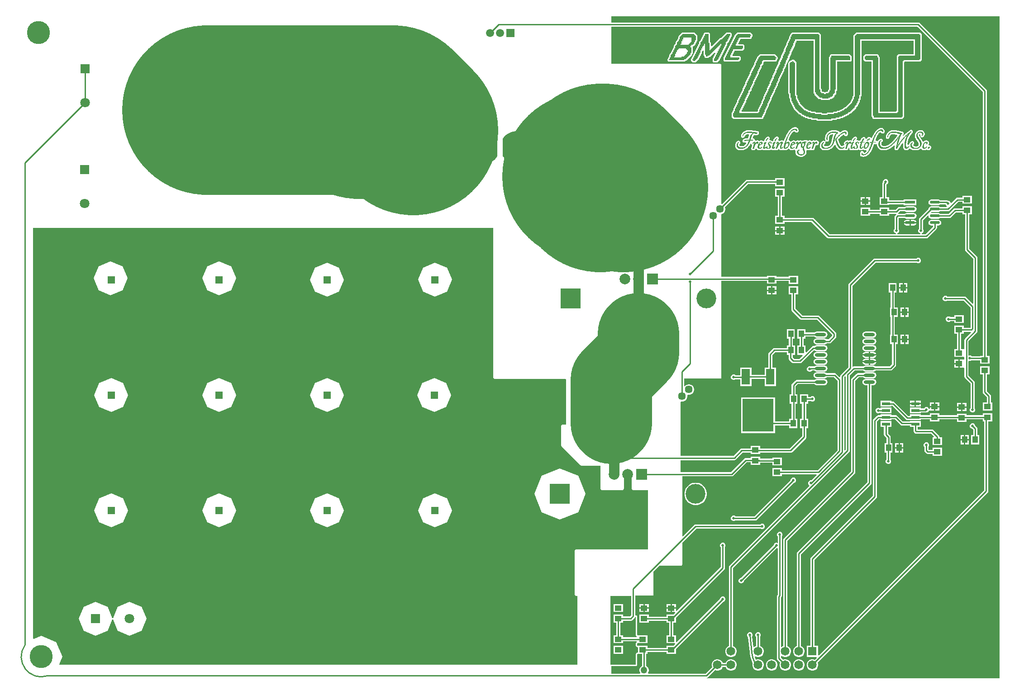
<source format=gtl>
G04*
G04 #@! TF.GenerationSoftware,Altium Limited,Altium Designer,21.5.1 (32)*
G04*
G04 Layer_Physical_Order=1*
G04 Layer_Color=255*
%FSLAX43Y43*%
%MOMM*%
G71*
G04*
G04 #@! TF.SameCoordinates,33522A81-C26F-4337-840D-2BD66AE4F990*
G04*
G04*
G04 #@! TF.FilePolarity,Positive*
G04*
G01*
G75*
%ADD15C,0.254*%
%ADD16R,1.600X3.000*%
%ADD17R,5.800X6.200*%
%ADD18R,1.000X1.300*%
%ADD19R,1.300X1.000*%
%ADD20O,2.100X0.600*%
%ADD21R,1.874X0.543*%
G04:AMPARAMS|DCode=22|XSize=1.874mm|YSize=0.543mm|CornerRadius=0.272mm|HoleSize=0mm|Usage=FLASHONLY|Rotation=0.000|XOffset=0mm|YOffset=0mm|HoleType=Round|Shape=RoundedRectangle|*
%AMROUNDEDRECTD22*
21,1,1.874,0.000,0,0,0.0*
21,1,1.331,0.543,0,0,0.0*
1,1,0.543,0.665,0.000*
1,1,0.543,-0.665,0.000*
1,1,0.543,-0.665,0.000*
1,1,0.543,0.665,0.000*
%
%ADD22ROUNDEDRECTD22*%
%ADD23R,1.520X0.600*%
%ADD26C,5.400*%
%ADD31R,3.700X3.700*%
%ADD32C,3.700*%
%ADD33R,2.000X2.000*%
%ADD34C,2.000*%
%ADD35C,1.500*%
%ADD36R,1.500X1.500*%
G04:AMPARAMS|DCode=37|XSize=6.6mm|YSize=2.6mm|CornerRadius=1.3mm|HoleSize=0mm|Usage=FLASHONLY|Rotation=180.000|XOffset=0mm|YOffset=0mm|HoleType=Round|Shape=RoundedRectangle|*
%AMROUNDEDRECTD37*
21,1,6.600,0.000,0,0,180.0*
21,1,4.000,2.600,0,0,180.0*
1,1,2.600,-2.000,0.000*
1,1,2.600,2.000,0.000*
1,1,2.600,2.000,0.000*
1,1,2.600,-2.000,0.000*
%
%ADD37ROUNDEDRECTD37*%
%ADD40C,1.450*%
%ADD41R,1.450X1.450*%
%ADD50C,0.254*%
%ADD51C,1.981*%
%ADD52C,15.240*%
%ADD53C,31.750*%
%ADD54R,1.800X1.800*%
%ADD55C,1.800*%
%ADD56R,1.800X1.800*%
%ADD57C,1.650*%
%ADD58R,1.650X1.650*%
%ADD59C,4.318*%
%ADD60C,0.508*%
%ADD61C,1.270*%
%ADD62C,1.981*%
%ADD63C,5.080*%
G36*
X123526Y104909D02*
X123976Y104763D01*
X124396Y104548D01*
X124778Y104271D01*
X125112Y103937D01*
X125390Y103555D01*
X125604Y103134D01*
X125750Y102685D01*
X125824Y102219D01*
Y101746D01*
X125750Y101280D01*
X125604Y100831D01*
X125390Y100410D01*
X125112Y100028D01*
X124778Y99694D01*
X124396Y99417D01*
X123976Y99202D01*
X123526Y99056D01*
X123060Y98982D01*
X122824D01*
Y98982D01*
X118639D01*
X118272Y99028D01*
X117913Y99118D01*
X117568Y99252D01*
X117242Y99427D01*
X116940Y99640D01*
X116667Y99889D01*
X116426Y100170D01*
X116324Y100324D01*
Y100324D01*
Y103641D01*
X116426Y103795D01*
X116667Y104076D01*
X116940Y104325D01*
X117242Y104538D01*
X117568Y104713D01*
X117913Y104847D01*
X118272Y104937D01*
X118639Y104982D01*
X118824D01*
Y104982D01*
X122824Y104982D01*
X123060D01*
X123526Y104909D01*
D02*
G37*
G36*
X112824Y104982D02*
X113009D01*
X113376Y104937D01*
X113735Y104847D01*
X114080Y104713D01*
X114406Y104538D01*
X114708Y104325D01*
X114981Y104076D01*
X115222Y103795D01*
X115324Y103641D01*
Y100324D01*
X115222Y100170D01*
X114981Y99889D01*
X114708Y99640D01*
X114406Y99427D01*
X114080Y99252D01*
X113735Y99118D01*
X113376Y99028D01*
X113009Y98982D01*
X112824Y98982D01*
X108588D01*
X108121Y99056D01*
X107672Y99202D01*
X107252Y99417D01*
X106870Y99694D01*
X106536Y100028D01*
X106258Y100410D01*
X106044Y100831D01*
X105898Y101280D01*
X105824Y101746D01*
Y102219D01*
X105898Y102685D01*
X106044Y103134D01*
X106258Y103555D01*
X106536Y103937D01*
X106870Y104271D01*
X107252Y104548D01*
X107672Y104763D01*
X108121Y104909D01*
X108588Y104982D01*
X108824D01*
X112824Y104982D01*
D02*
G37*
G36*
X209296Y2540D02*
X154482D01*
X154470Y2667D01*
X154581Y2689D01*
X154707Y2773D01*
X156022Y4089D01*
X156048Y4075D01*
X156322Y4001D01*
X156606D01*
X156880Y4075D01*
X157127Y4217D01*
X157327Y4417D01*
X157469Y4664D01*
X157477Y4692D01*
X157991D01*
X157999Y4664D01*
X158141Y4417D01*
X158341Y4217D01*
X158588Y4075D01*
X158862Y4001D01*
X159146D01*
X159420Y4075D01*
X159667Y4217D01*
X159867Y4417D01*
X160009Y4664D01*
X160083Y4938D01*
Y5222D01*
X160009Y5496D01*
X159867Y5743D01*
X159667Y5943D01*
X159420Y6085D01*
X159146Y6159D01*
X158862D01*
X158588Y6085D01*
X158341Y5943D01*
X158141Y5743D01*
X157999Y5496D01*
X157991Y5468D01*
X157477D01*
X157469Y5496D01*
X157327Y5743D01*
X157127Y5943D01*
X156880Y6085D01*
X156606Y6159D01*
X156322D01*
X156048Y6085D01*
X155801Y5943D01*
X155601Y5743D01*
X155459Y5496D01*
X155385Y5222D01*
Y4938D01*
X155459Y4664D01*
X155473Y4638D01*
X154271Y3436D01*
X143546D01*
X143486Y3563D01*
X143576Y3721D01*
X143637Y3947D01*
Y4181D01*
X143576Y4407D01*
X143459Y4610D01*
X143294Y4775D01*
X143136Y4866D01*
Y7136D01*
X143398D01*
Y7502D01*
X146924D01*
Y7136D01*
X148732D01*
Y8095D01*
X157521Y16884D01*
X157581D01*
X157768Y16961D01*
X157911Y17104D01*
X157988Y17291D01*
Y17493D01*
X157911Y17680D01*
X157768Y17823D01*
X157663Y17866D01*
X157629Y17889D01*
X157588Y17897D01*
X157581Y17900D01*
X157573D01*
X157480Y17919D01*
X157387Y17900D01*
X157379D01*
X157372Y17897D01*
X157331Y17889D01*
X157297Y17866D01*
X157192Y17823D01*
X157049Y17680D01*
X156972Y17493D01*
Y17433D01*
X148849Y9311D01*
X148732Y9359D01*
Y10644D01*
X148216D01*
Y12978D01*
X148732D01*
Y13937D01*
X157755Y22959D01*
X157839Y23085D01*
X157868Y23234D01*
Y27102D01*
X157911Y27144D01*
X157988Y27331D01*
Y27533D01*
X157911Y27720D01*
X157768Y27863D01*
X157581Y27940D01*
X157379D01*
X157192Y27863D01*
X157049Y27720D01*
X156972Y27533D01*
Y27331D01*
X157049Y27144D01*
X157092Y27102D01*
Y23395D01*
X148849Y15153D01*
X148732Y15201D01*
Y15605D01*
X147955D01*
Y14978D01*
X148509D01*
X148557Y14861D01*
X148183Y14486D01*
X146924D01*
Y14120D01*
X143652D01*
Y14486D01*
X141844D01*
Y12978D01*
X143652D01*
Y13344D01*
X146924D01*
Y12978D01*
X147440D01*
Y10644D01*
X146924D01*
Y9136D01*
X148509D01*
X148557Y9019D01*
X148183Y8644D01*
X146924D01*
Y8278D01*
X143398D01*
Y8644D01*
X141590D01*
X141590Y8644D01*
X141481Y8688D01*
X141479Y8690D01*
X141477Y8694D01*
X141470Y8737D01*
X141467Y8741D01*
X141467Y8743D01*
Y9037D01*
X141467Y9039D01*
X141470Y9043D01*
X141477Y9086D01*
X141479Y9090D01*
X141481Y9092D01*
X141590Y9136D01*
X141590Y9136D01*
X143398D01*
Y10644D01*
X141590D01*
Y10644D01*
X141481Y10688D01*
X141479Y10690D01*
X141477Y10694D01*
X141470Y10737D01*
X141467Y10741D01*
X141467Y10743D01*
Y14084D01*
X141462Y14109D01*
Y14135D01*
X141452Y14159D01*
X141447Y14184D01*
X141433Y14205D01*
X141423Y14228D01*
X141405Y14246D01*
X141391Y14268D01*
X141370Y14282D01*
X141352Y14300D01*
X141328Y14310D01*
X141307Y14324D01*
X141282Y14329D01*
X141259Y14338D01*
X141132Y14364D01*
X141106D01*
X141104Y14364D01*
Y18029D01*
X144272D01*
X144371Y18049D01*
X144455Y18105D01*
X144511Y18189D01*
X144531Y18288D01*
Y22570D01*
X145578Y23617D01*
X149611D01*
X149710Y23637D01*
X149794Y23693D01*
X149850Y23777D01*
X149870Y23876D01*
Y27909D01*
X152561Y30600D01*
X164516D01*
X164558Y30557D01*
X164745Y30480D01*
X164947D01*
X165134Y30557D01*
X165277Y30700D01*
X165354Y30887D01*
Y31089D01*
X165277Y31276D01*
X165134Y31419D01*
X164947Y31496D01*
X164745D01*
X164558Y31419D01*
X164516Y31376D01*
X152400D01*
X152251Y31347D01*
X152125Y31263D01*
X149987Y29125D01*
X149870Y29173D01*
Y40391D01*
X159143D01*
X159292Y40421D01*
X159418Y40505D01*
X161937Y43023D01*
X162672D01*
Y42558D01*
X164480D01*
Y42924D01*
X166736D01*
Y42410D01*
X168544D01*
Y43918D01*
X166736D01*
Y43700D01*
X164570D01*
X164480Y43761D01*
Y44066D01*
X162672D01*
Y43800D01*
X161776D01*
X161627Y43771D01*
X161501Y43687D01*
X158983Y41168D01*
X149611D01*
Y43421D01*
X159634D01*
X159782Y43451D01*
X159908Y43535D01*
X161197Y44824D01*
X162672D01*
Y44558D01*
X164480D01*
Y44824D01*
X170180D01*
X170329Y44853D01*
X170455Y44937D01*
X172995Y47477D01*
X173079Y47603D01*
X173108Y47752D01*
Y49388D01*
X173442D01*
Y51196D01*
X173076D01*
Y53960D01*
X173458D01*
Y54476D01*
X173914D01*
X173956Y54433D01*
X174143Y54356D01*
X174345D01*
X174532Y54433D01*
X174675Y54576D01*
X174752Y54763D01*
Y54965D01*
X174675Y55152D01*
X174532Y55295D01*
X174345Y55372D01*
X174143D01*
X173956Y55295D01*
X173914Y55252D01*
X173458D01*
Y55768D01*
X171950D01*
Y53960D01*
X172300D01*
Y51196D01*
X171934D01*
Y49388D01*
X172332D01*
Y47913D01*
X170019Y45600D01*
X164480D01*
Y46066D01*
X162672D01*
Y45600D01*
X161036D01*
X160887Y45571D01*
X160761Y45487D01*
X159473Y44198D01*
X149611D01*
Y54321D01*
X149712Y54398D01*
X149731Y54393D01*
X149989D01*
X150238Y54460D01*
X150461Y54589D01*
X150643Y54771D01*
X150772Y54994D01*
X150839Y55243D01*
Y55501D01*
X150813Y55600D01*
X150902Y55689D01*
X151001Y55663D01*
X151259D01*
X151508Y55730D01*
X151731Y55859D01*
X151913Y56041D01*
X152042Y56264D01*
X152109Y56513D01*
Y56771D01*
X152042Y57020D01*
X151913Y57243D01*
X151731Y57425D01*
X151508Y57554D01*
X151259Y57621D01*
X151001D01*
X150752Y57554D01*
X150529Y57425D01*
X150375Y57272D01*
X150248Y57313D01*
Y58669D01*
X156972D01*
X157071Y58689D01*
X157155Y58745D01*
X157211Y58829D01*
X157231Y58928D01*
Y76967D01*
X165720D01*
Y76446D01*
X167528D01*
Y76967D01*
X169784D01*
Y76430D01*
X171592D01*
Y77938D01*
X169784D01*
Y77744D01*
X167528D01*
Y77954D01*
X165720D01*
Y77744D01*
X157231D01*
Y89480D01*
X157350Y89512D01*
X157573Y89641D01*
X157755Y89823D01*
X157884Y90046D01*
X157951Y90295D01*
Y90553D01*
X157887Y90790D01*
X162213Y95116D01*
X167244D01*
Y94718D01*
X169052D01*
Y96226D01*
X167244D01*
Y95892D01*
X162052D01*
X161903Y95863D01*
X161777Y95779D01*
X157352Y91353D01*
X157231Y91387D01*
Y117348D01*
X157211Y117447D01*
X157155Y117531D01*
X157071Y117587D01*
X156972Y117607D01*
X136652D01*
Y124580D01*
X193895D01*
X206114Y112361D01*
Y62968D01*
X205598D01*
Y62872D01*
X204038D01*
X203996Y62915D01*
X203809Y62992D01*
X203607D01*
X203567Y62975D01*
X203461Y63046D01*
Y65752D01*
X204999Y67289D01*
X205083Y67415D01*
X205112Y67564D01*
Y81280D01*
X205083Y81429D01*
X204999Y81555D01*
X203588Y82965D01*
Y89432D01*
X204104D01*
Y90940D01*
X202296D01*
Y90574D01*
X200930D01*
X200781Y90545D01*
X200655Y90461D01*
X199737Y89542D01*
X198194D01*
X198035Y89649D01*
X197829Y89690D01*
X196499D01*
X196493Y89689D01*
X196439Y89794D01*
X196515Y89888D01*
X197829D01*
X198035Y89929D01*
X198194Y90036D01*
X199644D01*
X199793Y90065D01*
X199919Y90149D01*
X201567Y91798D01*
X202296D01*
Y91432D01*
X204104D01*
Y92940D01*
X202296D01*
Y92574D01*
X201406D01*
X201257Y92545D01*
X201131Y92461D01*
X200267Y91596D01*
X200117Y91626D01*
X200075Y91728D01*
X199932Y91871D01*
X199745Y91948D01*
X199617D01*
X199596Y91969D01*
X199470Y92053D01*
X199321Y92082D01*
X198194D01*
X198035Y92189D01*
X197829Y92230D01*
X196499D01*
X196294Y92189D01*
X196120Y92073D01*
X196004Y91899D01*
X195963Y91694D01*
X196004Y91489D01*
X196120Y91315D01*
X196294Y91199D01*
X196499Y91158D01*
X197829D01*
X198035Y91199D01*
X198194Y91306D01*
X199150D01*
X199213Y91152D01*
X199356Y91009D01*
X199357Y91009D01*
X199395Y90856D01*
X199359Y90812D01*
X198194D01*
X198035Y90919D01*
X197829Y90960D01*
X196499D01*
X196294Y90919D01*
X196120Y90803D01*
X196004Y90629D01*
X195966Y90441D01*
X194289Y88764D01*
X194205Y88638D01*
X194176Y88489D01*
Y86690D01*
X194133Y86648D01*
X194056Y86461D01*
Y86259D01*
X194133Y86072D01*
X194276Y85929D01*
X194463Y85852D01*
X194445Y85732D01*
X190111D01*
X190093Y85852D01*
X190280Y85929D01*
X190423Y86072D01*
X190500Y86259D01*
Y86461D01*
X190423Y86648D01*
X190380Y86690D01*
Y88739D01*
X190407Y88766D01*
X191502D01*
X191662Y88659D01*
X191867Y88618D01*
X193197D01*
X193402Y88659D01*
X193576Y88775D01*
X193693Y88949D01*
X193733Y89154D01*
X193693Y89359D01*
X193576Y89533D01*
X193402Y89649D01*
X193197Y89690D01*
X191867D01*
X191662Y89649D01*
X191502Y89542D01*
X190342D01*
X190330Y89558D01*
X190295Y89669D01*
X190661Y90036D01*
X191502D01*
X191662Y89929D01*
X191867Y89888D01*
X193197D01*
X193402Y89929D01*
X193576Y90045D01*
X193693Y90219D01*
X193733Y90424D01*
X193693Y90629D01*
X193576Y90803D01*
X193402Y90919D01*
X193197Y90960D01*
X191867D01*
X191662Y90919D01*
X191502Y90812D01*
X190500D01*
X190351Y90783D01*
X190225Y90699D01*
X189831Y90304D01*
X188610D01*
Y90686D01*
X186802D01*
Y90320D01*
X185054D01*
Y90686D01*
X183246D01*
Y89178D01*
X185054D01*
Y89544D01*
X186802D01*
Y89178D01*
X188610D01*
Y89528D01*
X189896D01*
X189908Y89512D01*
X189943Y89401D01*
X189717Y89175D01*
X189633Y89049D01*
X189604Y88900D01*
Y86690D01*
X189561Y86648D01*
X189484Y86461D01*
Y86259D01*
X189561Y86072D01*
X189704Y85929D01*
X189891Y85852D01*
X189873Y85732D01*
X177453D01*
X174519Y88667D01*
X174393Y88751D01*
X174244Y88780D01*
X169052D01*
Y89146D01*
X168536D01*
Y92718D01*
X169052D01*
Y94226D01*
X167244D01*
Y92718D01*
X167760D01*
Y89146D01*
X167244D01*
Y87638D01*
X169052D01*
Y88004D01*
X174083D01*
X177017Y85069D01*
X177143Y84985D01*
X177292Y84956D01*
X195580D01*
X195729Y84985D01*
X195855Y85069D01*
X197439Y86653D01*
X197523Y86779D01*
X197553Y86928D01*
Y87348D01*
X197829D01*
X198035Y87389D01*
X198208Y87505D01*
X198325Y87679D01*
X198365Y87884D01*
X198325Y88089D01*
X198208Y88263D01*
X198035Y88379D01*
X197829Y88420D01*
X196499D01*
X196294Y88379D01*
X196120Y88263D01*
X196004Y88089D01*
X195963Y87884D01*
X196004Y87679D01*
X196120Y87505D01*
X196294Y87389D01*
X196499Y87348D01*
X196776D01*
Y87089D01*
X195419Y85732D01*
X194683D01*
X194665Y85852D01*
X194852Y85929D01*
X194995Y86072D01*
X195072Y86259D01*
Y86461D01*
X194995Y86648D01*
X194952Y86690D01*
Y88328D01*
X195847Y89223D01*
X195964Y89160D01*
X195963Y89154D01*
X196004Y88949D01*
X196120Y88775D01*
X196294Y88659D01*
X196499Y88618D01*
X197829D01*
X198035Y88659D01*
X198194Y88766D01*
X199898D01*
X200047Y88795D01*
X200173Y88879D01*
X201091Y89798D01*
X202296D01*
Y89432D01*
X202812D01*
Y82804D01*
X202841Y82655D01*
X202925Y82529D01*
X204336Y81119D01*
Y72732D01*
X204218Y72683D01*
X202967Y73935D01*
X202841Y74019D01*
X202692Y74048D01*
X199466D01*
X199424Y74091D01*
X199237Y74168D01*
X199035D01*
X198848Y74091D01*
X198705Y73948D01*
X198628Y73761D01*
Y73559D01*
X198705Y73372D01*
X198848Y73229D01*
X199035Y73152D01*
X199237D01*
X199424Y73229D01*
X199466Y73272D01*
X202531D01*
X203828Y71975D01*
Y68233D01*
X203817Y68222D01*
X202580D01*
Y68588D01*
X200772D01*
Y67080D01*
X201288D01*
Y64238D01*
X200772D01*
Y62730D01*
X202580D01*
X202685Y62676D01*
Y62292D01*
X202580Y62238D01*
X202558Y62238D01*
X201803D01*
Y61484D01*
Y60730D01*
X202558D01*
X202580Y60730D01*
X202685Y60676D01*
Y59055D01*
X202714Y58906D01*
X202798Y58780D01*
X203828Y57751D01*
Y53162D01*
X203785Y53120D01*
X203708Y52933D01*
Y52731D01*
X203785Y52544D01*
X203928Y52401D01*
X204115Y52324D01*
X204317D01*
X204504Y52401D01*
X204647Y52544D01*
X204724Y52731D01*
Y52933D01*
X204647Y53120D01*
X204604Y53162D01*
Y57912D01*
X204575Y58061D01*
X204491Y58187D01*
X203461Y59216D01*
Y61922D01*
X203567Y61993D01*
X203607Y61976D01*
X203809D01*
X203996Y62053D01*
X204038Y62096D01*
X205598D01*
Y61460D01*
X207406D01*
Y62968D01*
X206890D01*
Y112522D01*
X206861Y112671D01*
X206777Y112797D01*
X194331Y125243D01*
X194205Y125327D01*
X194056Y125356D01*
X136652D01*
Y126492D01*
X209296D01*
Y2540D01*
D02*
G37*
G36*
X203929Y67319D02*
X202798Y66188D01*
X202714Y66062D01*
X202685Y65913D01*
Y64292D01*
X202580Y64238D01*
X202064D01*
Y67080D01*
X202580D01*
Y67446D01*
X203877D01*
X203929Y67319D01*
D02*
G37*
G36*
X140304Y14395D02*
X140053Y14144D01*
X138826D01*
Y14486D01*
X137018D01*
Y12978D01*
X137510D01*
Y10644D01*
X137018D01*
Y9136D01*
X138826D01*
Y9478D01*
X141370D01*
X141397Y9351D01*
X141370Y9338D01*
X141335Y9302D01*
X141289Y9282D01*
X141266Y9228D01*
X141226Y9185D01*
X141227Y9135D01*
X141208Y9088D01*
Y8692D01*
X141227Y8645D01*
X141226Y8595D01*
X141266Y8552D01*
X141289Y8498D01*
X141335Y8478D01*
X141370Y8442D01*
X141477Y8393D01*
X141536Y8392D01*
X141590Y8369D01*
Y7411D01*
X141536Y7388D01*
X141477Y7387D01*
X141370Y7338D01*
X141335Y7302D01*
X141289Y7282D01*
X141266Y7228D01*
X141226Y7185D01*
X141227Y7135D01*
X141208Y7088D01*
Y5107D01*
X141206Y5098D01*
X141197Y5096D01*
X136652D01*
X136613Y5080D01*
X136419D01*
Y18013D01*
X140304D01*
Y14395D01*
D02*
G37*
G36*
X141208Y14084D02*
Y10692D01*
X141227Y10645D01*
X141226Y10595D01*
X141266Y10552D01*
X141289Y10498D01*
X141335Y10478D01*
X141370Y10442D01*
X141397Y10429D01*
X141370Y10302D01*
X138826D01*
Y10644D01*
X138334D01*
Y12978D01*
X138826D01*
Y13320D01*
X140224D01*
X140516Y13440D01*
X141008Y13932D01*
X141081Y14110D01*
X141208Y14084D01*
D02*
G37*
G36*
X114533Y58928D02*
X114614Y58734D01*
X114808Y58653D01*
X128089D01*
X128160Y58547D01*
X128129Y58474D01*
Y50292D01*
X128182Y50165D01*
X128111Y50059D01*
X127508D01*
X127314Y49978D01*
X127233Y49784D01*
Y46228D01*
X127233Y46228D01*
X127314Y46034D01*
X130870Y42478D01*
X131064Y42397D01*
X131064Y42397D01*
X134578D01*
Y38100D01*
X134659Y37906D01*
X134853Y37825D01*
X138684D01*
X138878Y37906D01*
X138959Y38100D01*
Y40873D01*
X140441D01*
Y38100D01*
X140522Y37906D01*
X140716Y37825D01*
X143489D01*
Y26691D01*
X130048D01*
X129854Y26610D01*
X129773Y26416D01*
Y18288D01*
X129854Y18094D01*
X130048Y18013D01*
X130281D01*
Y5080D01*
X33388D01*
X33318Y5186D01*
X33905Y6604D01*
X32753Y9385D01*
X29972Y10537D01*
X28554Y9950D01*
X28448Y10020D01*
Y86868D01*
X114533D01*
Y58928D01*
D02*
G37*
G36*
X142360Y4866D02*
X142202Y4775D01*
X142037Y4610D01*
X141920Y4407D01*
X141859Y4181D01*
Y3947D01*
X141920Y3721D01*
X142010Y3563D01*
X141950Y3436D01*
X136652D01*
Y4829D01*
X136694Y4837D01*
X141197D01*
X141222Y4842D01*
X141247Y4842D01*
X141257Y4844D01*
X141257Y4844D01*
X141257D01*
X141280Y4854D01*
X141296Y4857D01*
X141309Y4866D01*
X141350Y4882D01*
X141350Y4882D01*
X141350Y4882D01*
X141386Y4918D01*
X141422Y4954D01*
X141422Y4954D01*
X141422Y4954D01*
X141438Y4995D01*
X141447Y5008D01*
X141450Y5024D01*
X141460Y5047D01*
Y5047D01*
X141460Y5047D01*
X141462Y5057D01*
X141462Y5082D01*
X141467Y5107D01*
Y7037D01*
X141467Y7039D01*
X141470Y7043D01*
X141477Y7086D01*
X141479Y7089D01*
X141590Y7136D01*
X141590Y7136D01*
X141590Y7136D01*
X142360D01*
Y4866D01*
D02*
G37*
%LPC*%
G36*
X158881Y123487D02*
X158206D01*
X158107Y123467D01*
X158023Y123411D01*
X157966Y123327D01*
X157962Y123303D01*
X157938Y123299D01*
X157854Y123243D01*
X157798Y123158D01*
X157793Y123135D01*
X157769Y123130D01*
X157685Y123074D01*
X157629Y122990D01*
X157624Y122966D01*
X157600Y122961D01*
X157516Y122905D01*
X157460Y122821D01*
X157456Y122797D01*
X157432Y122792D01*
X157348Y122736D01*
X157292Y122652D01*
X157287Y122628D01*
X157263Y122624D01*
X157179Y122568D01*
X157123Y122484D01*
X157121Y122475D01*
X157025D01*
X156926Y122455D01*
X156841Y122399D01*
X156785Y122315D01*
X156781Y122291D01*
X156757Y122286D01*
X156673Y122230D01*
X156617Y122146D01*
X156612Y122122D01*
X156588Y122118D01*
X156504Y122061D01*
X156448Y121977D01*
X156443Y121954D01*
X156419Y121949D01*
X156335Y121893D01*
X156279Y121809D01*
X156274Y121785D01*
X156251Y121780D01*
X156167Y121724D01*
X156110Y121640D01*
X156106Y121616D01*
X156082Y121611D01*
X155998Y121555D01*
X155942Y121471D01*
X155937Y121447D01*
X155913Y121443D01*
X155829Y121386D01*
X155773Y121302D01*
X155768Y121279D01*
X155744Y121274D01*
X155660Y121218D01*
X155604Y121134D01*
X155600Y121110D01*
X155576Y121105D01*
X155492Y121049D01*
X155436Y120965D01*
X155375Y120965D01*
X155259Y121072D01*
Y121541D01*
X155239Y121640D01*
X155183Y121724D01*
X155099Y121780D01*
X155090Y121782D01*
Y123228D01*
X155070Y123327D01*
X155014Y123411D01*
X154930Y123467D01*
X154831Y123487D01*
X154156D01*
X154057Y123467D01*
X153973Y123411D01*
X153917Y123327D01*
X153897Y123228D01*
Y123132D01*
X153888Y123130D01*
X153804Y123074D01*
X153748Y122990D01*
X153729Y122891D01*
Y122794D01*
X153720Y122792D01*
X153636Y122736D01*
X153580Y122652D01*
X153560Y122553D01*
Y122457D01*
X153551Y122455D01*
X153467Y122399D01*
X153411Y122315D01*
X153391Y122216D01*
Y122119D01*
X153382Y122118D01*
X153298Y122061D01*
X153242Y121977D01*
X153237Y121954D01*
X153213Y121949D01*
X153129Y121893D01*
X153073Y121809D01*
X153054Y121710D01*
Y121444D01*
X153045Y121443D01*
X152961Y121386D01*
X152905Y121302D01*
X152885Y121203D01*
Y121107D01*
X152876Y121105D01*
X152792Y121049D01*
X152736Y120965D01*
X152716Y120866D01*
Y120769D01*
X152707Y120768D01*
X152623Y120712D01*
X152567Y120628D01*
X152547Y120528D01*
Y120432D01*
X152539Y120430D01*
X152455Y120374D01*
X152398Y120290D01*
X152379Y120191D01*
Y120095D01*
X152370Y120093D01*
X152286Y120037D01*
X152230Y119953D01*
X152210Y119854D01*
Y119757D01*
X152201Y119755D01*
X152117Y119699D01*
X152061Y119615D01*
X152041Y119516D01*
Y119420D01*
X152032Y119418D01*
X151948Y119362D01*
X151892Y119278D01*
X151873Y119179D01*
Y119082D01*
X151864Y119080D01*
X151780Y119024D01*
X151723Y118940D01*
X151704Y118841D01*
Y118745D01*
X151695Y118743D01*
X151611Y118687D01*
X151555Y118603D01*
X151535Y118504D01*
Y118335D01*
X151555Y118236D01*
X151611Y118152D01*
X151695Y118096D01*
X151719Y118091D01*
X151723Y118067D01*
X151780Y117983D01*
X151864Y117927D01*
X151963Y117907D01*
X152300D01*
X152399Y117927D01*
X152483Y117983D01*
X152539Y118067D01*
X152544Y118091D01*
X152568Y118096D01*
X152652Y118152D01*
X152708Y118236D01*
X152713Y118260D01*
X152737Y118264D01*
X152821Y118321D01*
X152877Y118405D01*
X152882Y118428D01*
X152906Y118433D01*
X152990Y118489D01*
X153046Y118573D01*
X153065Y118672D01*
Y118769D01*
X153074Y118771D01*
X153158Y118827D01*
X153214Y118911D01*
X153234Y119010D01*
Y119106D01*
X153243Y119108D01*
X153327Y119164D01*
X153383Y119248D01*
X153403Y119347D01*
Y119444D01*
X153412Y119446D01*
X153496Y119502D01*
X153552Y119586D01*
X153572Y119685D01*
Y119950D01*
X153580Y119952D01*
X153664Y120008D01*
X153721Y120092D01*
X153737Y120177D01*
X153766Y120203D01*
X153770Y120205D01*
X153897Y120125D01*
Y119347D01*
X153917Y119248D01*
X153973Y119164D01*
X154057Y119108D01*
X154066Y119106D01*
Y119010D01*
X154086Y118911D01*
X154142Y118827D01*
X154226Y118771D01*
X154325Y118751D01*
X154662D01*
X154762Y118771D01*
X154846Y118827D01*
X154902Y118911D01*
X154903Y118920D01*
X155000D01*
X155099Y118939D01*
X155183Y118995D01*
X155239Y119080D01*
X155244Y119103D01*
X155268Y119108D01*
X155352Y119164D01*
X155408Y119248D01*
X155413Y119272D01*
X155436Y119277D01*
X155520Y119333D01*
X155577Y119417D01*
X155581Y119441D01*
X155605Y119446D01*
X155689Y119502D01*
X155745Y119586D01*
X155750Y119610D01*
X155774Y119614D01*
X155858Y119670D01*
X155914Y119754D01*
X155980Y119770D01*
X156066Y119704D01*
X156091Y119677D01*
Y119588D01*
X156082Y119587D01*
X155998Y119530D01*
X155942Y119446D01*
X155922Y119347D01*
Y119251D01*
X155913Y119249D01*
X155829Y119193D01*
X155773Y119109D01*
X155753Y119010D01*
Y118913D01*
X155744Y118912D01*
X155660Y118856D01*
X155604Y118772D01*
X155585Y118672D01*
Y118166D01*
X155604Y118067D01*
X155660Y117983D01*
X155744Y117927D01*
X155844Y117907D01*
X156350D01*
X156449Y117927D01*
X156533Y117983D01*
X156589Y118067D01*
X156594Y118091D01*
X156618Y118096D01*
X156702Y118152D01*
X156758Y118236D01*
X156762Y118260D01*
X156786Y118264D01*
X156870Y118321D01*
X156926Y118405D01*
X156946Y118504D01*
Y118600D01*
X156955Y118602D01*
X157039Y118658D01*
X157095Y118742D01*
X157115Y118841D01*
Y118938D01*
X157124Y118939D01*
X157208Y118995D01*
X157264Y119080D01*
X157284Y119179D01*
Y119275D01*
X157292Y119277D01*
X157376Y119333D01*
X157433Y119417D01*
X157452Y119516D01*
Y119613D01*
X157461Y119614D01*
X157545Y119670D01*
X157601Y119754D01*
X157621Y119854D01*
Y119950D01*
X157630Y119952D01*
X157714Y120008D01*
X157770Y120092D01*
X157790Y120191D01*
Y120287D01*
X157799Y120289D01*
X157883Y120345D01*
X157939Y120429D01*
X157959Y120528D01*
Y120625D01*
X157967Y120627D01*
X158051Y120683D01*
X158108Y120767D01*
X158127Y120866D01*
Y120962D01*
X158136Y120964D01*
X158220Y121020D01*
X158276Y121104D01*
X158296Y121203D01*
Y121469D01*
X158305Y121470D01*
X158389Y121526D01*
X158445Y121610D01*
X158450Y121634D01*
X158474Y121639D01*
X158558Y121695D01*
X158614Y121779D01*
X158633Y121878D01*
Y121975D01*
X158642Y121976D01*
X158726Y122033D01*
X158782Y122117D01*
X158802Y122216D01*
Y122312D01*
X158811Y122314D01*
X158895Y122370D01*
X158951Y122454D01*
X158971Y122553D01*
Y122650D01*
X158980Y122651D01*
X159064Y122708D01*
X159120Y122792D01*
X159140Y122891D01*
Y123228D01*
X159120Y123327D01*
X159064Y123411D01*
X158980Y123467D01*
X158881Y123487D01*
D02*
G37*
G36*
X162593D02*
X160230D01*
X160131Y123467D01*
X160047Y123411D01*
X159991Y123327D01*
X159986Y123303D01*
X159963Y123299D01*
X159879Y123243D01*
X159822Y123158D01*
X159818Y123135D01*
X159794Y123130D01*
X159710Y123074D01*
X159654Y122990D01*
X159634Y122891D01*
Y122794D01*
X159625Y122792D01*
X159541Y122736D01*
X159485Y122652D01*
X159465Y122553D01*
Y122457D01*
X159456Y122455D01*
X159372Y122399D01*
X159316Y122315D01*
X159297Y122216D01*
Y122119D01*
X159288Y122118D01*
X159204Y122061D01*
X159148Y121977D01*
X159128Y121878D01*
Y121782D01*
X159119Y121780D01*
X159035Y121724D01*
X158979Y121640D01*
X158959Y121541D01*
Y121444D01*
X158950Y121443D01*
X158866Y121386D01*
X158810Y121302D01*
X158790Y121203D01*
Y121107D01*
X158782Y121105D01*
X158698Y121049D01*
X158641Y120965D01*
X158622Y120866D01*
Y120769D01*
X158613Y120768D01*
X158529Y120712D01*
X158473Y120628D01*
X158453Y120528D01*
Y120432D01*
X158444Y120430D01*
X158360Y120374D01*
X158304Y120290D01*
X158284Y120191D01*
Y120095D01*
X158275Y120093D01*
X158191Y120037D01*
X158135Y119953D01*
X158115Y119854D01*
Y119757D01*
X158107Y119755D01*
X158023Y119699D01*
X157966Y119615D01*
X157947Y119516D01*
Y119420D01*
X157938Y119418D01*
X157854Y119362D01*
X157798Y119278D01*
X157778Y119179D01*
Y119082D01*
X157769Y119080D01*
X157685Y119024D01*
X157629Y118940D01*
X157609Y118841D01*
Y118335D01*
X157629Y118236D01*
X157685Y118152D01*
X157769Y118096D01*
X157868Y118076D01*
X160399D01*
X160498Y118096D01*
X160582Y118152D01*
X160638Y118236D01*
X160643Y118260D01*
X160667Y118264D01*
X160751Y118321D01*
X160807Y118405D01*
X160827Y118504D01*
Y118841D01*
X160807Y118940D01*
X160751Y119024D01*
X160667Y119080D01*
X160568Y119100D01*
X159342D01*
X159275Y119227D01*
X159289Y119248D01*
X159308Y119347D01*
Y119444D01*
X159317Y119446D01*
X159401Y119502D01*
X159457Y119586D01*
X159477Y119685D01*
Y119781D01*
X159486Y119783D01*
X159570Y119839D01*
X159626Y119923D01*
X159646Y120022D01*
Y120101D01*
X161074D01*
X161173Y120120D01*
X161257Y120177D01*
X161313Y120261D01*
X161318Y120284D01*
X161342Y120289D01*
X161426Y120345D01*
X161482Y120429D01*
X161502Y120528D01*
Y121035D01*
X161482Y121134D01*
X161426Y121218D01*
X161342Y121274D01*
X161243Y121294D01*
X160429D01*
X160344Y121403D01*
X160355Y121487D01*
X160414Y121526D01*
X160470Y121610D01*
X160489Y121710D01*
Y121806D01*
X160498Y121808D01*
X160582Y121864D01*
X160638Y121948D01*
X160658Y122047D01*
Y122143D01*
X160667Y122145D01*
X160751Y122201D01*
X160807Y122285D01*
X160809Y122294D01*
X162593D01*
X162692Y122314D01*
X162776Y122370D01*
X162832Y122454D01*
X162852Y122553D01*
Y122650D01*
X162860Y122651D01*
X162945Y122708D01*
X163001Y122792D01*
X163020Y122891D01*
Y123059D01*
X163001Y123158D01*
X162945Y123243D01*
X162860Y123299D01*
X162837Y123303D01*
X162832Y123327D01*
X162776Y123411D01*
X162692Y123467D01*
X162593Y123487D01*
D02*
G37*
G36*
X152131D02*
X149938D01*
X149839Y123467D01*
X149755Y123411D01*
X149699Y123327D01*
X149694Y123303D01*
X149670Y123299D01*
X149586Y123243D01*
X149530Y123158D01*
X149525Y123135D01*
X149501Y123130D01*
X149417Y123074D01*
X149361Y122990D01*
X149357Y122966D01*
X149333Y122961D01*
X149249Y122905D01*
X149193Y122821D01*
X149173Y122722D01*
Y122457D01*
X149164Y122455D01*
X149080Y122399D01*
X149024Y122315D01*
X149004Y122216D01*
Y122119D01*
X148995Y122118D01*
X148911Y122061D01*
X148855Y121977D01*
X148850Y121954D01*
X148827Y121949D01*
X148743Y121893D01*
X148686Y121809D01*
X148667Y121710D01*
Y121444D01*
X148658Y121443D01*
X148574Y121386D01*
X148518Y121302D01*
X148513Y121279D01*
X148489Y121274D01*
X148405Y121218D01*
X148349Y121134D01*
X148329Y121035D01*
Y120769D01*
X148320Y120768D01*
X148236Y120712D01*
X148180Y120628D01*
X148160Y120528D01*
Y120432D01*
X148152Y120430D01*
X148068Y120374D01*
X148011Y120290D01*
X147992Y120191D01*
Y120095D01*
X147983Y120093D01*
X147899Y120037D01*
X147843Y119953D01*
X147823Y119854D01*
Y119757D01*
X147814Y119755D01*
X147730Y119699D01*
X147674Y119615D01*
X147669Y119591D01*
X147645Y119587D01*
X147561Y119530D01*
X147505Y119446D01*
X147486Y119347D01*
Y119082D01*
X147477Y119080D01*
X147393Y119024D01*
X147337Y118940D01*
X147317Y118841D01*
Y118745D01*
X147308Y118743D01*
X147224Y118687D01*
X147168Y118603D01*
X147148Y118504D01*
Y118335D01*
X147168Y118236D01*
X147224Y118152D01*
X147308Y118096D01*
X147407Y118076D01*
X150275D01*
X150375Y118096D01*
X150459Y118152D01*
X150515Y118236D01*
X150516Y118245D01*
X150613D01*
X150712Y118264D01*
X150796Y118321D01*
X150852Y118405D01*
X150857Y118428D01*
X150881Y118433D01*
X150965Y118489D01*
X151021Y118573D01*
X151026Y118597D01*
X151049Y118602D01*
X151134Y118658D01*
X151190Y118742D01*
X151194Y118766D01*
X151218Y118771D01*
X151302Y118827D01*
X151358Y118911D01*
X151363Y118935D01*
X151387Y118939D01*
X151471Y118995D01*
X151527Y119080D01*
X151532Y119103D01*
X151556Y119108D01*
X151640Y119164D01*
X151696Y119248D01*
X151716Y119347D01*
Y119444D01*
X151724Y119446D01*
X151808Y119502D01*
X151865Y119586D01*
X151884Y119685D01*
Y120697D01*
X151865Y120796D01*
X151844Y120826D01*
X151912Y120944D01*
X151963D01*
X152062Y120964D01*
X152146Y121020D01*
X152202Y121104D01*
X152207Y121128D01*
X152231Y121133D01*
X152315Y121189D01*
X152371Y121273D01*
X152390Y121372D01*
Y121469D01*
X152399Y121470D01*
X152483Y121526D01*
X152539Y121610D01*
X152559Y121710D01*
Y121806D01*
X152568Y121808D01*
X152652Y121864D01*
X152708Y121948D01*
X152728Y122047D01*
Y122891D01*
X152708Y122990D01*
X152652Y123074D01*
X152568Y123130D01*
X152544Y123135D01*
X152539Y123158D01*
X152483Y123243D01*
X152399Y123299D01*
X152375Y123303D01*
X152371Y123327D01*
X152315Y123411D01*
X152231Y123467D01*
X152131Y123487D01*
D02*
G37*
G36*
X175416D02*
X170523D01*
X170424Y123467D01*
X170340Y123411D01*
X170284Y123327D01*
X170279Y123303D01*
X170255Y123299D01*
X170171Y123243D01*
X170115Y123158D01*
X170095Y123059D01*
Y122963D01*
X170086Y122961D01*
X170002Y122905D01*
X169946Y122821D01*
X169926Y122722D01*
Y122457D01*
X169918Y122455D01*
X169834Y122399D01*
X169777Y122315D01*
X169758Y122216D01*
Y122119D01*
X169749Y122118D01*
X169665Y122061D01*
X169609Y121977D01*
X169589Y121878D01*
Y121782D01*
X169580Y121780D01*
X169496Y121724D01*
X169440Y121640D01*
X169420Y121541D01*
Y121276D01*
X169411Y121274D01*
X169327Y121218D01*
X169271Y121134D01*
X169252Y121035D01*
Y120938D01*
X169243Y120936D01*
X169159Y120880D01*
X169103Y120796D01*
X169083Y120697D01*
Y120601D01*
X169074Y120599D01*
X168990Y120543D01*
X168934Y120459D01*
X168914Y120360D01*
Y120095D01*
X168905Y120093D01*
X168821Y120037D01*
X168765Y119953D01*
X168745Y119854D01*
Y119757D01*
X168737Y119755D01*
X168652Y119699D01*
X168596Y119615D01*
X168577Y119516D01*
Y119420D01*
X168568Y119418D01*
X168484Y119362D01*
X168428Y119278D01*
X168408Y119179D01*
Y118913D01*
X168399Y118912D01*
X168315Y118856D01*
X168259Y118772D01*
X168239Y118672D01*
Y118576D01*
X168230Y118574D01*
X168146Y118518D01*
X168090Y118434D01*
X168070Y118335D01*
Y118239D01*
X168062Y118237D01*
X167978Y118181D01*
X167921Y118097D01*
X167902Y117998D01*
Y117732D01*
X167893Y117731D01*
X167809Y117674D01*
X167753Y117590D01*
X167733Y117491D01*
Y117395D01*
X167724Y117393D01*
X167640Y117337D01*
X167584Y117253D01*
X167564Y117154D01*
Y117057D01*
X167555Y117056D01*
X167471Y117000D01*
X167415Y116916D01*
X167396Y116816D01*
Y116720D01*
X167387Y116718D01*
X167303Y116662D01*
X167247Y116578D01*
X167227Y116479D01*
Y116214D01*
X167218Y116212D01*
X167134Y116156D01*
X167078Y116072D01*
X167058Y115973D01*
Y115876D01*
X167049Y115875D01*
X166965Y115818D01*
X166909Y115734D01*
X166889Y115635D01*
Y115539D01*
X166880Y115537D01*
X166796Y115481D01*
X166740Y115397D01*
X166721Y115298D01*
Y115033D01*
X166712Y115031D01*
X166628Y114975D01*
X166572Y114891D01*
X166552Y114792D01*
Y114695D01*
X166543Y114693D01*
X166459Y114637D01*
X166403Y114553D01*
X166383Y114454D01*
Y114358D01*
X166374Y114356D01*
X166290Y114300D01*
X166234Y114216D01*
X166214Y114117D01*
Y113852D01*
X166206Y113850D01*
X166122Y113794D01*
X166065Y113710D01*
X166046Y113611D01*
Y113514D01*
X166037Y113512D01*
X165953Y113456D01*
X165897Y113372D01*
X165877Y113273D01*
Y113177D01*
X165868Y113175D01*
X165784Y113119D01*
X165728Y113035D01*
X165708Y112936D01*
Y112671D01*
X165699Y112669D01*
X165615Y112613D01*
X165559Y112529D01*
X165540Y112429D01*
Y112333D01*
X165531Y112331D01*
X165447Y112275D01*
X165391Y112191D01*
X165371Y112092D01*
Y111996D01*
X165362Y111994D01*
X165278Y111938D01*
X165222Y111854D01*
X165202Y111755D01*
Y111658D01*
X165193Y111656D01*
X165109Y111600D01*
X165053Y111516D01*
X165033Y111417D01*
Y111152D01*
X165024Y111150D01*
X164940Y111094D01*
X164884Y111010D01*
X164865Y110911D01*
Y110814D01*
X164856Y110813D01*
X164772Y110757D01*
X164716Y110673D01*
X164696Y110573D01*
Y110308D01*
X164687Y110307D01*
X164603Y110250D01*
X164547Y110166D01*
X164527Y110067D01*
Y109971D01*
X164518Y109969D01*
X164434Y109913D01*
X164378Y109829D01*
X164358Y109730D01*
Y109633D01*
X164350Y109632D01*
X164266Y109575D01*
X164209Y109491D01*
X164190Y109392D01*
Y109296D01*
X164181Y109294D01*
X164097Y109238D01*
X164041Y109154D01*
X164021Y109055D01*
Y108790D01*
X164012Y108788D01*
X163928Y108732D01*
X163872Y108648D01*
X163870Y108639D01*
X161030D01*
X160962Y108766D01*
X160976Y108787D01*
X160996Y108886D01*
Y108983D01*
X161004Y108984D01*
X161089Y109041D01*
X161145Y109125D01*
X161164Y109224D01*
Y109320D01*
X161173Y109322D01*
X161257Y109378D01*
X161313Y109462D01*
X161333Y109561D01*
Y109658D01*
X161342Y109659D01*
X161426Y109715D01*
X161482Y109799D01*
X161502Y109899D01*
Y109995D01*
X161511Y109997D01*
X161595Y110053D01*
X161651Y110137D01*
X161671Y110236D01*
Y110332D01*
X161679Y110334D01*
X161763Y110390D01*
X161820Y110474D01*
X161839Y110573D01*
Y110839D01*
X161848Y110840D01*
X161932Y110897D01*
X161988Y110981D01*
X162008Y111080D01*
Y111176D01*
X162017Y111178D01*
X162101Y111234D01*
X162157Y111318D01*
X162177Y111417D01*
Y111514D01*
X162186Y111515D01*
X162270Y111571D01*
X162326Y111655D01*
X162345Y111755D01*
Y111851D01*
X162354Y111853D01*
X162438Y111909D01*
X162494Y111993D01*
X162514Y112092D01*
Y112357D01*
X162523Y112359D01*
X162607Y112415D01*
X162663Y112499D01*
X162668Y112523D01*
X162692Y112528D01*
X162776Y112584D01*
X162832Y112668D01*
X162852Y112767D01*
Y113032D01*
X162860Y113034D01*
X162945Y113090D01*
X163001Y113174D01*
X163020Y113273D01*
Y113370D01*
X163029Y113371D01*
X163113Y113427D01*
X163169Y113511D01*
X163189Y113611D01*
Y113707D01*
X163198Y113709D01*
X163282Y113765D01*
X163338Y113849D01*
X163358Y113948D01*
Y114213D01*
X163367Y114215D01*
X163451Y114271D01*
X163507Y114355D01*
X163527Y114454D01*
Y114551D01*
X163535Y114552D01*
X163619Y114609D01*
X163676Y114693D01*
X163695Y114792D01*
Y114888D01*
X163704Y114890D01*
X163788Y114946D01*
X163844Y115030D01*
X163864Y115129D01*
Y115226D01*
X163873Y115227D01*
X163957Y115283D01*
X164013Y115367D01*
X164033Y115467D01*
Y115563D01*
X164042Y115565D01*
X164126Y115621D01*
X164182Y115705D01*
X164201Y115804D01*
Y116069D01*
X164210Y116071D01*
X164294Y116127D01*
X164350Y116211D01*
X164370Y116310D01*
Y116407D01*
X164379Y116408D01*
X164463Y116465D01*
X164519Y116549D01*
X164539Y116648D01*
Y116744D01*
X164548Y116746D01*
X164632Y116802D01*
X164688Y116886D01*
X164708Y116985D01*
Y117250D01*
X164717Y117252D01*
X164801Y117308D01*
X164857Y117392D01*
X164861Y117416D01*
X164885Y117421D01*
X164969Y117477D01*
X165025Y117561D01*
X165045Y117660D01*
Y117925D01*
X165054Y117927D01*
X165138Y117983D01*
X165194Y118067D01*
X165196Y118076D01*
X167317D01*
X167416Y118096D01*
X167500Y118152D01*
X167556Y118236D01*
X167576Y118335D01*
Y118431D01*
X167585Y118433D01*
X167669Y118489D01*
X167725Y118573D01*
X167745Y118672D01*
Y118841D01*
X167725Y118940D01*
X167669Y119024D01*
X167585Y119080D01*
X167561Y119085D01*
X167556Y119109D01*
X167500Y119193D01*
X167416Y119249D01*
X167392Y119254D01*
X167388Y119278D01*
X167331Y119362D01*
X167247Y119418D01*
X167148Y119438D01*
X164449D01*
X164350Y119418D01*
X164266Y119362D01*
X164209Y119278D01*
X164205Y119254D01*
X164181Y119249D01*
X164097Y119193D01*
X164041Y119109D01*
X164036Y119085D01*
X164012Y119080D01*
X163928Y119024D01*
X163872Y118940D01*
X163852Y118841D01*
Y118745D01*
X163843Y118743D01*
X163759Y118687D01*
X163703Y118603D01*
X163684Y118504D01*
Y118407D01*
X163675Y118406D01*
X163591Y118349D01*
X163534Y118265D01*
X163515Y118166D01*
Y118070D01*
X163506Y118068D01*
X163422Y118012D01*
X163366Y117928D01*
X163346Y117829D01*
Y117564D01*
X163337Y117562D01*
X163253Y117506D01*
X163197Y117422D01*
X163177Y117323D01*
Y117226D01*
X163168Y117224D01*
X163084Y117168D01*
X163028Y117084D01*
X163009Y116985D01*
Y116889D01*
X163000Y116887D01*
X162916Y116831D01*
X162860Y116747D01*
X162840Y116648D01*
Y116551D01*
X162831Y116549D01*
X162747Y116493D01*
X162691Y116409D01*
X162671Y116310D01*
Y116214D01*
X162662Y116212D01*
X162578Y116156D01*
X162522Y116072D01*
X162502Y115973D01*
Y115708D01*
X162494Y115706D01*
X162410Y115650D01*
X162353Y115566D01*
X162334Y115467D01*
Y115370D01*
X162325Y115368D01*
X162241Y115312D01*
X162185Y115228D01*
X162165Y115129D01*
Y115033D01*
X162156Y115031D01*
X162072Y114975D01*
X162016Y114891D01*
X161996Y114792D01*
Y114695D01*
X161987Y114693D01*
X161903Y114637D01*
X161847Y114553D01*
X161827Y114454D01*
Y114358D01*
X161819Y114356D01*
X161735Y114300D01*
X161678Y114216D01*
X161659Y114117D01*
Y113852D01*
X161650Y113850D01*
X161566Y113794D01*
X161510Y113710D01*
X161490Y113611D01*
Y113514D01*
X161481Y113512D01*
X161397Y113456D01*
X161341Y113372D01*
X161321Y113273D01*
Y113177D01*
X161312Y113175D01*
X161228Y113119D01*
X161172Y113035D01*
X161153Y112936D01*
Y112671D01*
X161144Y112669D01*
X161060Y112613D01*
X161004Y112529D01*
X160984Y112429D01*
Y112333D01*
X160975Y112331D01*
X160891Y112275D01*
X160835Y112191D01*
X160815Y112092D01*
Y111996D01*
X160806Y111994D01*
X160722Y111938D01*
X160666Y111854D01*
X160646Y111755D01*
Y111658D01*
X160638Y111656D01*
X160554Y111600D01*
X160497Y111516D01*
X160478Y111417D01*
Y111321D01*
X160469Y111319D01*
X160385Y111263D01*
X160329Y111179D01*
X160309Y111080D01*
Y110983D01*
X160300Y110981D01*
X160216Y110925D01*
X160160Y110841D01*
X160140Y110742D01*
Y110477D01*
X160131Y110475D01*
X160047Y110419D01*
X159991Y110335D01*
X159971Y110236D01*
Y110140D01*
X159963Y110138D01*
X159879Y110082D01*
X159822Y109998D01*
X159803Y109899D01*
Y109802D01*
X159794Y109800D01*
X159710Y109744D01*
X159654Y109660D01*
X159634Y109561D01*
Y109465D01*
X159625Y109463D01*
X159541Y109407D01*
X159485Y109323D01*
X159465Y109224D01*
Y108958D01*
X159456Y108957D01*
X159372Y108901D01*
X159316Y108817D01*
X159297Y108717D01*
Y108621D01*
X159288Y108619D01*
X159204Y108563D01*
X159148Y108479D01*
X159128Y108380D01*
Y107705D01*
X159148Y107606D01*
X159204Y107522D01*
X159288Y107466D01*
X159312Y107461D01*
X159316Y107437D01*
X159372Y107353D01*
X159456Y107297D01*
X159556Y107277D01*
X164786D01*
X164885Y107297D01*
X164969Y107353D01*
X165025Y107437D01*
X165045Y107536D01*
Y107633D01*
X165054Y107635D01*
X165138Y107691D01*
X165194Y107775D01*
X165214Y107874D01*
Y107970D01*
X165223Y107972D01*
X165307Y108028D01*
X165363Y108112D01*
X165383Y108211D01*
Y108308D01*
X165391Y108309D01*
X165475Y108366D01*
X165532Y108450D01*
X165551Y108549D01*
Y108814D01*
X165560Y108816D01*
X165644Y108872D01*
X165700Y108956D01*
X165720Y109055D01*
Y109151D01*
X165729Y109153D01*
X165813Y109209D01*
X165869Y109293D01*
X165889Y109392D01*
Y109489D01*
X165898Y109491D01*
X165982Y109547D01*
X166038Y109631D01*
X166057Y109730D01*
Y109995D01*
X166066Y109997D01*
X166150Y110053D01*
X166206Y110137D01*
X166226Y110236D01*
Y110332D01*
X166235Y110334D01*
X166319Y110390D01*
X166375Y110474D01*
X166395Y110573D01*
Y110670D01*
X166404Y110672D01*
X166488Y110728D01*
X166544Y110812D01*
X166564Y110911D01*
Y111176D01*
X166573Y111178D01*
X166657Y111234D01*
X166713Y111318D01*
X166732Y111417D01*
Y111514D01*
X166741Y111515D01*
X166825Y111571D01*
X166881Y111655D01*
X166901Y111755D01*
Y111851D01*
X166910Y111853D01*
X166994Y111909D01*
X167050Y111993D01*
X167070Y112092D01*
Y112188D01*
X167079Y112190D01*
X167163Y112246D01*
X167219Y112330D01*
X167239Y112429D01*
Y112695D01*
X167247Y112696D01*
X167331Y112753D01*
X167388Y112837D01*
X167407Y112936D01*
Y113032D01*
X167416Y113034D01*
X167500Y113090D01*
X167556Y113174D01*
X167576Y113273D01*
Y113370D01*
X167585Y113371D01*
X167669Y113427D01*
X167725Y113511D01*
X167745Y113611D01*
Y113876D01*
X167754Y113878D01*
X167838Y113934D01*
X167894Y114018D01*
X167913Y114117D01*
Y114213D01*
X167922Y114215D01*
X168006Y114271D01*
X168063Y114355D01*
X168082Y114454D01*
Y114719D01*
X168091Y114721D01*
X168175Y114777D01*
X168231Y114861D01*
X168251Y114960D01*
Y115057D01*
X168260Y115059D01*
X168344Y115115D01*
X168400Y115199D01*
X168420Y115298D01*
Y115394D01*
X168429Y115396D01*
X168513Y115452D01*
X168569Y115536D01*
X168588Y115635D01*
Y115732D01*
X168597Y115734D01*
X168681Y115790D01*
X168737Y115874D01*
X168757Y115973D01*
Y116069D01*
X168766Y116071D01*
X168850Y116127D01*
X168906Y116211D01*
X168926Y116310D01*
Y116575D01*
X168935Y116577D01*
X169019Y116633D01*
X169075Y116717D01*
X169095Y116816D01*
Y116913D01*
X169103Y116915D01*
X169187Y116971D01*
X169244Y117055D01*
X169263Y117154D01*
Y117419D01*
X169272Y117421D01*
X169356Y117477D01*
X169412Y117561D01*
X169432Y117660D01*
Y117756D01*
X169441Y117758D01*
X169525Y117814D01*
X169581Y117898D01*
X169601Y117998D01*
Y118094D01*
X169610Y118096D01*
X169694Y118152D01*
X169750Y118236D01*
X169770Y118335D01*
Y118431D01*
X169778Y118433D01*
X169862Y118489D01*
X169919Y118573D01*
X169938Y118672D01*
Y118938D01*
X169947Y118939D01*
X170031Y118995D01*
X170087Y119080D01*
X170107Y119179D01*
Y119275D01*
X170116Y119277D01*
X170200Y119333D01*
X170256Y119417D01*
X170276Y119516D01*
Y119781D01*
X170285Y119783D01*
X170369Y119839D01*
X170425Y119923D01*
X170444Y120022D01*
Y120119D01*
X170453Y120120D01*
X170537Y120177D01*
X170593Y120261D01*
X170613Y120360D01*
Y120456D01*
X170622Y120458D01*
X170706Y120514D01*
X170762Y120598D01*
X170782Y120697D01*
Y120794D01*
X170791Y120795D01*
X170875Y120852D01*
X170931Y120936D01*
X170951Y121035D01*
Y121300D01*
X170959Y121302D01*
X171043Y121358D01*
X171100Y121442D01*
X171119Y121541D01*
Y121637D01*
X171128Y121639D01*
X171212Y121695D01*
X171268Y121779D01*
X171288Y121878D01*
Y121957D01*
X174482D01*
Y112261D01*
X174502Y112162D01*
X174558Y112078D01*
X174642Y112021D01*
X174651Y112020D01*
Y111923D01*
X174671Y111824D01*
X174727Y111740D01*
X174811Y111684D01*
X174835Y111679D01*
X174839Y111655D01*
X174895Y111571D01*
X174979Y111515D01*
X175003Y111511D01*
X175008Y111487D01*
X175064Y111403D01*
X175148Y111347D01*
X175172Y111342D01*
X175177Y111318D01*
X175233Y111234D01*
X175317Y111178D01*
X175341Y111173D01*
X175345Y111149D01*
X175402Y111065D01*
X175486Y111009D01*
X175585Y110989D01*
X175850D01*
X175852Y110981D01*
X175908Y110897D01*
X175992Y110840D01*
X176091Y110821D01*
X177272D01*
X177371Y110840D01*
X177455Y110897D01*
X177511Y110981D01*
X177513Y110989D01*
X177609D01*
X177709Y111009D01*
X177793Y111065D01*
X177849Y111149D01*
X177851Y111158D01*
X177947D01*
X178046Y111178D01*
X178130Y111234D01*
X178186Y111318D01*
X178191Y111342D01*
X178215Y111347D01*
X178299Y111403D01*
X178355Y111487D01*
X178375Y111586D01*
Y111682D01*
X178384Y111684D01*
X178468Y111740D01*
X178524Y111824D01*
X178528Y111848D01*
X178552Y111853D01*
X178636Y111909D01*
X178692Y111993D01*
X178712Y112092D01*
Y112526D01*
X178721Y112528D01*
X178805Y112584D01*
X178861Y112668D01*
X178881Y112767D01*
Y118076D01*
X181322D01*
X181421Y118096D01*
X181505Y118152D01*
X181561Y118236D01*
X181581Y118335D01*
Y119010D01*
X181561Y119109D01*
X181505Y119193D01*
X181421Y119249D01*
X181397Y119254D01*
X181392Y119278D01*
X181336Y119362D01*
X181252Y119418D01*
X181153Y119438D01*
X177778D01*
X177679Y119418D01*
X177595Y119362D01*
X177539Y119278D01*
X177519Y119179D01*
Y119082D01*
X177510Y119080D01*
X177426Y119024D01*
X177370Y118940D01*
X177351Y118841D01*
Y112839D01*
X177342Y112837D01*
X177258Y112781D01*
X177202Y112697D01*
X177182Y112598D01*
Y112502D01*
X177173Y112500D01*
X177089Y112444D01*
X177033Y112360D01*
X177031Y112351D01*
X176766D01*
X176667Y112331D01*
X176597Y112285D01*
X176528Y112331D01*
X176428Y112351D01*
X176163D01*
X176161Y112360D01*
X176105Y112444D01*
X176021Y112500D01*
X176012Y112502D01*
Y112767D01*
X175993Y112866D01*
X175937Y112950D01*
X175853Y113006D01*
X175844Y113008D01*
Y123059D01*
X175824Y123158D01*
X175768Y123243D01*
X175684Y123299D01*
X175660Y123303D01*
X175655Y123327D01*
X175599Y123411D01*
X175515Y123467D01*
X175416Y123487D01*
D02*
G37*
G36*
X194314D02*
X182503D01*
X182404Y123467D01*
X182320Y123411D01*
X182263Y123327D01*
X182259Y123303D01*
X182235Y123299D01*
X182151Y123243D01*
X182095Y123158D01*
X182090Y123135D01*
X182066Y123130D01*
X181982Y123074D01*
X181926Y122990D01*
X181906Y122891D01*
Y111658D01*
X181897Y111656D01*
X181813Y111600D01*
X181757Y111516D01*
X181737Y111417D01*
Y111152D01*
X181729Y111150D01*
X181645Y111094D01*
X181588Y111010D01*
X181569Y110911D01*
Y110814D01*
X181560Y110813D01*
X181476Y110757D01*
X181420Y110673D01*
X181400Y110573D01*
Y110477D01*
X181391Y110475D01*
X181307Y110419D01*
X181251Y110335D01*
X181246Y110311D01*
X181222Y110307D01*
X181138Y110250D01*
X181082Y110166D01*
X181078Y110143D01*
X181054Y110138D01*
X180970Y110082D01*
X180914Y109998D01*
X180909Y109974D01*
X180885Y109969D01*
X180801Y109913D01*
X180745Y109829D01*
X180740Y109805D01*
X180716Y109800D01*
X180632Y109744D01*
X180576Y109660D01*
X180571Y109636D01*
X180548Y109632D01*
X180463Y109575D01*
X180407Y109491D01*
X180406Y109483D01*
X180309D01*
X180210Y109463D01*
X180126Y109407D01*
X180070Y109323D01*
X180065Y109299D01*
X180041Y109294D01*
X179957Y109238D01*
X179901Y109154D01*
X179899Y109145D01*
X179803D01*
X179704Y109125D01*
X179620Y109069D01*
X179564Y108985D01*
X179562Y108976D01*
X179466D01*
X179366Y108957D01*
X179282Y108901D01*
X179226Y108817D01*
X179224Y108808D01*
X178959D01*
X178860Y108788D01*
X178776Y108732D01*
X178720Y108648D01*
X178718Y108639D01*
X178284D01*
X178185Y108619D01*
X178101Y108563D01*
X178045Y108479D01*
X178043Y108470D01*
X177103D01*
X177004Y108451D01*
X176920Y108394D01*
X176864Y108310D01*
X176862Y108302D01*
X176163D01*
X176161Y108310D01*
X176105Y108394D01*
X176021Y108451D01*
X175922Y108470D01*
X174982D01*
X174980Y108479D01*
X174924Y108563D01*
X174840Y108619D01*
X174741Y108639D01*
X174139D01*
X174137Y108648D01*
X174081Y108732D01*
X173997Y108788D01*
X173897Y108808D01*
X173632D01*
X173631Y108817D01*
X173574Y108901D01*
X173490Y108957D01*
X173391Y108976D01*
X173295D01*
X173293Y108985D01*
X173237Y109069D01*
X173153Y109125D01*
X173054Y109145D01*
X172957D01*
X172956Y109154D01*
X172900Y109238D01*
X172815Y109294D01*
X172792Y109299D01*
X172787Y109323D01*
X172731Y109407D01*
X172647Y109463D01*
X172623Y109468D01*
X172618Y109491D01*
X172562Y109575D01*
X172478Y109632D01*
X172454Y109636D01*
X172449Y109660D01*
X172393Y109744D01*
X172309Y109800D01*
X172285Y109805D01*
X172281Y109829D01*
X172225Y109913D01*
X172141Y109969D01*
X172117Y109974D01*
X172112Y109998D01*
X172056Y110082D01*
X171972Y110138D01*
X171963Y110140D01*
Y110236D01*
X171943Y110335D01*
X171887Y110419D01*
X171803Y110475D01*
X171794Y110477D01*
Y110573D01*
X171775Y110673D01*
X171718Y110757D01*
X171634Y110813D01*
X171626Y110814D01*
Y110911D01*
X171606Y111010D01*
X171550Y111094D01*
X171466Y111150D01*
X171457Y111152D01*
Y111586D01*
X171437Y111685D01*
X171381Y111769D01*
X171297Y111825D01*
X171288Y111827D01*
Y117829D01*
X171268Y117928D01*
X171212Y118012D01*
X171128Y118068D01*
X171104Y118073D01*
X171100Y118097D01*
X171043Y118181D01*
X170959Y118237D01*
X170936Y118242D01*
X170931Y118265D01*
X170875Y118349D01*
X170791Y118406D01*
X170692Y118425D01*
X170523D01*
X170424Y118406D01*
X170340Y118349D01*
X170284Y118265D01*
X170282Y118256D01*
X170185D01*
X170086Y118237D01*
X170002Y118181D01*
X169946Y118097D01*
X169941Y118073D01*
X169918Y118068D01*
X169834Y118012D01*
X169777Y117928D01*
X169758Y117829D01*
Y112092D01*
X169777Y111993D01*
X169834Y111909D01*
X169918Y111853D01*
X169926Y111851D01*
Y111248D01*
X169946Y111149D01*
X170002Y111065D01*
X170086Y111009D01*
X170095Y111007D01*
Y110573D01*
X170115Y110474D01*
X170171Y110390D01*
X170255Y110334D01*
X170264Y110332D01*
Y110236D01*
X170284Y110137D01*
X170340Y110053D01*
X170424Y109997D01*
X170433Y109995D01*
Y109899D01*
X170452Y109799D01*
X170509Y109715D01*
X170593Y109659D01*
X170601Y109658D01*
Y109561D01*
X170621Y109462D01*
X170677Y109378D01*
X170761Y109322D01*
X170770Y109320D01*
Y109224D01*
X170790Y109125D01*
X170846Y109041D01*
X170930Y108984D01*
X170954Y108980D01*
X170959Y108956D01*
X171015Y108872D01*
X171099Y108816D01*
X171123Y108811D01*
X171127Y108787D01*
X171183Y108703D01*
X171267Y108647D01*
X171291Y108642D01*
X171296Y108618D01*
X171352Y108534D01*
X171436Y108478D01*
X171460Y108473D01*
X171465Y108450D01*
X171521Y108366D01*
X171605Y108309D01*
X171629Y108305D01*
X171633Y108281D01*
X171690Y108197D01*
X171774Y108141D01*
X171873Y108121D01*
X171969D01*
X171971Y108112D01*
X172027Y108028D01*
X172111Y107972D01*
X172135Y107967D01*
X172140Y107943D01*
X172196Y107859D01*
X172280Y107803D01*
X172379Y107784D01*
X172475D01*
X172477Y107775D01*
X172533Y107691D01*
X172617Y107635D01*
X172716Y107615D01*
X172813D01*
X172815Y107606D01*
X172871Y107522D01*
X172955Y107466D01*
X173054Y107446D01*
X173319D01*
X173321Y107437D01*
X173377Y107353D01*
X173461Y107297D01*
X173560Y107277D01*
X173994D01*
X173996Y107269D01*
X174052Y107184D01*
X174136Y107128D01*
X174235Y107109D01*
X175006D01*
X175008Y107100D01*
X175064Y107016D01*
X175148Y106960D01*
X175247Y106940D01*
X177778D01*
X177877Y106960D01*
X177961Y107016D01*
X178017Y107100D01*
X178019Y107109D01*
X178622D01*
X178721Y107128D01*
X178805Y107184D01*
X178861Y107269D01*
X178863Y107277D01*
X179297D01*
X179396Y107297D01*
X179480Y107353D01*
X179536Y107437D01*
X179538Y107446D01*
X179803D01*
X179902Y107466D01*
X179986Y107522D01*
X180042Y107606D01*
X180044Y107615D01*
X180140D01*
X180240Y107635D01*
X180324Y107691D01*
X180380Y107775D01*
X180381Y107784D01*
X180478D01*
X180577Y107803D01*
X180661Y107859D01*
X180717Y107943D01*
X180719Y107952D01*
X180815D01*
X180914Y107972D01*
X180998Y108028D01*
X181055Y108112D01*
X181059Y108136D01*
X181083Y108141D01*
X181167Y108197D01*
X181223Y108281D01*
X181225Y108290D01*
X181322D01*
X181421Y108309D01*
X181505Y108366D01*
X181561Y108450D01*
X181566Y108473D01*
X181589Y108478D01*
X181673Y108534D01*
X181730Y108618D01*
X181734Y108642D01*
X181758Y108647D01*
X181842Y108703D01*
X181898Y108787D01*
X181903Y108811D01*
X181927Y108816D01*
X182011Y108872D01*
X182067Y108956D01*
X182072Y108980D01*
X182096Y108984D01*
X182180Y109041D01*
X182236Y109125D01*
X182240Y109148D01*
X182264Y109153D01*
X182348Y109209D01*
X182404Y109293D01*
X182424Y109392D01*
Y109489D01*
X182433Y109491D01*
X182517Y109547D01*
X182573Y109631D01*
X182578Y109655D01*
X182602Y109659D01*
X182686Y109715D01*
X182742Y109799D01*
X182762Y109899D01*
Y109995D01*
X182770Y109997D01*
X182854Y110053D01*
X182911Y110137D01*
X182930Y110236D01*
Y110332D01*
X182939Y110334D01*
X183023Y110390D01*
X183079Y110474D01*
X183099Y110573D01*
Y110839D01*
X183108Y110840D01*
X183192Y110897D01*
X183248Y110981D01*
X183268Y111080D01*
Y111514D01*
X183277Y111515D01*
X183361Y111571D01*
X183417Y111655D01*
X183437Y111755D01*
Y121957D01*
X193211D01*
Y119438D01*
X190433D01*
X190334Y119418D01*
X190250Y119362D01*
X190194Y119278D01*
X190189Y119254D01*
X190165Y119249D01*
X190081Y119193D01*
X190025Y119109D01*
X190005Y119010D01*
Y108790D01*
X189996Y108788D01*
X189912Y108732D01*
X189856Y108648D01*
X189854Y108639D01*
X186811D01*
Y118841D01*
X186791Y118940D01*
X186735Y119024D01*
X186651Y119080D01*
X186642Y119082D01*
Y119179D01*
X186623Y119278D01*
X186567Y119362D01*
X186482Y119418D01*
X186383Y119438D01*
X184190D01*
X184091Y119418D01*
X184007Y119362D01*
X183951Y119278D01*
X183946Y119254D01*
X183922Y119249D01*
X183838Y119193D01*
X183782Y119109D01*
X183762Y119010D01*
Y118504D01*
X183782Y118405D01*
X183838Y118321D01*
X183922Y118264D01*
X183946Y118260D01*
X183951Y118236D01*
X184007Y118152D01*
X184091Y118096D01*
X184190Y118076D01*
X185281D01*
Y107874D01*
X185300Y107775D01*
X185357Y107691D01*
X185441Y107635D01*
X185449Y107633D01*
Y107536D01*
X185469Y107437D01*
X185525Y107353D01*
X185609Y107297D01*
X185708Y107277D01*
X190939D01*
X191038Y107297D01*
X191122Y107353D01*
X191178Y107437D01*
X191183Y107461D01*
X191207Y107466D01*
X191291Y107522D01*
X191347Y107606D01*
X191367Y107705D01*
Y117925D01*
X191376Y117927D01*
X191460Y117983D01*
X191516Y118067D01*
X191518Y118076D01*
X194314D01*
X194413Y118096D01*
X194497Y118152D01*
X194553Y118236D01*
X194558Y118260D01*
X194581Y118264D01*
X194665Y118321D01*
X194722Y118405D01*
X194741Y118504D01*
Y123059D01*
X194722Y123158D01*
X194665Y123243D01*
X194581Y123299D01*
X194558Y123303D01*
X194553Y123327D01*
X194497Y123411D01*
X194413Y123467D01*
X194314Y123487D01*
D02*
G37*
G36*
X171201Y105742D02*
X170870D01*
X170770Y105722D01*
X170755Y105712D01*
X170749D01*
X170650Y105692D01*
X170624Y105675D01*
X170560Y105662D01*
X170521Y105636D01*
X170499Y105632D01*
X170415Y105576D01*
X170413Y105572D01*
X170409Y105571D01*
X170370Y105546D01*
X170349Y105541D01*
X170265Y105485D01*
X170253Y105467D01*
X170234Y105455D01*
X170222Y105437D01*
X170204Y105425D01*
X170192Y105407D01*
X170174Y105395D01*
X170172Y105391D01*
X170168Y105391D01*
X170084Y105334D01*
X170072Y105316D01*
X170054Y105304D01*
X169998Y105220D01*
X169997Y105216D01*
X169993Y105214D01*
X169981Y105196D01*
X169963Y105184D01*
X169951Y105166D01*
X169933Y105154D01*
X169921Y105136D01*
X169903Y105124D01*
X169891Y105105D01*
X169873Y105093D01*
X169861Y105075D01*
X169843Y105063D01*
X169787Y104979D01*
X169786Y104975D01*
X169782Y104973D01*
X169770Y104955D01*
X169752Y104943D01*
X169696Y104859D01*
X169695Y104855D01*
X169692Y104852D01*
X169636Y104768D01*
X169635Y104764D01*
X169632Y104762D01*
X169576Y104678D01*
X169571Y104656D01*
X169546Y104618D01*
X169545Y104614D01*
X169541Y104611D01*
X169485Y104527D01*
X169481Y104506D01*
X169455Y104467D01*
X169451Y104445D01*
X169425Y104407D01*
X169421Y104385D01*
X169395Y104346D01*
X169391Y104325D01*
X169365Y104286D01*
X169360Y104265D01*
X169335Y104226D01*
X169330Y104204D01*
X169304Y104166D01*
X169300Y104144D01*
X169274Y104105D01*
X169270Y104084D01*
X169244Y104045D01*
X169240Y104024D01*
X169214Y103985D01*
X169210Y103963D01*
X169184Y103925D01*
X169180Y103903D01*
X169154Y103864D01*
X169150Y103843D01*
X169124Y103804D01*
X169111Y103740D01*
X169094Y103714D01*
X169089Y103692D01*
X169063Y103653D01*
X169051Y103589D01*
X169033Y103563D01*
X169029Y103541D01*
X169003Y103503D01*
X168990Y103438D01*
X168973Y103412D01*
X168969Y103391D01*
X168943Y103352D01*
X168930Y103288D01*
X168929Y103286D01*
X168908Y103261D01*
X168780Y103244D01*
X168769Y103251D01*
X168747Y103256D01*
X168709Y103281D01*
X168610Y103301D01*
X168459D01*
X168360Y103281D01*
X168334Y103264D01*
X168269Y103251D01*
X168231Y103225D01*
X168209Y103221D01*
X168171Y103195D01*
X168149Y103191D01*
X168138Y103183D01*
X168130Y103195D01*
X168046Y103251D01*
X168024Y103256D01*
X167986Y103281D01*
X167886Y103301D01*
X167859Y103344D01*
X167855Y103356D01*
X167859Y103462D01*
X167915Y103546D01*
X167935Y103645D01*
Y103735D01*
X167915Y103834D01*
X167859Y103918D01*
X167841Y103930D01*
X167829Y103948D01*
X167745Y104005D01*
X167645Y104024D01*
X167585D01*
X167486Y104005D01*
X167447Y103979D01*
X167426Y103974D01*
X167342Y103918D01*
X167330Y103900D01*
X167312Y103888D01*
X167300Y103870D01*
X167281Y103858D01*
X167269Y103840D01*
X167251Y103828D01*
X167239Y103810D01*
X167221Y103798D01*
X167209Y103780D01*
X167191Y103768D01*
X167179Y103750D01*
X167161Y103737D01*
X167149Y103719D01*
X167131Y103707D01*
X167119Y103689D01*
X167101Y103677D01*
X167089Y103659D01*
X167071Y103647D01*
X167014Y103563D01*
X167014Y103559D01*
X167010Y103557D01*
X166954Y103473D01*
X166941Y103408D01*
X166924Y103382D01*
X166904Y103283D01*
Y103253D01*
X166842Y103178D01*
X166714Y103195D01*
X166630Y103251D01*
X166565Y103264D01*
X166539Y103281D01*
X166440Y103301D01*
X166296D01*
X166202Y103410D01*
X166198Y103424D01*
X166201Y103462D01*
X166258Y103546D01*
X166277Y103645D01*
Y103735D01*
X166258Y103834D01*
X166201Y103918D01*
X166117Y103974D01*
X166096Y103979D01*
X166057Y104005D01*
X165958Y104024D01*
X165898D01*
X165799Y104005D01*
X165715Y103948D01*
X165703Y103930D01*
X165684Y103918D01*
X165672Y103900D01*
X165654Y103888D01*
X165642Y103870D01*
X165624Y103858D01*
X165612Y103840D01*
X165594Y103828D01*
X165582Y103810D01*
X165564Y103798D01*
X165552Y103780D01*
X165534Y103768D01*
X165522Y103750D01*
X165504Y103737D01*
X165492Y103719D01*
X165474Y103707D01*
X165461Y103689D01*
X165443Y103677D01*
X165431Y103659D01*
X165413Y103647D01*
X165401Y103629D01*
X165383Y103617D01*
X165327Y103533D01*
X165323Y103511D01*
X165297Y103473D01*
X165293Y103451D01*
X165267Y103412D01*
X165247Y103313D01*
Y103240D01*
X165152Y103145D01*
X165056Y103165D01*
X164972Y103221D01*
X164951Y103225D01*
X164912Y103251D01*
X164890Y103256D01*
X164852Y103281D01*
X164753Y103301D01*
X164602D01*
X164503Y103281D01*
X164477Y103264D01*
X164413Y103251D01*
X164374Y103225D01*
X164352Y103221D01*
X164273Y103195D01*
X164189Y103251D01*
X164167Y103256D01*
X164129Y103281D01*
X164030Y103301D01*
X163879D01*
X163780Y103281D01*
X163754Y103264D01*
X163689Y103251D01*
X163668Y103237D01*
X163647Y103251D01*
X163625Y103256D01*
X163586Y103281D01*
X163487Y103301D01*
X163455D01*
X163445Y103313D01*
Y103374D01*
X163425Y103473D01*
X163369Y103557D01*
X163351Y103569D01*
X163339Y103587D01*
X163255Y103643D01*
X163170Y103660D01*
X163149Y103673D01*
X163076Y103790D01*
X163076Y103791D01*
X163094Y103817D01*
X163106Y103881D01*
X163124Y103907D01*
X163137Y103972D01*
X163154Y103998D01*
X163167Y104062D01*
X163184Y104088D01*
X163188Y104110D01*
X163214Y104148D01*
X163218Y104170D01*
X163244Y104209D01*
X163245Y104213D01*
X163248Y104215D01*
X163260Y104233D01*
X163279Y104245D01*
X163291Y104263D01*
X163309Y104275D01*
X163321Y104293D01*
X163339Y104305D01*
X163340Y104307D01*
X163427Y104290D01*
X163523D01*
X163539Y104279D01*
X163638Y104260D01*
X163849D01*
X163948Y104279D01*
X163987Y104305D01*
X164008Y104309D01*
X164092Y104366D01*
X164104Y104384D01*
X164122Y104396D01*
X164134Y104414D01*
X164152Y104426D01*
X164164Y104444D01*
X164183Y104456D01*
X164239Y104540D01*
X164258Y104639D01*
Y104760D01*
X164239Y104859D01*
X164183Y104943D01*
X164098Y104999D01*
X164077Y105003D01*
X164038Y105029D01*
X163939Y105049D01*
X163783D01*
X163767Y105059D01*
X163668Y105079D01*
X163542D01*
X163526Y105089D01*
X163427Y105109D01*
X163331D01*
X163315Y105119D01*
X163216Y105139D01*
X163090D01*
X163074Y105150D01*
X162975Y105169D01*
X162818D01*
X162803Y105180D01*
X162704Y105199D01*
X162131D01*
X162032Y105180D01*
X162016Y105169D01*
X161981D01*
X161881Y105150D01*
X161856Y105132D01*
X161791Y105119D01*
X161765Y105102D01*
X161701Y105089D01*
X161662Y105063D01*
X161640Y105059D01*
X161602Y105033D01*
X161580Y105029D01*
X161541Y105003D01*
X161520Y104999D01*
X161481Y104973D01*
X161460Y104969D01*
X161376Y104913D01*
X161363Y104895D01*
X161345Y104882D01*
X161343Y104879D01*
X161339Y104878D01*
X161255Y104822D01*
X161243Y104804D01*
X161225Y104792D01*
X161213Y104774D01*
X161195Y104762D01*
X161139Y104678D01*
X161138Y104674D01*
X161135Y104672D01*
X161122Y104654D01*
X161104Y104641D01*
X161092Y104623D01*
X161074Y104611D01*
X161018Y104527D01*
X161017Y104523D01*
X161014Y104521D01*
X160958Y104437D01*
X160945Y104372D01*
X160928Y104346D01*
X160923Y104325D01*
X160898Y104286D01*
X160878Y104187D01*
Y104067D01*
X160898Y103967D01*
X160954Y103883D01*
X161038Y103827D01*
X161059Y103823D01*
X161098Y103797D01*
X161197Y103777D01*
X161227D01*
X161326Y103797D01*
X161365Y103823D01*
X161387Y103827D01*
X161471Y103883D01*
X161527Y103967D01*
X161540Y104032D01*
X161557Y104058D01*
X161561Y104079D01*
X161587Y104118D01*
X161588Y104122D01*
X161591Y104125D01*
X161647Y104209D01*
X161648Y104213D01*
X161651Y104215D01*
X161663Y104233D01*
X161682Y104245D01*
X161694Y104263D01*
X161712Y104275D01*
X161724Y104293D01*
X161742Y104305D01*
X161744Y104309D01*
X161748Y104309D01*
X161787Y104335D01*
X161808Y104340D01*
X161847Y104365D01*
X161869Y104370D01*
X161895Y104387D01*
X161959Y104400D01*
X161975Y104410D01*
X162011D01*
X162110Y104430D01*
X162125Y104440D01*
X162334D01*
X162398Y104347D01*
X162401Y104299D01*
X162391Y104252D01*
X162374Y104226D01*
X162370Y104204D01*
X162344Y104166D01*
X162331Y104101D01*
X162314Y104075D01*
X162301Y104011D01*
X162284Y103985D01*
X162271Y103920D01*
X162254Y103895D01*
X162241Y103830D01*
X162223Y103804D01*
X162204Y103705D01*
Y103699D01*
X162193Y103684D01*
X162189Y103663D01*
X162101D01*
X162002Y103643D01*
X161986Y103633D01*
X161649D01*
X161550Y103613D01*
X161524Y103596D01*
X161460Y103583D01*
X161421Y103557D01*
X161399Y103553D01*
X161315Y103496D01*
X161303Y103478D01*
X161285Y103466D01*
X161273Y103448D01*
X161255Y103436D01*
X161199Y103352D01*
X161179Y103253D01*
Y103163D01*
X161199Y103064D01*
X161255Y102980D01*
X161339Y102923D01*
X161438Y102904D01*
X161619D01*
X161718Y102923D01*
X161796Y102888D01*
X161835Y102754D01*
X161832Y102749D01*
X161827Y102728D01*
X161802Y102689D01*
X161797Y102668D01*
X161771Y102629D01*
X161771Y102625D01*
X161767Y102623D01*
X161711Y102539D01*
X161710Y102534D01*
X161707Y102532D01*
X161695Y102514D01*
X161677Y102502D01*
X161665Y102484D01*
X161647Y102472D01*
X161635Y102454D01*
X161617Y102442D01*
X161605Y102424D01*
X161586Y102412D01*
X161574Y102394D01*
X161556Y102382D01*
X161544Y102363D01*
X161526Y102351D01*
X161524Y102348D01*
X161520Y102347D01*
X161481Y102321D01*
X161460Y102317D01*
X161421Y102291D01*
X161399Y102287D01*
X161361Y102261D01*
X161339Y102257D01*
X161323Y102246D01*
X161318D01*
X161219Y102227D01*
X161203Y102216D01*
X161077D01*
X161061Y102213D01*
X161046Y102216D01*
X160860D01*
X160844Y102227D01*
X160780Y102240D01*
X160754Y102257D01*
X160711Y102265D01*
X160633Y102317D01*
X160629Y102318D01*
X160627Y102321D01*
X160624Y102323D01*
X160623Y102328D01*
X160605Y102354D01*
X160593Y102418D01*
X160582Y102434D01*
Y102536D01*
X160593Y102551D01*
X160597Y102573D01*
X160623Y102612D01*
X160624Y102616D01*
X160627Y102618D01*
X160639Y102636D01*
X160657Y102648D01*
X160713Y102732D01*
X160733Y102831D01*
Y102922D01*
X160713Y103021D01*
X160657Y103105D01*
X160639Y103117D01*
X160627Y103135D01*
X160543Y103191D01*
X160444Y103211D01*
X160353D01*
X160254Y103191D01*
X160170Y103135D01*
X160158Y103117D01*
X160140Y103105D01*
X160128Y103087D01*
X160110Y103075D01*
X160098Y103057D01*
X160080Y103044D01*
X160068Y103026D01*
X160050Y103014D01*
X160038Y102996D01*
X160020Y102984D01*
X160008Y102966D01*
X159989Y102954D01*
X159933Y102870D01*
X159932Y102866D01*
X159929Y102864D01*
X159873Y102780D01*
X159860Y102715D01*
X159843Y102689D01*
X159823Y102590D01*
Y102554D01*
X159813Y102539D01*
X159793Y102439D01*
Y102229D01*
X159813Y102129D01*
X159830Y102104D01*
X159843Y102039D01*
X159860Y102013D01*
X159873Y101949D01*
X159899Y101910D01*
X159903Y101888D01*
X159959Y101804D01*
X159977Y101792D01*
X159989Y101774D01*
X159993Y101772D01*
X159994Y101768D01*
X160050Y101684D01*
X160134Y101628D01*
X160138Y101627D01*
X160140Y101624D01*
X160158Y101611D01*
X160170Y101593D01*
X160254Y101537D01*
X160276Y101533D01*
X160315Y101507D01*
X160379Y101494D01*
X160405Y101477D01*
X160504Y101457D01*
X160510D01*
X160525Y101447D01*
X160625Y101427D01*
X161046D01*
X161146Y101447D01*
X161161Y101457D01*
X161227D01*
X161326Y101477D01*
X161342Y101487D01*
X161348D01*
X161447Y101507D01*
X161486Y101533D01*
X161507Y101537D01*
X161533Y101555D01*
X161598Y101567D01*
X161636Y101593D01*
X161658Y101598D01*
X161696Y101623D01*
X161718Y101628D01*
X161757Y101654D01*
X161778Y101658D01*
X161862Y101714D01*
X161865Y101717D01*
X161869Y101718D01*
X161953Y101774D01*
X161965Y101792D01*
X161983Y101804D01*
X161985Y101808D01*
X161989Y101808D01*
X162073Y101865D01*
X162085Y101883D01*
X162103Y101895D01*
X162115Y101913D01*
X162134Y101925D01*
X162146Y101943D01*
X162164Y101955D01*
X162176Y101973D01*
X162194Y101985D01*
X162206Y102003D01*
X162224Y102015D01*
X162236Y102033D01*
X162254Y102045D01*
X162266Y102063D01*
X162284Y102076D01*
X162296Y102094D01*
X162314Y102106D01*
X162370Y102190D01*
X162371Y102194D01*
X162375Y102196D01*
X162387Y102214D01*
X162405Y102226D01*
X162461Y102310D01*
X162462Y102314D01*
X162465Y102317D01*
X162521Y102401D01*
X162522Y102405D01*
X162525Y102407D01*
X162581Y102491D01*
X162586Y102513D01*
X162612Y102551D01*
X162616Y102573D01*
X162642Y102612D01*
X162668Y102619D01*
X162796Y102612D01*
X162852Y102528D01*
X162870Y102515D01*
X162882Y102497D01*
X162977Y102418D01*
X162957Y102319D01*
Y102313D01*
X162947Y102298D01*
X162934Y102233D01*
X162916Y102207D01*
X162904Y102143D01*
X162886Y102117D01*
X162882Y102095D01*
X162856Y102056D01*
X162843Y101992D01*
X162826Y101966D01*
X162806Y101867D01*
Y101686D01*
X162826Y101587D01*
X162882Y101503D01*
X162966Y101447D01*
X163065Y101427D01*
X163246D01*
X163345Y101447D01*
X163384Y101473D01*
X163405Y101477D01*
X163489Y101533D01*
X163502Y101551D01*
X163520Y101563D01*
X163576Y101647D01*
X163589Y101712D01*
X163606Y101738D01*
X163609Y101755D01*
X163652Y101779D01*
X163654Y101781D01*
X163790Y101738D01*
X163846Y101654D01*
X163864Y101642D01*
X163877Y101624D01*
X163895Y101611D01*
X163907Y101593D01*
X163925Y101581D01*
X163937Y101563D01*
X163955Y101551D01*
X163967Y101533D01*
X164051Y101477D01*
X164115Y101464D01*
X164141Y101447D01*
X164240Y101427D01*
X164451D01*
X164550Y101447D01*
X164576Y101464D01*
X164641Y101477D01*
X164680Y101503D01*
X164701Y101507D01*
X164740Y101533D01*
X164761Y101537D01*
X164784Y101543D01*
X164901Y101533D01*
X164985Y101477D01*
X165007Y101473D01*
X165045Y101447D01*
X165144Y101427D01*
X165295D01*
X165394Y101447D01*
X165433Y101473D01*
X165454Y101477D01*
X165493Y101503D01*
X165515Y101507D01*
X165551Y101532D01*
X165588Y101507D01*
X165609Y101503D01*
X165648Y101477D01*
X165712Y101464D01*
X165738Y101447D01*
X165837Y101427D01*
X166139D01*
X166238Y101447D01*
X166264Y101464D01*
X166328Y101477D01*
X166367Y101503D01*
X166389Y101507D01*
X166412Y101523D01*
X166558Y101533D01*
X166642Y101477D01*
X166664Y101473D01*
X166703Y101447D01*
X166802Y101427D01*
X166952D01*
X167051Y101447D01*
X167090Y101473D01*
X167112Y101477D01*
X167221Y101503D01*
X167305Y101447D01*
X167404Y101427D01*
X167555D01*
X167654Y101447D01*
X167693Y101473D01*
X167714Y101477D01*
X167798Y101533D01*
X167810Y101551D01*
X167829Y101563D01*
X167850Y101596D01*
X167993Y101606D01*
X167994Y101606D01*
X167998Y101603D01*
X168005Y101593D01*
X168023Y101581D01*
X168035Y101563D01*
X168053Y101551D01*
X168065Y101533D01*
X168083Y101521D01*
X168095Y101503D01*
X168179Y101447D01*
X168278Y101427D01*
X168459D01*
X168558Y101447D01*
X168597Y101473D01*
X168618Y101477D01*
X168665Y101508D01*
X168715Y101518D01*
X168818Y101503D01*
X168902Y101447D01*
X169001Y101427D01*
X169242D01*
X169342Y101447D01*
X169367Y101464D01*
X169432Y101477D01*
X169471Y101503D01*
X169492Y101507D01*
X169576Y101563D01*
X169578Y101567D01*
X169583Y101567D01*
X169667Y101624D01*
X169679Y101642D01*
X169697Y101654D01*
X169709Y101672D01*
X169727Y101684D01*
X169739Y101702D01*
X169746Y101707D01*
X169749Y101709D01*
X169877Y101708D01*
X169933Y101624D01*
X169951Y101611D01*
X169963Y101593D01*
X169981Y101581D01*
X169993Y101563D01*
X170077Y101507D01*
X170099Y101503D01*
X170138Y101477D01*
X170159Y101473D01*
X170198Y101447D01*
X170297Y101427D01*
X170508D01*
X170607Y101447D01*
X170633Y101464D01*
X170697Y101477D01*
X170736Y101503D01*
X170758Y101507D01*
X170796Y101533D01*
X170818Y101537D01*
X170878Y101577D01*
X170928Y101503D01*
X171012Y101447D01*
X171107Y101397D01*
X171095Y101307D01*
X171093Y101294D01*
Y101258D01*
X171082Y101243D01*
X171063Y101144D01*
Y101053D01*
X171082Y100954D01*
X171093Y100939D01*
Y100933D01*
X171112Y100834D01*
X171130Y100808D01*
X171143Y100743D01*
X171199Y100659D01*
X171202Y100657D01*
X171203Y100653D01*
X171259Y100569D01*
X171277Y100557D01*
X171289Y100539D01*
X171307Y100527D01*
X171319Y100509D01*
X171337Y100497D01*
X171349Y100479D01*
X171433Y100422D01*
X171438Y100422D01*
X171440Y100418D01*
X171524Y100362D01*
X171545Y100358D01*
X171584Y100332D01*
X171606Y100328D01*
X171644Y100302D01*
X171709Y100289D01*
X171735Y100272D01*
X171834Y100252D01*
X171840D01*
X171855Y100242D01*
X171954Y100222D01*
X172316D01*
X172415Y100242D01*
X172431Y100252D01*
X172436D01*
X172536Y100272D01*
X172574Y100298D01*
X172596Y100302D01*
X172634Y100328D01*
X172656Y100332D01*
X172695Y100358D01*
X172716Y100362D01*
X172800Y100418D01*
X172812Y100436D01*
X172831Y100448D01*
X172843Y100466D01*
X172861Y100479D01*
X172873Y100497D01*
X172891Y100509D01*
X172903Y100527D01*
X172921Y100539D01*
X172933Y100557D01*
X172951Y100569D01*
X172963Y100587D01*
X172981Y100599D01*
X173037Y100683D01*
X173042Y100705D01*
X173067Y100743D01*
X173072Y100765D01*
X173098Y100804D01*
X173110Y100868D01*
X173128Y100894D01*
X173147Y100993D01*
Y101264D01*
X173131Y101348D01*
X173181Y101409D01*
X173221Y101440D01*
X173229Y101443D01*
X173310Y101427D01*
X173521D01*
X173620Y101447D01*
X173646Y101464D01*
X173711Y101477D01*
X173749Y101503D01*
X173771Y101507D01*
X173810Y101533D01*
X173831Y101537D01*
X173891Y101577D01*
X173941Y101503D01*
X174025Y101447D01*
X174124Y101427D01*
X174275D01*
X174374Y101447D01*
X174400Y101464D01*
X174464Y101477D01*
X174548Y101533D01*
X174604Y101617D01*
X174608Y101639D01*
X174634Y101677D01*
X174647Y101742D01*
X174664Y101768D01*
X174677Y101832D01*
X174695Y101858D01*
X174707Y101923D01*
X174725Y101949D01*
X174738Y102013D01*
X174755Y102039D01*
X174768Y102104D01*
X174785Y102129D01*
X174798Y102194D01*
X174815Y102220D01*
X174819Y102241D01*
X174845Y102280D01*
X174850Y102302D01*
X174875Y102340D01*
X174992Y102392D01*
X174998Y102391D01*
X175118D01*
X175217Y102411D01*
X175301Y102467D01*
X175357Y102551D01*
X175362Y102573D01*
X175388Y102612D01*
X175392Y102633D01*
X175418Y102672D01*
X175431Y102736D01*
X175448Y102762D01*
X175468Y102861D01*
Y102922D01*
X175448Y103021D01*
X175422Y103059D01*
X175418Y103081D01*
X175362Y103165D01*
X175344Y103177D01*
X175331Y103195D01*
X175247Y103251D01*
X175183Y103264D01*
X175157Y103281D01*
X175058Y103301D01*
X174907D01*
X174808Y103281D01*
X174770Y103256D01*
X174748Y103251D01*
X174719Y103232D01*
X174645Y103281D01*
X174546Y103301D01*
X174425D01*
X174326Y103281D01*
X174300Y103264D01*
X174236Y103251D01*
X174152Y103195D01*
X174096D01*
X174012Y103251D01*
X173948Y103264D01*
X173922Y103281D01*
X173823Y103301D01*
X173672D01*
X173573Y103281D01*
X173547Y103264D01*
X173482Y103251D01*
X173472Y103245D01*
X173313Y103255D01*
X173299Y103265D01*
X173291Y103272D01*
X173282Y103285D01*
X173198Y103342D01*
X173099Y103361D01*
X173009D01*
X172910Y103342D01*
X172871Y103316D01*
X172850Y103312D01*
X172834Y103301D01*
X172617D01*
X172518Y103281D01*
X172503Y103271D01*
X172467D01*
X172367Y103251D01*
X172329Y103225D01*
X172307Y103221D01*
X172293Y103212D01*
X172234Y103251D01*
X172213Y103256D01*
X172174Y103281D01*
X172075Y103301D01*
X171924D01*
X171825Y103281D01*
X171799Y103264D01*
X171735Y103251D01*
X171706Y103232D01*
X171632Y103281D01*
X171532Y103301D01*
X171412D01*
X171313Y103281D01*
X171287Y103264D01*
X171222Y103251D01*
X171138Y103195D01*
X171083D01*
X170999Y103251D01*
X170934Y103264D01*
X170908Y103281D01*
X170809Y103301D01*
X170659D01*
X170560Y103281D01*
X170534Y103264D01*
X170469Y103251D01*
X170385Y103195D01*
X170383Y103192D01*
X170379Y103191D01*
X170295Y103135D01*
X170283Y103117D01*
X170265Y103105D01*
X170173Y103090D01*
X170147Y103097D01*
X170113Y103108D01*
X170101Y103117D01*
X170088Y103135D01*
X170070Y103147D01*
X170058Y103165D01*
X170040Y103177D01*
X170028Y103195D01*
X169944Y103251D01*
X169923Y103256D01*
X169884Y103281D01*
X169863Y103286D01*
X169859Y103287D01*
X169849Y103294D01*
X169800Y103356D01*
X169783Y103407D01*
X169783Y103425D01*
X169784Y103428D01*
X169796Y103490D01*
X169813Y103516D01*
X169817Y103537D01*
X169843Y103576D01*
X169856Y103640D01*
X169873Y103666D01*
X169878Y103688D01*
X169904Y103726D01*
X169916Y103791D01*
X169934Y103817D01*
X169938Y103838D01*
X169964Y103877D01*
X169968Y103899D01*
X169994Y103937D01*
X170007Y104002D01*
X170024Y104028D01*
X170028Y104049D01*
X170054Y104088D01*
X170058Y104110D01*
X170084Y104148D01*
X170085Y104152D01*
X170088Y104155D01*
X170145Y104239D01*
X170149Y104260D01*
X170175Y104299D01*
X170179Y104321D01*
X170205Y104359D01*
X170206Y104363D01*
X170209Y104366D01*
X170265Y104450D01*
X170266Y104454D01*
X170269Y104456D01*
X170325Y104540D01*
X170326Y104544D01*
X170330Y104546D01*
X170342Y104564D01*
X170360Y104577D01*
X170416Y104661D01*
X170417Y104665D01*
X170420Y104667D01*
X170432Y104685D01*
X170450Y104697D01*
X170462Y104715D01*
X170480Y104727D01*
X170492Y104745D01*
X170510Y104757D01*
X170522Y104775D01*
X170540Y104787D01*
X170553Y104806D01*
X170571Y104818D01*
X170573Y104821D01*
X170577Y104822D01*
X170661Y104878D01*
X170663Y104881D01*
X170667Y104882D01*
X170693Y104899D01*
X170758Y104912D01*
X170796Y104938D01*
X170818Y104942D01*
X170834Y104953D01*
X170839D01*
X170883Y104956D01*
X170992Y104902D01*
X171048Y104818D01*
X171132Y104761D01*
X171231Y104742D01*
X171352D01*
X171451Y104761D01*
X171535Y104818D01*
X171547Y104836D01*
X171565Y104848D01*
X171621Y104932D01*
X171641Y105031D01*
Y105242D01*
X171621Y105341D01*
X171604Y105367D01*
X171591Y105431D01*
X171565Y105470D01*
X171561Y105492D01*
X171505Y105576D01*
X171487Y105588D01*
X171475Y105606D01*
X171456Y105618D01*
X171444Y105636D01*
X171360Y105692D01*
X171339Y105696D01*
X171300Y105722D01*
X171201Y105742D01*
D02*
G37*
G36*
X187201Y105621D02*
X187141D01*
X187042Y105602D01*
X187026Y105591D01*
X186930D01*
X186831Y105571D01*
X186805Y105554D01*
X186741Y105541D01*
X186702Y105515D01*
X186680Y105511D01*
X186642Y105485D01*
X186620Y105481D01*
X186581Y105455D01*
X186560Y105451D01*
X186476Y105395D01*
X186464Y105377D01*
X186446Y105365D01*
X186443Y105361D01*
X186439Y105360D01*
X186355Y105304D01*
X186343Y105286D01*
X186325Y105274D01*
X186313Y105256D01*
X186295Y105244D01*
X186283Y105226D01*
X186265Y105214D01*
X186253Y105196D01*
X186235Y105184D01*
X186223Y105166D01*
X186205Y105154D01*
X186193Y105136D01*
X186174Y105124D01*
X186162Y105105D01*
X186144Y105093D01*
X186132Y105075D01*
X186114Y105063D01*
X186102Y105045D01*
X186084Y105033D01*
X186072Y105015D01*
X186054Y105003D01*
X185998Y104919D01*
X185997Y104915D01*
X185994Y104913D01*
X185982Y104895D01*
X185964Y104882D01*
X185907Y104798D01*
X185907Y104794D01*
X185903Y104792D01*
X185847Y104708D01*
X185846Y104704D01*
X185843Y104702D01*
X185787Y104618D01*
X185786Y104614D01*
X185783Y104611D01*
X185727Y104527D01*
X185722Y104506D01*
X185696Y104467D01*
X185696Y104463D01*
X185692Y104461D01*
X185636Y104377D01*
X185632Y104355D01*
X185606Y104316D01*
X185602Y104295D01*
X185576Y104256D01*
X185572Y104235D01*
X185546Y104196D01*
X185542Y104174D01*
X185516Y104136D01*
X185511Y104114D01*
X185486Y104075D01*
X185481Y104054D01*
X185455Y104015D01*
X185451Y103993D01*
X185425Y103955D01*
X185412Y103890D01*
X185395Y103864D01*
X185391Y103843D01*
X185365Y103804D01*
X185362Y103791D01*
X185323Y103768D01*
X185302Y103760D01*
X185248Y103761D01*
X185215Y103768D01*
X185197Y103780D01*
X185185Y103798D01*
X185101Y103854D01*
X185079Y103858D01*
X185040Y103884D01*
X184941Y103904D01*
X184761D01*
X184661Y103884D01*
X184577Y103828D01*
X184565Y103810D01*
X184547Y103798D01*
X184535Y103780D01*
X184517Y103768D01*
X184515Y103764D01*
X184511Y103763D01*
X184427Y103707D01*
X184415Y103689D01*
X184397Y103677D01*
X184394Y103674D01*
X184390Y103673D01*
X184306Y103617D01*
X184190Y103647D01*
X184173Y103659D01*
X184156Y103744D01*
X184100Y103828D01*
X184016Y103884D01*
X183917Y103904D01*
X183796D01*
X183697Y103884D01*
X183659Y103858D01*
X183637Y103854D01*
X183598Y103828D01*
X183577Y103824D01*
X183493Y103768D01*
X183481Y103750D01*
X183463Y103737D01*
X183450Y103719D01*
X183432Y103707D01*
X183376Y103623D01*
X183372Y103602D01*
X183346Y103563D01*
X183342Y103541D01*
X183316Y103503D01*
X183312Y103481D01*
X183286Y103443D01*
X183282Y103421D01*
X183256Y103382D01*
X183251Y103361D01*
X183226Y103322D01*
X183221Y103300D01*
X183195Y103262D01*
X183191Y103240D01*
X183095Y103221D01*
X183058Y103197D01*
X183022Y103221D01*
X183000Y103225D01*
X182961Y103251D01*
X182897Y103264D01*
X182871Y103281D01*
X182772Y103301D01*
X182631D01*
X182534Y103412D01*
X182532Y103424D01*
X182533Y103462D01*
X182589Y103546D01*
X182609Y103645D01*
Y103735D01*
X182589Y103834D01*
X182533Y103918D01*
X182515Y103930D01*
X182503Y103948D01*
X182419Y104005D01*
X182320Y104024D01*
X182260D01*
X182160Y104005D01*
X182076Y103948D01*
X182074Y103945D01*
X182070Y103944D01*
X181986Y103888D01*
X181974Y103870D01*
X181956Y103858D01*
X181944Y103840D01*
X181926Y103828D01*
X181914Y103810D01*
X181896Y103798D01*
X181884Y103780D01*
X181866Y103768D01*
X181853Y103750D01*
X181835Y103737D01*
X181823Y103719D01*
X181805Y103707D01*
X181793Y103689D01*
X181775Y103677D01*
X181719Y103593D01*
X181718Y103589D01*
X181715Y103587D01*
X181703Y103569D01*
X181685Y103557D01*
X181629Y103473D01*
X181609Y103374D01*
Y103350D01*
X181592Y103331D01*
X181485Y103281D01*
X181482Y103282D01*
X181386Y103301D01*
X181235D01*
X181136Y103281D01*
X181110Y103264D01*
X181046Y103251D01*
X181024Y103237D01*
X181003Y103251D01*
X180981Y103256D01*
X180942Y103281D01*
X180843Y103301D01*
X180723D01*
X180624Y103281D01*
X180585Y103256D01*
X180563Y103251D01*
X180525Y103225D01*
X180503Y103221D01*
X180419Y103165D01*
X180407Y103147D01*
X180389Y103135D01*
X180377Y103117D01*
X180359Y103105D01*
X180347Y103087D01*
X180329Y103075D01*
X180317Y103057D01*
X180299Y103044D01*
X180287Y103026D01*
X180269Y103014D01*
X180256Y102996D01*
X180238Y102984D01*
X180226Y102966D01*
X180208Y102954D01*
X180152Y102870D01*
X180132Y102771D01*
Y102711D01*
X180152Y102612D01*
X180208Y102528D01*
X180189Y102461D01*
X180150Y102397D01*
X180051Y102377D01*
X179967Y102321D01*
X179955Y102303D01*
X179937Y102291D01*
X179925Y102273D01*
X179907Y102261D01*
X179895Y102243D01*
X179877Y102231D01*
X179875Y102228D01*
X179870Y102227D01*
X179845Y102209D01*
X179819Y102204D01*
X179759Y102216D01*
X179753D01*
X179737Y102227D01*
X179673Y102240D01*
X179647Y102257D01*
X179643Y102258D01*
X179640Y102261D01*
X179622Y102273D01*
X179610Y102291D01*
X179592Y102303D01*
X179580Y102321D01*
X179562Y102333D01*
X179550Y102351D01*
X179532Y102363D01*
X179520Y102382D01*
X179517Y102384D01*
X179516Y102388D01*
X179460Y102472D01*
X179456Y102474D01*
X179455Y102478D01*
X179430Y102517D01*
X179425Y102539D01*
X179369Y102623D01*
X179366Y102625D01*
X179365Y102629D01*
X179348Y102655D01*
X179335Y102719D01*
X179309Y102758D01*
X179305Y102780D01*
X179279Y102818D01*
X179275Y102840D01*
X179257Y102866D01*
X179245Y102930D01*
X179227Y102956D01*
X179214Y103021D01*
X179197Y103047D01*
X179184Y103111D01*
X179167Y103137D01*
X179154Y103201D01*
X179137Y103227D01*
X179124Y103292D01*
X179107Y103318D01*
X179094Y103382D01*
X179083Y103398D01*
Y103404D01*
X179071Y103466D01*
X179124Y103546D01*
X179125Y103550D01*
X179128Y103552D01*
X179140Y103570D01*
X179158Y103582D01*
X179170Y103600D01*
X179188Y103612D01*
X179200Y103630D01*
X179219Y103642D01*
X179231Y103660D01*
X179249Y103673D01*
X179261Y103691D01*
X179279Y103703D01*
X179335Y103787D01*
X179336Y103791D01*
X179339Y103793D01*
X179351Y103811D01*
X179369Y103823D01*
X179381Y103841D01*
X179399Y103853D01*
X179411Y103871D01*
X179429Y103883D01*
X179432Y103887D01*
X179436Y103888D01*
X179520Y103944D01*
X179532Y103962D01*
X179550Y103974D01*
X179562Y103992D01*
X179580Y104004D01*
X179592Y104022D01*
X179610Y104034D01*
X179622Y104052D01*
X179640Y104064D01*
X179652Y104082D01*
X179671Y104094D01*
X179673Y104098D01*
X179677Y104099D01*
X179761Y104155D01*
X179773Y104173D01*
X179791Y104185D01*
X179793Y104188D01*
X179797Y104189D01*
X179881Y104245D01*
X179884Y104248D01*
X179888Y104249D01*
X179927Y104275D01*
X179948Y104279D01*
X179987Y104305D01*
X180008Y104309D01*
X180047Y104335D01*
X180069Y104340D01*
X180182Y104299D01*
X180208Y104260D01*
X180238Y104215D01*
X180256Y104203D01*
X180269Y104185D01*
X180287Y104173D01*
X180299Y104155D01*
X180383Y104099D01*
X180482Y104079D01*
X180512D01*
X180611Y104099D01*
X180650Y104124D01*
X180671Y104129D01*
X180755Y104185D01*
X180767Y104203D01*
X180785Y104215D01*
X180842Y104299D01*
X180854Y104363D01*
X180872Y104389D01*
X180891Y104488D01*
Y104790D01*
X180872Y104889D01*
X180816Y104973D01*
X180812Y104975D01*
X180811Y104979D01*
X180755Y105063D01*
X180671Y105119D01*
X180667Y105120D01*
X180665Y105124D01*
X180581Y105180D01*
X180482Y105199D01*
X180241D01*
X180142Y105180D01*
X180126Y105169D01*
X180120D01*
X180021Y105150D01*
X179995Y105132D01*
X179931Y105119D01*
X179892Y105094D01*
X179870Y105089D01*
X179832Y105063D01*
X179810Y105059D01*
X179726Y105003D01*
X179724Y105000D01*
X179720Y104999D01*
X179681Y104973D01*
X179659Y104969D01*
X179621Y104943D01*
X179599Y104939D01*
X179515Y104882D01*
X179503Y104864D01*
X179485Y104852D01*
X179483Y104849D01*
X179479Y104848D01*
X179447Y104827D01*
X179310Y104873D01*
X179307Y104876D01*
X179305Y104889D01*
X179249Y104973D01*
X179165Y105029D01*
X179100Y105042D01*
X179074Y105059D01*
X179053Y105063D01*
X179014Y105089D01*
X178949Y105102D01*
X178924Y105119D01*
X178824Y105139D01*
X178819D01*
X178803Y105150D01*
X178704Y105169D01*
X178638D01*
X178622Y105180D01*
X178523Y105199D01*
X178041D01*
X177942Y105180D01*
X177926Y105169D01*
X177860D01*
X177761Y105150D01*
X177746Y105139D01*
X177740D01*
X177641Y105119D01*
X177615Y105102D01*
X177550Y105089D01*
X177512Y105063D01*
X177490Y105059D01*
X177451Y105033D01*
X177430Y105029D01*
X177391Y105003D01*
X177369Y104999D01*
X177285Y104943D01*
X177283Y104939D01*
X177279Y104939D01*
X177195Y104882D01*
X177193Y104879D01*
X177189Y104878D01*
X177105Y104822D01*
X177093Y104804D01*
X177074Y104792D01*
X177062Y104774D01*
X177044Y104762D01*
X177032Y104744D01*
X177014Y104732D01*
X177002Y104714D01*
X176984Y104702D01*
X176972Y104684D01*
X176954Y104672D01*
X176898Y104588D01*
X176897Y104583D01*
X176894Y104581D01*
X176882Y104563D01*
X176864Y104551D01*
X176807Y104467D01*
X176803Y104445D01*
X176777Y104407D01*
X176773Y104385D01*
X176747Y104346D01*
X176743Y104325D01*
X176717Y104286D01*
X176704Y104222D01*
X176687Y104196D01*
X176674Y104131D01*
X176657Y104105D01*
X176637Y104006D01*
Y103940D01*
X176627Y103925D01*
X176607Y103826D01*
Y103524D01*
X176627Y103425D01*
X176637Y103410D01*
Y103343D01*
X176656Y103248D01*
X176647Y103236D01*
X176561Y103159D01*
X176513Y103191D01*
X176414Y103211D01*
X176263D01*
X176164Y103191D01*
X176080Y103135D01*
X176068Y103117D01*
X176050Y103105D01*
X176048Y103101D01*
X176044Y103101D01*
X175960Y103044D01*
X175948Y103026D01*
X175929Y103014D01*
X175917Y102996D01*
X175899Y102984D01*
X175887Y102966D01*
X175869Y102954D01*
X175813Y102870D01*
X175812Y102866D01*
X175809Y102864D01*
X175753Y102780D01*
X175749Y102758D01*
X175723Y102719D01*
X175710Y102655D01*
X175693Y102629D01*
X175680Y102564D01*
X175662Y102539D01*
X175643Y102439D01*
Y102108D01*
X175662Y102009D01*
X175680Y101983D01*
X175693Y101919D01*
X175718Y101880D01*
X175723Y101858D01*
X175779Y101774D01*
X175797Y101762D01*
X175809Y101744D01*
X175827Y101732D01*
X175839Y101714D01*
X175857Y101702D01*
X175869Y101684D01*
X175887Y101672D01*
X175899Y101654D01*
X175917Y101642D01*
X175929Y101624D01*
X175948Y101611D01*
X175960Y101593D01*
X176044Y101537D01*
X176065Y101533D01*
X176104Y101507D01*
X176168Y101494D01*
X176194Y101477D01*
X176293Y101457D01*
X176299D01*
X176315Y101447D01*
X176414Y101427D01*
X176866D01*
X176965Y101447D01*
X176981Y101457D01*
X177047D01*
X177146Y101477D01*
X177161Y101487D01*
X177167D01*
X177266Y101507D01*
X177292Y101524D01*
X177357Y101537D01*
X177395Y101563D01*
X177417Y101567D01*
X177443Y101585D01*
X177507Y101598D01*
X177591Y101654D01*
X177594Y101657D01*
X177598Y101658D01*
X177636Y101684D01*
X177658Y101688D01*
X177742Y101744D01*
X177744Y101747D01*
X177748Y101748D01*
X177832Y101804D01*
X177835Y101808D01*
X177839Y101808D01*
X177923Y101865D01*
X177935Y101883D01*
X177953Y101895D01*
X177965Y101913D01*
X177983Y101925D01*
X177995Y101943D01*
X178013Y101955D01*
X178025Y101973D01*
X178043Y101985D01*
X178055Y102003D01*
X178074Y102015D01*
X178086Y102033D01*
X178104Y102045D01*
X178116Y102063D01*
X178134Y102076D01*
X178146Y102094D01*
X178164Y102106D01*
X178220Y102190D01*
X178221Y102194D01*
X178224Y102196D01*
X178236Y102214D01*
X178254Y102226D01*
X178310Y102310D01*
X178311Y102314D01*
X178315Y102317D01*
X178371Y102401D01*
X178432Y102426D01*
X178512Y102410D01*
X178574Y102368D01*
X178585Y102310D01*
X178611Y102272D01*
X178615Y102250D01*
X178641Y102211D01*
X178645Y102190D01*
X178671Y102151D01*
X178676Y102129D01*
X178732Y102045D01*
X178735Y102043D01*
X178736Y102039D01*
X178762Y102000D01*
X178766Y101979D01*
X178822Y101895D01*
X178840Y101883D01*
X178852Y101865D01*
X178870Y101853D01*
X178882Y101834D01*
X178900Y101822D01*
X178913Y101804D01*
X178916Y101802D01*
X178917Y101798D01*
X178973Y101714D01*
X178991Y101702D01*
X179003Y101684D01*
X179087Y101628D01*
X179091Y101627D01*
X179093Y101624D01*
X179111Y101611D01*
X179123Y101593D01*
X179208Y101537D01*
X179229Y101533D01*
X179268Y101507D01*
X179289Y101503D01*
X179328Y101477D01*
X179427Y101457D01*
X179433D01*
X179449Y101447D01*
X179548Y101427D01*
X179849D01*
X179948Y101447D01*
X179974Y101464D01*
X180038Y101477D01*
X180077Y101503D01*
X180099Y101507D01*
X180238Y101503D01*
X180322Y101447D01*
X180422Y101427D01*
X180602D01*
X180701Y101447D01*
X180740Y101473D01*
X180762Y101477D01*
X180846Y101533D01*
X180858Y101551D01*
X180876Y101563D01*
X180932Y101647D01*
X180945Y101712D01*
X180962Y101738D01*
X180975Y101802D01*
X180992Y101828D01*
X181000Y101866D01*
X181127Y101854D01*
Y101777D01*
X181146Y101677D01*
X181172Y101639D01*
X181177Y101617D01*
X181233Y101533D01*
X181317Y101477D01*
X181338Y101473D01*
X181377Y101447D01*
X181476Y101427D01*
X181657D01*
X181756Y101447D01*
X181840Y101503D01*
X181842Y101506D01*
X181846Y101507D01*
X181883Y101532D01*
X181919Y101507D01*
X181941Y101503D01*
X181980Y101477D01*
X182044Y101464D01*
X182070Y101447D01*
X182169Y101427D01*
X182471D01*
X182570Y101447D01*
X182596Y101464D01*
X182660Y101477D01*
X182699Y101503D01*
X182720Y101507D01*
X182804Y101563D01*
X182806Y101566D01*
X182840Y101583D01*
X182868Y101592D01*
X182940Y101587D01*
X182979Y101566D01*
X182980Y101563D01*
X182998Y101551D01*
X183011Y101533D01*
X183095Y101477D01*
X183116Y101473D01*
X183155Y101447D01*
X183254Y101427D01*
X183405D01*
X183504Y101447D01*
X183542Y101473D01*
X183564Y101477D01*
X183603Y101503D01*
X183624Y101507D01*
X183655Y101528D01*
X183673Y101539D01*
X183721Y101548D01*
X183824Y101533D01*
X183908Y101477D01*
X183930Y101473D01*
X183968Y101447D01*
X184068Y101427D01*
X184248D01*
X184309Y101439D01*
X184332Y101411D01*
X184367Y101297D01*
X184310Y101213D01*
X184310Y101209D01*
X184306Y101206D01*
X184294Y101188D01*
X184276Y101176D01*
X184264Y101158D01*
X184246Y101146D01*
X184234Y101128D01*
X184216Y101116D01*
X184204Y101098D01*
X184186Y101086D01*
X184174Y101068D01*
X184156Y101056D01*
X184153Y101052D01*
X184149Y101052D01*
X184111Y101026D01*
X184089Y101021D01*
X184050Y100996D01*
X184029Y100991D01*
X184013Y100981D01*
X183977D01*
X183971Y100980D01*
X183844Y100993D01*
X183825Y101092D01*
X183769Y101176D01*
X183750Y101188D01*
X183738Y101206D01*
X183654Y101262D01*
X183555Y101282D01*
X183495D01*
X183396Y101262D01*
X183312Y101206D01*
X183300Y101188D01*
X183282Y101176D01*
X183270Y101158D01*
X183252Y101146D01*
X183195Y101062D01*
X183191Y101040D01*
X183165Y101002D01*
X183146Y100903D01*
Y100662D01*
X183165Y100563D01*
X183221Y100479D01*
X183225Y100476D01*
X183226Y100472D01*
X183282Y100388D01*
X183300Y100376D01*
X183312Y100358D01*
X183396Y100302D01*
X183417Y100298D01*
X183456Y100272D01*
X183555Y100252D01*
X183561D01*
X183577Y100242D01*
X183676Y100222D01*
X183826D01*
X183926Y100242D01*
X183941Y100252D01*
X184037D01*
X184136Y100272D01*
X184162Y100289D01*
X184227Y100302D01*
X184266Y100328D01*
X184287Y100332D01*
X184326Y100358D01*
X184347Y100362D01*
X184386Y100388D01*
X184408Y100392D01*
X184446Y100418D01*
X184468Y100422D01*
X184552Y100479D01*
X184564Y100497D01*
X184582Y100509D01*
X184584Y100512D01*
X184588Y100513D01*
X184673Y100569D01*
X184685Y100587D01*
X184703Y100599D01*
X184715Y100617D01*
X184733Y100629D01*
X184745Y100647D01*
X184763Y100659D01*
X184775Y100677D01*
X184793Y100689D01*
X184805Y100708D01*
X184823Y100720D01*
X184835Y100738D01*
X184853Y100750D01*
X184865Y100768D01*
X184883Y100780D01*
X184895Y100798D01*
X184914Y100810D01*
X184970Y100894D01*
X184971Y100898D01*
X184974Y100900D01*
X184986Y100918D01*
X185004Y100931D01*
X185060Y101015D01*
X185061Y101019D01*
X185064Y101021D01*
X185120Y101105D01*
X185121Y101109D01*
X185124Y101111D01*
X185181Y101195D01*
X185185Y101217D01*
X185211Y101256D01*
X185212Y101260D01*
X185215Y101262D01*
X185271Y101346D01*
X185275Y101368D01*
X185301Y101406D01*
X185305Y101428D01*
X185331Y101467D01*
X185336Y101488D01*
X185361Y101527D01*
X185366Y101548D01*
X185392Y101587D01*
X185396Y101609D01*
X185422Y101647D01*
X185426Y101669D01*
X185452Y101708D01*
X185456Y101729D01*
X185482Y101768D01*
X185495Y101832D01*
X185512Y101858D01*
X185516Y101880D01*
X185542Y101919D01*
X185555Y101983D01*
X185572Y102009D01*
X185577Y102030D01*
X185602Y102069D01*
X185615Y102134D01*
X185633Y102160D01*
X185637Y102181D01*
X185663Y102220D01*
X185676Y102284D01*
X185693Y102310D01*
X185706Y102375D01*
X185723Y102401D01*
X185736Y102465D01*
X185753Y102491D01*
X185766Y102556D01*
X185783Y102581D01*
X185787Y102602D01*
X186056D01*
X186155Y102622D01*
X186194Y102648D01*
X186213Y102652D01*
X186216Y102652D01*
X186340Y102582D01*
Y102349D01*
X186359Y102250D01*
X186370Y102234D01*
Y102229D01*
X186390Y102129D01*
X186415Y102091D01*
X186420Y102069D01*
X186445Y102030D01*
X186450Y102009D01*
X186476Y101970D01*
X186480Y101949D01*
X186536Y101865D01*
X186554Y101853D01*
X186566Y101834D01*
X186584Y101822D01*
X186596Y101804D01*
X186614Y101792D01*
X186626Y101774D01*
X186645Y101762D01*
X186657Y101744D01*
X186675Y101732D01*
X186687Y101714D01*
X186705Y101702D01*
X186717Y101684D01*
X186735Y101672D01*
X186747Y101654D01*
X186831Y101598D01*
X186853Y101593D01*
X186891Y101567D01*
X186913Y101563D01*
X186952Y101537D01*
X186973Y101533D01*
X187012Y101507D01*
X187076Y101494D01*
X187102Y101477D01*
X187167Y101464D01*
X187193Y101447D01*
X187292Y101427D01*
X187744D01*
X187843Y101447D01*
X187858Y101457D01*
X187955D01*
X188054Y101477D01*
X188069Y101487D01*
X188075D01*
X188174Y101507D01*
X188200Y101524D01*
X188265Y101537D01*
X188303Y101563D01*
X188325Y101567D01*
X188351Y101585D01*
X188415Y101598D01*
X188454Y101623D01*
X188476Y101628D01*
X188514Y101654D01*
X188536Y101658D01*
X188574Y101684D01*
X188596Y101688D01*
X188635Y101714D01*
X188656Y101718D01*
X188695Y101744D01*
X188717Y101748D01*
X188755Y101774D01*
X188777Y101778D01*
X188861Y101834D01*
X188863Y101838D01*
X188867Y101839D01*
X188951Y101895D01*
X188953Y101898D01*
X188958Y101899D01*
X189042Y101955D01*
X189044Y101958D01*
X189048Y101959D01*
X189132Y102015D01*
X189144Y102033D01*
X189162Y102045D01*
X189164Y102049D01*
X189169Y102050D01*
X189253Y102106D01*
X189265Y102124D01*
X189283Y102136D01*
X189295Y102154D01*
X189313Y102166D01*
X189325Y102184D01*
X189343Y102196D01*
X189355Y102214D01*
X189373Y102226D01*
X189375Y102229D01*
X189380Y102230D01*
X189464Y102286D01*
X189476Y102305D01*
X189494Y102317D01*
X189506Y102335D01*
X189524Y102347D01*
X189561Y102350D01*
X189576Y102346D01*
X189660Y102273D01*
X189674Y102237D01*
X189654Y102138D01*
Y102042D01*
X189644Y102026D01*
X189624Y101927D01*
Y101716D01*
X189644Y101617D01*
X189700Y101533D01*
X189718Y101521D01*
X189730Y101503D01*
X189814Y101447D01*
X189913Y101427D01*
X190004D01*
X190103Y101447D01*
X190141Y101473D01*
X190163Y101477D01*
X190247Y101533D01*
X190259Y101551D01*
X190277Y101563D01*
X190289Y101581D01*
X190307Y101593D01*
X190319Y101611D01*
X190337Y101624D01*
X190394Y101708D01*
X190398Y101729D01*
X190424Y101768D01*
X190428Y101789D01*
X190454Y101828D01*
X190458Y101850D01*
X190484Y101888D01*
X190488Y101910D01*
X190514Y101949D01*
X190518Y101970D01*
X190544Y102009D01*
X190545Y102013D01*
X190548Y102015D01*
X190604Y102099D01*
X190609Y102121D01*
X190635Y102160D01*
X190635Y102164D01*
X190639Y102166D01*
X190695Y102250D01*
X190699Y102272D01*
X190725Y102310D01*
X190726Y102314D01*
X190729Y102317D01*
X190785Y102401D01*
X190786Y102405D01*
X190789Y102407D01*
X190846Y102491D01*
X190846Y102495D01*
X190850Y102497D01*
X190906Y102581D01*
X190907Y102586D01*
X190910Y102588D01*
X190966Y102672D01*
X190967Y102676D01*
X190970Y102678D01*
X191018Y102749D01*
X191101Y102771D01*
X191124Y102772D01*
X191171Y102752D01*
X191193Y102723D01*
X191191Y102711D01*
Y102048D01*
X191211Y101949D01*
X191228Y101923D01*
X191241Y101858D01*
X191267Y101820D01*
X191271Y101798D01*
X191297Y101759D01*
X191301Y101738D01*
X191357Y101654D01*
X191375Y101642D01*
X191387Y101624D01*
X191405Y101611D01*
X191417Y101593D01*
X191436Y101581D01*
X191448Y101563D01*
X191466Y101551D01*
X191478Y101533D01*
X191562Y101477D01*
X191583Y101473D01*
X191622Y101447D01*
X191721Y101427D01*
X191902D01*
X192001Y101447D01*
X192040Y101473D01*
X192061Y101477D01*
X192145Y101533D01*
X192148Y101536D01*
X192152Y101537D01*
X192236Y101593D01*
X192248Y101611D01*
X192266Y101624D01*
X192278Y101642D01*
X192296Y101654D01*
X192308Y101672D01*
X192326Y101684D01*
X192338Y101702D01*
X192356Y101714D01*
X192368Y101732D01*
X192375Y101736D01*
X192432Y101756D01*
X192460Y101763D01*
X192526Y101746D01*
X192532Y101744D01*
X192550Y101732D01*
X192563Y101714D01*
X192581Y101702D01*
X192593Y101684D01*
X192677Y101628D01*
X192698Y101623D01*
X192737Y101598D01*
X192741Y101597D01*
X192743Y101593D01*
X192827Y101537D01*
X192892Y101524D01*
X192918Y101507D01*
X192982Y101494D01*
X193008Y101477D01*
X193107Y101457D01*
X193143D01*
X193159Y101447D01*
X193258Y101427D01*
X193710D01*
X193809Y101447D01*
X193825Y101457D01*
X193861D01*
X193960Y101477D01*
X193975Y101487D01*
X193981D01*
X194080Y101507D01*
X194119Y101533D01*
X194140Y101537D01*
X194166Y101555D01*
X194231Y101567D01*
X194269Y101593D01*
X194291Y101598D01*
X194375Y101654D01*
X194377Y101657D01*
X194381Y101658D01*
X194465Y101714D01*
X194478Y101732D01*
X194486Y101738D01*
X194551Y101738D01*
X194595Y101733D01*
X194635Y101709D01*
X194672Y101654D01*
X194675Y101651D01*
X194676Y101647D01*
X194732Y101563D01*
X194816Y101507D01*
X194820Y101506D01*
X194822Y101503D01*
X194906Y101447D01*
X195006Y101427D01*
X195277D01*
X195376Y101447D01*
X195415Y101473D01*
X195436Y101477D01*
X195515Y101530D01*
X195529Y101537D01*
X195666Y101533D01*
X195673Y101529D01*
X195693Y101508D01*
X195696Y101503D01*
X195780Y101447D01*
X195879Y101427D01*
X196000D01*
X196099Y101447D01*
X196138Y101473D01*
X196159Y101477D01*
X196243Y101533D01*
X196255Y101551D01*
X196273Y101563D01*
X196286Y101581D01*
X196304Y101593D01*
X196316Y101611D01*
X196334Y101624D01*
X196390Y101708D01*
X196394Y101729D01*
X196420Y101768D01*
X196424Y101789D01*
X196450Y101828D01*
X196470Y101927D01*
Y102048D01*
X196450Y102147D01*
X196394Y102231D01*
X196376Y102243D01*
X196364Y102261D01*
X196346Y102273D01*
X196334Y102291D01*
X196250Y102347D01*
X196151Y102367D01*
X196060D01*
X196004Y102356D01*
X195954Y102446D01*
X195946Y102474D01*
X195998Y102551D01*
X196002Y102573D01*
X196028Y102612D01*
X196048Y102711D01*
Y102922D01*
X196028Y103021D01*
X195972Y103105D01*
X195954Y103117D01*
X195942Y103135D01*
X195924Y103147D01*
X195912Y103165D01*
X195828Y103221D01*
X195806Y103225D01*
X195768Y103251D01*
X195703Y103264D01*
X195677Y103281D01*
X195578Y103301D01*
X195488D01*
X195389Y103281D01*
X195373Y103271D01*
X195367D01*
X195268Y103251D01*
X195229Y103225D01*
X195208Y103221D01*
X195124Y103165D01*
X195122Y103162D01*
X195117Y103161D01*
X195033Y103105D01*
X195021Y103087D01*
X195013Y103081D01*
X194947Y103081D01*
X194914Y103085D01*
X194892Y103093D01*
X194864Y103110D01*
X194857Y103120D01*
X194853Y103141D01*
X194836Y103167D01*
X194823Y103232D01*
X194797Y103270D01*
X194793Y103292D01*
X194767Y103331D01*
X194763Y103352D01*
X194737Y103391D01*
X194733Y103412D01*
X194676Y103496D01*
X194673Y103499D01*
X194672Y103503D01*
X194616Y103587D01*
X194613Y103589D01*
X194612Y103593D01*
X194556Y103677D01*
X194553Y103679D01*
X194552Y103684D01*
X194496Y103768D01*
X194492Y103770D01*
X194492Y103774D01*
X194435Y103858D01*
X194417Y103870D01*
X194405Y103888D01*
X194402Y103890D01*
X194401Y103895D01*
X194345Y103979D01*
X194342Y103981D01*
X194341Y103985D01*
X194315Y104024D01*
X194311Y104045D01*
X194285Y104084D01*
X194281Y104105D01*
X194255Y104144D01*
X194250Y104166D01*
X194225Y104204D01*
X194220Y104226D01*
X194210Y104242D01*
Y104278D01*
X194195Y104353D01*
X194199Y104372D01*
X194224Y104410D01*
X194355Y104443D01*
X194443Y104384D01*
X194454Y104320D01*
X194445Y104278D01*
Y104157D01*
X194465Y104058D01*
X194521Y103974D01*
X194539Y103962D01*
X194551Y103944D01*
X194635Y103888D01*
X194734Y103868D01*
X194825D01*
X194924Y103888D01*
X195008Y103944D01*
X195020Y103962D01*
X195038Y103974D01*
X195094Y104058D01*
X195095Y104062D01*
X195098Y104064D01*
X195154Y104148D01*
X195159Y104170D01*
X195185Y104209D01*
X195189Y104230D01*
X195215Y104269D01*
X195228Y104333D01*
X195245Y104359D01*
X195265Y104458D01*
Y104609D01*
X195245Y104708D01*
X195228Y104734D01*
X195215Y104798D01*
X195159Y104882D01*
X195140Y104895D01*
X195128Y104913D01*
X195110Y104925D01*
X195098Y104943D01*
X195080Y104955D01*
X195068Y104973D01*
X195050Y104985D01*
X195038Y105003D01*
X195020Y105015D01*
X195008Y105033D01*
X194990Y105045D01*
X194978Y105063D01*
X194894Y105119D01*
X194872Y105124D01*
X194833Y105150D01*
X194769Y105162D01*
X194743Y105180D01*
X194644Y105199D01*
X194313D01*
X194213Y105180D01*
X194198Y105169D01*
X194192D01*
X194093Y105150D01*
X194054Y105124D01*
X194033Y105119D01*
X193994Y105094D01*
X193972Y105089D01*
X193934Y105063D01*
X193912Y105059D01*
X193828Y105003D01*
X193816Y104985D01*
X193798Y104973D01*
X193786Y104955D01*
X193768Y104943D01*
X193756Y104925D01*
X193738Y104913D01*
X193726Y104895D01*
X193708Y104882D01*
X193695Y104864D01*
X193677Y104852D01*
X193665Y104834D01*
X193647Y104822D01*
X193635Y104804D01*
X193617Y104792D01*
X193561Y104708D01*
X193557Y104686D01*
X193531Y104648D01*
X193527Y104626D01*
X193501Y104588D01*
X193496Y104566D01*
X193471Y104527D01*
X193451Y104428D01*
Y104392D01*
X193440Y104377D01*
X193421Y104278D01*
Y104036D01*
X193440Y103937D01*
X193451Y103922D01*
Y103916D01*
X193471Y103817D01*
X193496Y103778D01*
X193501Y103757D01*
X193518Y103731D01*
X193531Y103666D01*
X193557Y103628D01*
X193561Y103606D01*
X193617Y103522D01*
X193620Y103520D01*
X193621Y103516D01*
X193677Y103431D01*
X193681Y103429D01*
X193682Y103425D01*
X193738Y103341D01*
X193741Y103339D01*
X193742Y103335D01*
X193798Y103251D01*
X193816Y103239D01*
X193828Y103221D01*
X193831Y103218D01*
X193832Y103214D01*
X193888Y103130D01*
X193892Y103128D01*
X193892Y103124D01*
X193949Y103040D01*
X193952Y103038D01*
X193953Y103033D01*
X194009Y102949D01*
X194012Y102947D01*
X194013Y102943D01*
X194039Y102904D01*
X194043Y102883D01*
X194060Y102857D01*
X194073Y102792D01*
X194099Y102754D01*
X194103Y102732D01*
X194114Y102716D01*
Y102711D01*
X194134Y102612D01*
X194144Y102596D01*
Y102464D01*
X194134Y102448D01*
X194125Y102405D01*
X194073Y102328D01*
X194072Y102323D01*
X194069Y102321D01*
X194057Y102303D01*
X194039Y102291D01*
X194027Y102273D01*
X194009Y102261D01*
X194007Y102258D01*
X194002Y102257D01*
X193964Y102231D01*
X193942Y102227D01*
X193916Y102209D01*
X193852Y102197D01*
X193836Y102186D01*
X193830D01*
X193731Y102166D01*
X193716Y102156D01*
X193493D01*
X193478Y102166D01*
X193378Y102186D01*
X193373D01*
X193357Y102197D01*
X193335Y102201D01*
X193297Y102227D01*
X193275Y102231D01*
X193236Y102257D01*
X193232Y102258D01*
X193230Y102261D01*
X193212Y102273D01*
X193200Y102291D01*
X193182Y102303D01*
X193170Y102321D01*
X193167Y102323D01*
X193166Y102328D01*
X193140Y102366D01*
X193136Y102388D01*
X193125Y102404D01*
Y102439D01*
X193122Y102455D01*
X193125Y102470D01*
Y102506D01*
X193136Y102521D01*
X193136Y102525D01*
X193140Y102528D01*
X193152Y102546D01*
X193170Y102558D01*
X193182Y102576D01*
X193200Y102588D01*
X193256Y102672D01*
X193276Y102771D01*
Y102891D01*
X193256Y102991D01*
X193200Y103075D01*
X193116Y103131D01*
X193017Y103150D01*
X192896D01*
X192797Y103131D01*
X192759Y103105D01*
X192737Y103101D01*
X192653Y103044D01*
X192641Y103026D01*
X192623Y103014D01*
X192611Y102996D01*
X192593Y102984D01*
X192581Y102966D01*
X192563Y102954D01*
X192550Y102936D01*
X192532Y102924D01*
X192520Y102906D01*
X192502Y102894D01*
X192490Y102876D01*
X192472Y102864D01*
X192416Y102780D01*
X192412Y102758D01*
X192386Y102719D01*
X192382Y102698D01*
X192356Y102659D01*
X192336Y102560D01*
Y102554D01*
X192326Y102539D01*
X192321Y102518D01*
X192264D01*
X192164Y102498D01*
X192137Y102480D01*
X192010Y102548D01*
Y102716D01*
X192021Y102732D01*
X192040Y102831D01*
Y102897D01*
X192051Y102913D01*
X192070Y103012D01*
Y103048D01*
X192081Y103064D01*
X192101Y103163D01*
Y103168D01*
X192111Y103184D01*
X192124Y103249D01*
X192141Y103274D01*
X192154Y103339D01*
X192171Y103365D01*
X192184Y103429D01*
X192201Y103455D01*
X192214Y103520D01*
X192232Y103546D01*
X192236Y103567D01*
X192262Y103606D01*
X192275Y103670D01*
X192292Y103696D01*
X192296Y103718D01*
X192322Y103757D01*
X192326Y103778D01*
X192352Y103817D01*
X192356Y103838D01*
X192382Y103877D01*
X192387Y103899D01*
X192412Y103937D01*
X192417Y103959D01*
X192443Y103998D01*
X192443Y104002D01*
X192447Y104004D01*
X192503Y104088D01*
X192507Y104110D01*
X192533Y104148D01*
X192534Y104152D01*
X192537Y104155D01*
X192593Y104239D01*
X192594Y104243D01*
X192597Y104245D01*
X192653Y104329D01*
X192654Y104333D01*
X192658Y104335D01*
X192670Y104354D01*
X192688Y104366D01*
X192744Y104450D01*
X192745Y104454D01*
X192748Y104456D01*
X192760Y104474D01*
X192778Y104486D01*
X192790Y104504D01*
X192808Y104516D01*
X192820Y104534D01*
X192838Y104546D01*
X192850Y104564D01*
X192868Y104577D01*
X192881Y104595D01*
X192899Y104607D01*
X192911Y104625D01*
X192929Y104637D01*
X192941Y104655D01*
X192959Y104667D01*
X193015Y104751D01*
X193035Y104850D01*
Y104971D01*
X193015Y105070D01*
X192959Y105154D01*
X192941Y105166D01*
X192929Y105184D01*
X192845Y105240D01*
X192746Y105260D01*
X192655D01*
X192556Y105240D01*
X192472Y105184D01*
X192470Y105181D01*
X192466Y105180D01*
X192382Y105124D01*
X192380Y105120D01*
X192375Y105119D01*
X192291Y105063D01*
X192279Y105045D01*
X192261Y105033D01*
X192259Y105030D01*
X192255Y105029D01*
X192171Y104973D01*
X192159Y104955D01*
X192141Y104943D01*
X192138Y104939D01*
X192134Y104939D01*
X192050Y104882D01*
X192038Y104864D01*
X192020Y104852D01*
X192008Y104834D01*
X191990Y104822D01*
X191988Y104819D01*
X191984Y104818D01*
X191900Y104762D01*
X191888Y104744D01*
X191869Y104732D01*
X191857Y104714D01*
X191839Y104702D01*
X191827Y104684D01*
X191809Y104672D01*
X191797Y104654D01*
X191779Y104641D01*
X191777Y104638D01*
X191773Y104637D01*
X191689Y104581D01*
X191677Y104563D01*
X191659Y104551D01*
X191646Y104533D01*
X191628Y104521D01*
X191616Y104503D01*
X191598Y104491D01*
X191586Y104473D01*
X191568Y104461D01*
X191556Y104443D01*
X191538Y104431D01*
X191526Y104412D01*
X191508Y104400D01*
X191496Y104382D01*
X191478Y104370D01*
X191466Y104352D01*
X191448Y104340D01*
X191436Y104322D01*
X191417Y104310D01*
X191405Y104292D01*
X191387Y104280D01*
X191375Y104262D01*
X191357Y104250D01*
X191345Y104232D01*
X191327Y104220D01*
X191315Y104202D01*
X191297Y104189D01*
X191285Y104171D01*
X191267Y104159D01*
X191262Y104152D01*
X191260Y104151D01*
X191180Y104184D01*
X191148Y104256D01*
X191169Y104287D01*
X191241Y104335D01*
X191297Y104419D01*
X191317Y104519D01*
Y104639D01*
X191297Y104738D01*
X191241Y104822D01*
X191223Y104834D01*
X191211Y104852D01*
X191127Y104909D01*
X191028Y104928D01*
X190962D01*
X190946Y104939D01*
X190882Y104951D01*
X190856Y104969D01*
X190792Y104982D01*
X190766Y104999D01*
X190667Y105019D01*
X190661D01*
X190645Y105029D01*
X190546Y105049D01*
X190540D01*
X190525Y105059D01*
X190425Y105079D01*
X190420D01*
X190404Y105089D01*
X190305Y105109D01*
X190269D01*
X190253Y105119D01*
X190154Y105139D01*
X190088D01*
X190073Y105150D01*
X189973Y105169D01*
X189877D01*
X189862Y105180D01*
X189763Y105199D01*
X189220D01*
X189121Y105180D01*
X189105Y105169D01*
X189069D01*
X188970Y105150D01*
X188955Y105139D01*
X188949D01*
X188850Y105119D01*
X188811Y105094D01*
X188790Y105089D01*
X188751Y105063D01*
X188729Y105059D01*
X188691Y105033D01*
X188669Y105029D01*
X188630Y105003D01*
X188609Y104999D01*
X188525Y104943D01*
X188513Y104925D01*
X188495Y104913D01*
X188492Y104909D01*
X188488Y104909D01*
X188404Y104852D01*
X188348Y104768D01*
X188347Y104764D01*
X188344Y104762D01*
X188332Y104744D01*
X188314Y104732D01*
X188302Y104714D01*
X188284Y104702D01*
X188272Y104684D01*
X188254Y104672D01*
X188197Y104588D01*
X188193Y104566D01*
X188167Y104527D01*
X188166Y104523D01*
X188163Y104521D01*
X188107Y104437D01*
X188094Y104372D01*
X188077Y104346D01*
X188064Y104282D01*
X188047Y104256D01*
X188027Y104157D01*
Y104121D01*
X188017Y104105D01*
X187997Y104006D01*
Y103856D01*
X188017Y103757D01*
X188073Y103673D01*
X188091Y103660D01*
X188103Y103642D01*
X188187Y103586D01*
X188286Y103567D01*
X188346D01*
X188445Y103586D01*
X188529Y103642D01*
X188542Y103660D01*
X188560Y103673D01*
X188572Y103691D01*
X188590Y103703D01*
X188646Y103787D01*
X188666Y103886D01*
Y103892D01*
X188676Y103907D01*
X188696Y104006D01*
Y104012D01*
X188706Y104028D01*
X188719Y104092D01*
X188736Y104118D01*
X188741Y104140D01*
X188766Y104178D01*
X188767Y104183D01*
X188770Y104185D01*
X188827Y104269D01*
X188827Y104273D01*
X188831Y104275D01*
X188843Y104293D01*
X188861Y104305D01*
X188863Y104309D01*
X188867Y104309D01*
X188951Y104366D01*
X188953Y104369D01*
X188958Y104370D01*
X188996Y104396D01*
X189018Y104400D01*
X189034Y104410D01*
X189039D01*
X189138Y104430D01*
X189154Y104440D01*
X189527D01*
X189543Y104430D01*
X189642Y104410D01*
X189708D01*
X189724Y104400D01*
X189823Y104380D01*
X189889D01*
X189904Y104370D01*
X190004Y104350D01*
X190009D01*
X190025Y104340D01*
X190073Y104330D01*
X190115Y104277D01*
X190129Y104239D01*
X190128Y104223D01*
X190122Y104189D01*
X190066Y104105D01*
X190065Y104101D01*
X190062Y104099D01*
X190049Y104081D01*
X190031Y104069D01*
X189975Y103985D01*
X189974Y103981D01*
X189971Y103979D01*
X189959Y103960D01*
X189941Y103948D01*
X189885Y103864D01*
X189884Y103860D01*
X189881Y103858D01*
X189869Y103840D01*
X189851Y103828D01*
X189794Y103744D01*
X189794Y103740D01*
X189790Y103737D01*
X189778Y103719D01*
X189760Y103707D01*
X189704Y103623D01*
X189703Y103619D01*
X189700Y103617D01*
X189688Y103599D01*
X189670Y103587D01*
X189658Y103569D01*
X189640Y103557D01*
X189584Y103473D01*
X189583Y103468D01*
X189579Y103466D01*
X189567Y103448D01*
X189549Y103436D01*
X189537Y103418D01*
X189519Y103406D01*
X189507Y103388D01*
X189489Y103376D01*
X189433Y103292D01*
X189432Y103288D01*
X189429Y103285D01*
X189417Y103267D01*
X189399Y103255D01*
X189387Y103237D01*
X189368Y103225D01*
X189356Y103207D01*
X189338Y103195D01*
X189326Y103177D01*
X189308Y103165D01*
X189296Y103147D01*
X189278Y103135D01*
X189266Y103117D01*
X189248Y103105D01*
X189236Y103087D01*
X189218Y103075D01*
X189206Y103057D01*
X189188Y103044D01*
X189176Y103026D01*
X189158Y103014D01*
X189145Y102996D01*
X189127Y102984D01*
X189115Y102966D01*
X189097Y102954D01*
X189085Y102936D01*
X189067Y102924D01*
X189055Y102906D01*
X189037Y102894D01*
X189025Y102876D01*
X189007Y102864D01*
X188995Y102846D01*
X188977Y102834D01*
X188965Y102815D01*
X188947Y102803D01*
X188944Y102800D01*
X188940Y102799D01*
X188856Y102743D01*
X188844Y102725D01*
X188826Y102713D01*
X188814Y102695D01*
X188796Y102683D01*
X188794Y102680D01*
X188790Y102679D01*
X188706Y102623D01*
X188693Y102605D01*
X188675Y102592D01*
X188673Y102589D01*
X188669Y102588D01*
X188585Y102532D01*
X188583Y102529D01*
X188579Y102528D01*
X188540Y102502D01*
X188518Y102498D01*
X188434Y102442D01*
X188432Y102438D01*
X188428Y102438D01*
X188389Y102412D01*
X188368Y102408D01*
X188329Y102382D01*
X188307Y102377D01*
X188282Y102360D01*
X188217Y102347D01*
X188178Y102321D01*
X188157Y102317D01*
X188131Y102300D01*
X188066Y102287D01*
X188051Y102277D01*
X188045D01*
X187946Y102257D01*
X187930Y102246D01*
X187894D01*
X187795Y102227D01*
X187780Y102216D01*
X187587D01*
X187572Y102227D01*
X187507Y102240D01*
X187481Y102257D01*
X187417Y102270D01*
X187391Y102287D01*
X187369Y102291D01*
X187331Y102317D01*
X187326Y102318D01*
X187324Y102321D01*
X187306Y102333D01*
X187294Y102351D01*
X187276Y102363D01*
X187264Y102382D01*
X187246Y102394D01*
X187234Y102412D01*
X187230Y102414D01*
X187230Y102418D01*
X187204Y102457D01*
X187199Y102478D01*
X187174Y102517D01*
X187169Y102539D01*
X187159Y102554D01*
Y102560D01*
X187139Y102659D01*
X187129Y102675D01*
Y102747D01*
X187139Y102762D01*
X187159Y102861D01*
Y102867D01*
X187169Y102883D01*
X187174Y102904D01*
X187199Y102943D01*
X187200Y102947D01*
X187204Y102949D01*
X187206Y102953D01*
X187210Y102953D01*
X187294Y103010D01*
X187306Y103028D01*
X187324Y103040D01*
X187380Y103124D01*
X187400Y103223D01*
Y103343D01*
X187380Y103443D01*
X187324Y103527D01*
X187240Y103583D01*
X187141Y103602D01*
X186990D01*
X186891Y103583D01*
X186807Y103527D01*
X186795Y103508D01*
X186777Y103496D01*
X186775Y103493D01*
X186771Y103492D01*
X186687Y103436D01*
X186675Y103418D01*
X186657Y103406D01*
X186645Y103388D01*
X186626Y103376D01*
X186614Y103358D01*
X186596Y103346D01*
X186584Y103328D01*
X186566Y103316D01*
X186510Y103232D01*
X186509Y103227D01*
X186506Y103225D01*
X186465Y103164D01*
X186371Y103152D01*
X186335Y103157D01*
X186321Y103163D01*
X186300Y103195D01*
X186216Y103251D01*
X186131Y103268D01*
X186106Y103283D01*
X186055Y103395D01*
X186055Y103398D01*
X186067Y103459D01*
X186085Y103485D01*
X186089Y103507D01*
X186115Y103546D01*
X186128Y103610D01*
X186145Y103636D01*
X186149Y103658D01*
X186175Y103696D01*
X186188Y103761D01*
X186205Y103787D01*
X186209Y103808D01*
X186235Y103847D01*
X186248Y103911D01*
X186265Y103937D01*
X186270Y103959D01*
X186296Y103998D01*
X186300Y104019D01*
X186326Y104058D01*
X186330Y104079D01*
X186356Y104118D01*
X186360Y104140D01*
X186386Y104178D01*
X186390Y104200D01*
X186416Y104239D01*
X186420Y104260D01*
X186446Y104299D01*
X186450Y104321D01*
X186476Y104359D01*
X186477Y104363D01*
X186480Y104366D01*
X186537Y104450D01*
X186537Y104454D01*
X186541Y104456D01*
X186597Y104540D01*
X186598Y104544D01*
X186601Y104546D01*
X186613Y104564D01*
X186631Y104577D01*
X186643Y104595D01*
X186661Y104607D01*
X186710Y104679D01*
X186782Y104727D01*
X186794Y104745D01*
X186812Y104757D01*
X186814Y104761D01*
X186818Y104761D01*
X186844Y104779D01*
X186909Y104792D01*
X186922Y104800D01*
X187048Y104775D01*
X187052Y104751D01*
X187109Y104667D01*
X187127Y104655D01*
X187139Y104637D01*
X187223Y104581D01*
X187322Y104561D01*
X187442D01*
X187541Y104581D01*
X187625Y104637D01*
X187682Y104721D01*
X187686Y104742D01*
X187712Y104781D01*
X187731Y104880D01*
Y105151D01*
X187712Y105250D01*
X187686Y105289D01*
X187682Y105311D01*
X187625Y105395D01*
X187607Y105407D01*
X187595Y105425D01*
X187577Y105437D01*
X187565Y105455D01*
X187547Y105467D01*
X187535Y105485D01*
X187451Y105541D01*
X187429Y105546D01*
X187391Y105571D01*
X187326Y105584D01*
X187300Y105602D01*
X187201Y105621D01*
D02*
G37*
G36*
X185054Y92686D02*
X184277D01*
Y92059D01*
X185054D01*
Y92686D01*
D02*
G37*
G36*
X184023D02*
X183246D01*
Y92059D01*
X184023D01*
Y92686D01*
D02*
G37*
G36*
X185054Y91805D02*
X184277D01*
Y91178D01*
X185054D01*
Y91805D01*
D02*
G37*
G36*
X184023D02*
X183246D01*
Y91178D01*
X184023D01*
Y91805D01*
D02*
G37*
G36*
X188061Y96012D02*
X187859D01*
X187672Y95935D01*
X187529Y95792D01*
X187452Y95605D01*
Y95477D01*
X187431Y95456D01*
X187347Y95330D01*
X187318Y95181D01*
Y92686D01*
X186802D01*
Y91178D01*
X188610D01*
Y91306D01*
X191341D01*
Y91168D01*
X193723D01*
Y92220D01*
X191341D01*
Y92082D01*
X188610D01*
Y92686D01*
X188094D01*
Y95010D01*
X188248Y95073D01*
X188391Y95216D01*
X188468Y95403D01*
Y95605D01*
X188391Y95792D01*
X188248Y95935D01*
X188061Y96012D01*
D02*
G37*
G36*
X193197Y88420D02*
X192659D01*
Y88011D01*
X193708D01*
X193693Y88089D01*
X193576Y88263D01*
X193402Y88379D01*
X193197Y88420D01*
D02*
G37*
G36*
X192405D02*
X191867D01*
X191662Y88379D01*
X191488Y88263D01*
X191371Y88089D01*
X191356Y88011D01*
X192405D01*
Y88420D01*
D02*
G37*
G36*
X193708Y87757D02*
X192659D01*
Y87348D01*
X193197D01*
X193402Y87389D01*
X193576Y87505D01*
X193693Y87679D01*
X193708Y87757D01*
D02*
G37*
G36*
X192405D02*
X191356D01*
X191371Y87679D01*
X191488Y87505D01*
X191662Y87389D01*
X191867Y87348D01*
X192405D01*
Y87757D01*
D02*
G37*
G36*
X169052Y87146D02*
X168275D01*
Y86519D01*
X169052D01*
Y87146D01*
D02*
G37*
G36*
X168021D02*
X167244D01*
Y86519D01*
X168021D01*
Y87146D01*
D02*
G37*
G36*
X169052Y86265D02*
X168275D01*
Y85638D01*
X169052D01*
Y86265D01*
D02*
G37*
G36*
X168021D02*
X167244D01*
Y85638D01*
X168021D01*
Y86265D01*
D02*
G37*
G36*
X194157Y81280D02*
X193955D01*
X193768Y81203D01*
X193726Y81160D01*
X185928D01*
X185779Y81131D01*
X185653Y81047D01*
X181081Y76475D01*
X180997Y76349D01*
X180968Y76200D01*
Y60823D01*
X179557Y59413D01*
X179473Y59287D01*
X179444Y59138D01*
Y59016D01*
X179326Y58967D01*
X178710Y59584D01*
X178584Y59668D01*
X178435Y59697D01*
X176922D01*
X176914Y59708D01*
X176731Y59831D01*
X176515Y59874D01*
X175015D01*
X174799Y59831D01*
X174616Y59708D01*
X174493Y59525D01*
X174450Y59309D01*
X174493Y59093D01*
X174616Y58910D01*
X174799Y58787D01*
X175015Y58744D01*
X176515D01*
X176731Y58787D01*
X176914Y58910D01*
X176922Y58921D01*
X178274D01*
X178936Y58259D01*
Y45286D01*
X175202Y41552D01*
X168544D01*
Y41918D01*
X166736D01*
Y40410D01*
X168544D01*
Y40776D01*
X174978D01*
X175026Y40658D01*
X174003Y39635D01*
X173896D01*
X173709Y39558D01*
X173566Y39415D01*
X173489Y39228D01*
Y39026D01*
X173566Y38839D01*
X173656Y38749D01*
X173672Y38585D01*
X158729Y23643D01*
X158645Y23517D01*
X158616Y23368D01*
Y8633D01*
X158588Y8625D01*
X158341Y8483D01*
X158141Y8283D01*
X157999Y8036D01*
X157925Y7762D01*
Y7478D01*
X157999Y7204D01*
X158141Y6957D01*
X158341Y6757D01*
X158588Y6615D01*
X158862Y6541D01*
X159146D01*
X159420Y6615D01*
X159667Y6757D01*
X159867Y6957D01*
X160009Y7204D01*
X160083Y7478D01*
Y7762D01*
X160009Y8036D01*
X159867Y8283D01*
X159667Y8483D01*
X159420Y8625D01*
X159392Y8633D01*
Y23207D01*
X181123Y44937D01*
X181207Y45063D01*
X181236Y45212D01*
Y59275D01*
X182152Y60191D01*
X183758D01*
X183766Y60180D01*
X183949Y60057D01*
X184165Y60014D01*
X185665D01*
X185881Y60057D01*
X186064Y60180D01*
X186072Y60191D01*
X188849D01*
X188998Y60220D01*
X189124Y60304D01*
X189775Y60955D01*
X189859Y61081D01*
X189888Y61230D01*
Y65136D01*
X190254D01*
Y66944D01*
X189634D01*
Y70216D01*
X190254D01*
Y72024D01*
X189634D01*
Y74788D01*
X190000D01*
Y76596D01*
X188492D01*
Y74788D01*
X188858D01*
Y72024D01*
X188746D01*
Y70216D01*
X188858D01*
Y66944D01*
X188746D01*
Y65136D01*
X189112D01*
Y61391D01*
X188688Y60967D01*
X186072D01*
X186064Y60978D01*
X185881Y61101D01*
X185665Y61144D01*
X184165D01*
X183949Y61101D01*
X183766Y60978D01*
X183758Y60967D01*
X181991D01*
X181871Y60944D01*
X181744Y61014D01*
Y76039D01*
X186089Y80384D01*
X193726D01*
X193768Y80341D01*
X193955Y80264D01*
X194157D01*
X194344Y80341D01*
X194487Y80484D01*
X194564Y80671D01*
Y80873D01*
X194487Y81060D01*
X194344Y81203D01*
X194157Y81280D01*
D02*
G37*
G36*
X192000Y76596D02*
X191373D01*
Y75819D01*
X192000D01*
Y76596D01*
D02*
G37*
G36*
X191119D02*
X190492D01*
Y75819D01*
X191119D01*
Y76596D01*
D02*
G37*
G36*
X167528Y75954D02*
X166751D01*
Y75327D01*
X167528D01*
Y75954D01*
D02*
G37*
G36*
X166497D02*
X165720D01*
Y75327D01*
X166497D01*
Y75954D01*
D02*
G37*
G36*
X192000Y75565D02*
X191373D01*
Y74788D01*
X192000D01*
Y75565D01*
D02*
G37*
G36*
X191119D02*
X190492D01*
Y74788D01*
X191119D01*
Y75565D01*
D02*
G37*
G36*
X167528Y75073D02*
X166751D01*
Y74446D01*
X167528D01*
Y75073D01*
D02*
G37*
G36*
X166497D02*
X165720D01*
Y74446D01*
X166497D01*
Y75073D01*
D02*
G37*
G36*
X192254Y72024D02*
X191627D01*
Y71247D01*
X192254D01*
Y72024D01*
D02*
G37*
G36*
X191373D02*
X190746D01*
Y71247D01*
X191373D01*
Y72024D01*
D02*
G37*
G36*
X202580Y70588D02*
X200772D01*
Y70222D01*
X200044D01*
X200002Y70265D01*
X199815Y70342D01*
X199613D01*
X199426Y70265D01*
X199284Y70122D01*
X199206Y69935D01*
Y69733D01*
X199284Y69546D01*
X199426Y69403D01*
X199613Y69326D01*
X199815D01*
X200002Y69403D01*
X200044Y69446D01*
X200772D01*
Y69080D01*
X202580D01*
Y70588D01*
D02*
G37*
G36*
X192254Y70993D02*
X191627D01*
Y70216D01*
X192254D01*
Y70993D01*
D02*
G37*
G36*
X191373D02*
X190746D01*
Y70216D01*
X191373D01*
Y70993D01*
D02*
G37*
G36*
X185665Y67494D02*
X184165D01*
X183949Y67451D01*
X183766Y67328D01*
X183643Y67145D01*
X183600Y66929D01*
X183643Y66713D01*
X183766Y66530D01*
X183949Y66407D01*
X184165Y66364D01*
X185665D01*
X185881Y66407D01*
X186064Y66530D01*
X186187Y66713D01*
X186230Y66929D01*
X186187Y67145D01*
X186064Y67328D01*
X185881Y67451D01*
X185665Y67494D01*
D02*
G37*
G36*
X192254Y66944D02*
X191627D01*
Y66167D01*
X192254D01*
Y66944D01*
D02*
G37*
G36*
X191373D02*
X190746D01*
Y66167D01*
X191373D01*
Y66944D01*
D02*
G37*
G36*
X171592Y75938D02*
X169784D01*
Y74430D01*
X170300D01*
Y71628D01*
X170329Y71479D01*
X170413Y71353D01*
X171937Y69829D01*
X172063Y69745D01*
X172212Y69716D01*
X175099D01*
X177920Y66895D01*
Y66709D01*
X177258Y66047D01*
X176922D01*
X176914Y66058D01*
X176731Y66181D01*
X176515Y66224D01*
X175015D01*
X174799Y66181D01*
X174616Y66058D01*
X174493Y65875D01*
X174450Y65659D01*
X174493Y65443D01*
X174616Y65260D01*
X174799Y65137D01*
X175015Y65094D01*
X176515D01*
X176731Y65137D01*
X176914Y65260D01*
X176922Y65271D01*
X177419D01*
X177568Y65300D01*
X177694Y65384D01*
X178583Y66273D01*
X178667Y66399D01*
X178696Y66548D01*
Y67056D01*
X178667Y67205D01*
X178583Y67331D01*
X175535Y70379D01*
X175409Y70463D01*
X175260Y70492D01*
X172373D01*
X171076Y71789D01*
Y74430D01*
X171592D01*
Y75938D01*
D02*
G37*
G36*
X192254Y65913D02*
X191627D01*
Y65136D01*
X192254D01*
Y65913D01*
D02*
G37*
G36*
X191373D02*
X190746D01*
Y65136D01*
X191373D01*
Y65913D01*
D02*
G37*
G36*
X185665Y66224D02*
X184165D01*
X183949Y66181D01*
X183766Y66058D01*
X183643Y65875D01*
X183600Y65659D01*
X183643Y65443D01*
X183766Y65260D01*
X183949Y65137D01*
X184165Y65094D01*
X185665D01*
X185881Y65137D01*
X186064Y65260D01*
X186187Y65443D01*
X186230Y65659D01*
X186187Y65875D01*
X186064Y66058D01*
X185881Y66181D01*
X185665Y66224D01*
D02*
G37*
G36*
Y64954D02*
X184165D01*
X183949Y64911D01*
X183766Y64788D01*
X183643Y64605D01*
X183600Y64389D01*
X183643Y64173D01*
X183766Y63990D01*
X183949Y63867D01*
X184165Y63824D01*
X185665D01*
X185881Y63867D01*
X186064Y63990D01*
X186187Y64173D01*
X186230Y64389D01*
X186187Y64605D01*
X186064Y64788D01*
X185881Y64911D01*
X185665Y64954D01*
D02*
G37*
G36*
Y63684D02*
X185042D01*
Y63246D01*
X186205D01*
X186187Y63335D01*
X186064Y63518D01*
X185881Y63641D01*
X185665Y63684D01*
D02*
G37*
G36*
X184788D02*
X184165D01*
X183949Y63641D01*
X183766Y63518D01*
X183643Y63335D01*
X183625Y63246D01*
X184788D01*
Y63684D01*
D02*
G37*
G36*
X186205Y62992D02*
X185042D01*
Y62554D01*
X185665D01*
X185881Y62597D01*
X186064Y62720D01*
X186187Y62903D01*
X186205Y62992D01*
D02*
G37*
G36*
X184788D02*
X183625D01*
X183643Y62903D01*
X183766Y62720D01*
X183949Y62597D01*
X184165Y62554D01*
X184788D01*
Y62992D01*
D02*
G37*
G36*
X176515Y63684D02*
X175015D01*
X174799Y63641D01*
X174616Y63518D01*
X174493Y63335D01*
X174450Y63119D01*
X174493Y62903D01*
X174616Y62720D01*
X174799Y62597D01*
X175015Y62554D01*
X176515D01*
X176731Y62597D01*
X176914Y62720D01*
X177037Y62903D01*
X177080Y63119D01*
X177037Y63335D01*
X176914Y63518D01*
X176731Y63641D01*
X176515Y63684D01*
D02*
G37*
G36*
X172950Y67960D02*
X171442D01*
Y66152D01*
X171808D01*
Y64912D01*
X171458D01*
Y63104D01*
X172371D01*
X172419Y62987D01*
X171797Y62364D01*
X170849D01*
X170568Y62645D01*
Y63104D01*
X170966D01*
Y64912D01*
X170584D01*
Y66152D01*
X170950D01*
Y67960D01*
X169442D01*
Y66152D01*
X169808D01*
Y64912D01*
X169458D01*
Y64396D01*
X167132D01*
X166983Y64367D01*
X166857Y64283D01*
X166078Y63503D01*
X165993Y63377D01*
X165964Y63228D01*
Y61688D01*
X165986Y61579D01*
Y60770D01*
X165320D01*
Y59404D01*
X162848D01*
Y60770D01*
X160740D01*
Y59316D01*
X159842D01*
X159800Y59359D01*
X159613Y59436D01*
X159411D01*
X159224Y59359D01*
X159081Y59216D01*
X159004Y59029D01*
Y58827D01*
X159081Y58640D01*
X159224Y58497D01*
X159411Y58420D01*
X159613D01*
X159800Y58497D01*
X159842Y58540D01*
X160740D01*
Y57262D01*
X162848D01*
Y58628D01*
X165320D01*
Y57262D01*
X167428D01*
Y60770D01*
X166762D01*
Y61667D01*
X166741Y61776D01*
Y63067D01*
X167293Y63620D01*
X169458D01*
Y63104D01*
X169792D01*
Y62484D01*
X169821Y62335D01*
X169905Y62209D01*
X170413Y61701D01*
X170539Y61617D01*
X170688Y61588D01*
X171958D01*
X172107Y61617D01*
X172233Y61701D01*
X174496Y63964D01*
X174616Y63990D01*
X174799Y63867D01*
X175015Y63824D01*
X176515D01*
X176731Y63867D01*
X176914Y63990D01*
X177037Y64173D01*
X177080Y64389D01*
X177037Y64605D01*
X176914Y64788D01*
X176731Y64911D01*
X176515Y64954D01*
X175015D01*
X174799Y64911D01*
X174616Y64788D01*
X174608Y64777D01*
X174371D01*
X174222Y64748D01*
X174096Y64664D01*
X173083Y63651D01*
X172966Y63699D01*
Y64912D01*
X172584D01*
Y66152D01*
X172950D01*
Y66541D01*
X174608D01*
X174616Y66530D01*
X174799Y66407D01*
X175015Y66364D01*
X176515D01*
X176731Y66407D01*
X176914Y66530D01*
X177037Y66713D01*
X177080Y66929D01*
X177037Y67145D01*
X176914Y67328D01*
X176731Y67451D01*
X176515Y67494D01*
X175015D01*
X174799Y67451D01*
X174616Y67328D01*
X174608Y67317D01*
X172950D01*
Y67960D01*
D02*
G37*
G36*
X185665Y62414D02*
X185042D01*
Y61976D01*
X186205D01*
X186187Y62065D01*
X186064Y62248D01*
X185881Y62371D01*
X185665Y62414D01*
D02*
G37*
G36*
X184788D02*
X184165D01*
X183949Y62371D01*
X183766Y62248D01*
X183643Y62065D01*
X183625Y61976D01*
X184788D01*
Y62414D01*
D02*
G37*
G36*
X201549Y62238D02*
X200772D01*
Y61611D01*
X201549D01*
Y62238D01*
D02*
G37*
G36*
X186205Y61722D02*
X185042D01*
Y61284D01*
X185665D01*
X185881Y61327D01*
X186064Y61450D01*
X186187Y61633D01*
X186205Y61722D01*
D02*
G37*
G36*
X184788D02*
X183625D01*
X183643Y61633D01*
X183766Y61450D01*
X183949Y61327D01*
X184165Y61284D01*
X184788D01*
Y61722D01*
D02*
G37*
G36*
X176515Y62414D02*
X175015D01*
X174799Y62371D01*
X174616Y62248D01*
X174493Y62065D01*
X174450Y61849D01*
X174493Y61633D01*
X174616Y61450D01*
X174799Y61327D01*
X175015Y61284D01*
X176515D01*
X176731Y61327D01*
X176914Y61450D01*
X177037Y61633D01*
X177080Y61849D01*
X177037Y62065D01*
X176914Y62248D01*
X176731Y62371D01*
X176515Y62414D01*
D02*
G37*
G36*
Y61144D02*
X175015D01*
X174799Y61101D01*
X174616Y60978D01*
X174608Y60967D01*
X173932D01*
X173856Y60952D01*
X173837Y60960D01*
X173635D01*
X173448Y60883D01*
X173305Y60740D01*
X173228Y60553D01*
Y60351D01*
X173305Y60164D01*
X173448Y60021D01*
X173635Y59944D01*
X173837D01*
X174024Y60021D01*
X174167Y60164D01*
X174178Y60191D01*
X174608D01*
X174616Y60180D01*
X174799Y60057D01*
X175015Y60014D01*
X176515D01*
X176731Y60057D01*
X176914Y60180D01*
X177037Y60363D01*
X177080Y60579D01*
X177037Y60795D01*
X176914Y60978D01*
X176731Y61101D01*
X176515Y61144D01*
D02*
G37*
G36*
X201549Y61357D02*
X200772D01*
Y60730D01*
X201549D01*
Y61357D01*
D02*
G37*
G36*
X185665Y59874D02*
X184165D01*
X183949Y59831D01*
X183766Y59708D01*
X183758Y59697D01*
X182753D01*
X182604Y59668D01*
X182478Y59584D01*
X181589Y58695D01*
X181505Y58569D01*
X181476Y58420D01*
Y41309D01*
X168889Y28723D01*
X168805Y28597D01*
X168776Y28448D01*
Y8633D01*
X168748Y8625D01*
X168501Y8483D01*
X168464Y8446D01*
X168346Y8494D01*
Y17749D01*
X168423Y17826D01*
X168507Y17952D01*
X168536Y18100D01*
Y29134D01*
X168579Y29176D01*
X168656Y29363D01*
Y29565D01*
X168579Y29752D01*
X168436Y29895D01*
X168249Y29972D01*
X168047D01*
X167860Y29895D01*
X167717Y29752D01*
X167640Y29565D01*
Y29363D01*
X167717Y29176D01*
X167760Y29134D01*
Y27994D01*
X167654Y27923D01*
X167614Y27940D01*
X167412D01*
X167225Y27863D01*
X167082Y27720D01*
X167005Y27533D01*
Y27470D01*
X160871Y21336D01*
X160815D01*
X160628Y21259D01*
X160485Y21116D01*
X160408Y20929D01*
Y20727D01*
X160485Y20540D01*
X160628Y20397D01*
X160815Y20320D01*
X161017D01*
X161204Y20397D01*
X161347Y20540D01*
X161424Y20727D01*
Y20790D01*
X167558Y26924D01*
X167614D01*
X167654Y26941D01*
X167760Y26870D01*
Y18261D01*
X167683Y18185D01*
X167599Y18059D01*
X167570Y17910D01*
Y6286D01*
X167599Y6137D01*
X167683Y6011D01*
X168173Y5522D01*
X168159Y5496D01*
X168085Y5222D01*
Y4938D01*
X168159Y4664D01*
X168301Y4417D01*
X168501Y4217D01*
X168748Y4075D01*
X169022Y4001D01*
X169306D01*
X169580Y4075D01*
X169827Y4217D01*
X170027Y4417D01*
X170169Y4664D01*
X170243Y4938D01*
Y5222D01*
X170169Y5496D01*
X170027Y5743D01*
X169827Y5943D01*
X169580Y6085D01*
X169306Y6159D01*
X169022D01*
X168748Y6085D01*
X168722Y6071D01*
X168346Y6447D01*
Y6746D01*
X168464Y6794D01*
X168501Y6757D01*
X168748Y6615D01*
X169022Y6541D01*
X169306D01*
X169580Y6615D01*
X169827Y6757D01*
X170027Y6957D01*
X170169Y7204D01*
X170243Y7478D01*
Y7762D01*
X170169Y8036D01*
X170027Y8283D01*
X169827Y8483D01*
X169580Y8625D01*
X169552Y8633D01*
Y28287D01*
X182139Y40873D01*
X182223Y40999D01*
X182252Y41148D01*
Y58259D01*
X182914Y58921D01*
X183758D01*
X183766Y58910D01*
X183949Y58787D01*
X184165Y58744D01*
X185665D01*
X185881Y58787D01*
X186064Y58910D01*
X186187Y59093D01*
X186230Y59309D01*
X186187Y59525D01*
X186064Y59708D01*
X185881Y59831D01*
X185665Y59874D01*
D02*
G37*
G36*
X176515Y58604D02*
X175015D01*
X174799Y58561D01*
X174616Y58438D01*
X174608Y58427D01*
X171323D01*
X171174Y58398D01*
X171048Y58314D01*
X170429Y57695D01*
X170345Y57569D01*
X170316Y57420D01*
Y55768D01*
X169950D01*
Y53960D01*
X170316D01*
Y51196D01*
X169934D01*
Y50680D01*
X167238D01*
Y55170D01*
X160930D01*
Y48462D01*
X167238D01*
Y49904D01*
X169934D01*
Y49388D01*
X171442D01*
Y51196D01*
X171092D01*
Y53960D01*
X171458D01*
Y55768D01*
X171092D01*
Y57259D01*
X171484Y57651D01*
X174608D01*
X174616Y57640D01*
X174799Y57517D01*
X175015Y57474D01*
X176515D01*
X176731Y57517D01*
X176914Y57640D01*
X177037Y57823D01*
X177080Y58039D01*
X177037Y58255D01*
X176914Y58438D01*
X176731Y58561D01*
X176515Y58604D01*
D02*
G37*
G36*
X194508Y54529D02*
X193621D01*
Y54102D01*
X194508D01*
Y54529D01*
D02*
G37*
G36*
X193367D02*
X192480D01*
Y54102D01*
X193367D01*
Y54529D01*
D02*
G37*
G36*
X198008Y54194D02*
X197231D01*
Y53567D01*
X198008D01*
Y54194D01*
D02*
G37*
G36*
X196977D02*
X196200D01*
Y53567D01*
X196977D01*
Y54194D01*
D02*
G37*
G36*
X203088Y54094D02*
X202311D01*
Y53467D01*
X203088D01*
Y54094D01*
D02*
G37*
G36*
X202057D02*
X201280D01*
Y53467D01*
X202057D01*
Y54094D01*
D02*
G37*
G36*
X194508Y53848D02*
X193621D01*
Y53421D01*
X194508D01*
Y53848D01*
D02*
G37*
G36*
X193367D02*
X192480D01*
Y53421D01*
X193367D01*
Y53848D01*
D02*
G37*
G36*
X189028Y53259D02*
X187000D01*
Y53142D01*
X186873Y53113D01*
X186851Y53136D01*
X186664Y53213D01*
X186462D01*
X186275Y53136D01*
X186132Y52993D01*
X186055Y52806D01*
Y52604D01*
X186132Y52417D01*
X186275Y52274D01*
X186462Y52197D01*
X186664D01*
X186851Y52274D01*
X186873Y52297D01*
X187000Y52268D01*
Y52151D01*
X189028D01*
Y53259D01*
D02*
G37*
G36*
X195681Y53340D02*
X195479D01*
X195292Y53263D01*
X195149Y53120D01*
X195138Y53093D01*
X194508D01*
Y53259D01*
X192480D01*
Y52151D01*
X194508D01*
Y52317D01*
X195384D01*
X195460Y52332D01*
X195479Y52324D01*
X195681D01*
X195868Y52401D01*
X196011Y52544D01*
X196073Y52695D01*
X196200Y52686D01*
Y52686D01*
X196977D01*
Y53313D01*
X196200D01*
Y52994D01*
X196073Y52969D01*
X196011Y53120D01*
X195868Y53263D01*
X195681Y53340D01*
D02*
G37*
G36*
X207406Y60968D02*
X205598D01*
Y59460D01*
X206114D01*
Y56134D01*
X206143Y55985D01*
X206227Y55859D01*
X206876Y55211D01*
Y54194D01*
X206106D01*
Y52686D01*
X207914D01*
Y54194D01*
X207652D01*
Y55372D01*
X207623Y55521D01*
X207539Y55647D01*
X206890Y56295D01*
Y59460D01*
X207406D01*
Y60968D01*
D02*
G37*
G36*
X198008Y53313D02*
X197231D01*
Y52686D01*
X198008D01*
Y53313D01*
D02*
G37*
G36*
X203088Y53213D02*
X202311D01*
Y52586D01*
X203088D01*
Y53213D01*
D02*
G37*
G36*
X202057D02*
X201280D01*
Y52586D01*
X202057D01*
Y53213D01*
D02*
G37*
G36*
X203478Y48148D02*
X202851D01*
Y47371D01*
X203478D01*
Y48148D01*
D02*
G37*
G36*
X202597D02*
X201970D01*
Y47371D01*
X202597D01*
Y48148D01*
D02*
G37*
G36*
X204317Y50292D02*
X204115D01*
X203928Y50215D01*
X203785Y50072D01*
X203708Y49885D01*
Y49683D01*
X203785Y49496D01*
X203928Y49353D01*
X204115Y49276D01*
X204175D01*
X204336Y49115D01*
Y48148D01*
X203970D01*
Y46340D01*
X205478D01*
Y48148D01*
X205112D01*
Y49276D01*
X205083Y49425D01*
X204999Y49551D01*
X204724Y49825D01*
Y49885D01*
X204647Y50072D01*
X204504Y50215D01*
X204317Y50292D01*
D02*
G37*
G36*
X203478Y47117D02*
X202851D01*
Y46340D01*
X203478D01*
Y47117D01*
D02*
G37*
G36*
X202597D02*
X201970D01*
Y46340D01*
X202597D01*
Y47117D01*
D02*
G37*
G36*
X189028Y54529D02*
X187000D01*
Y53421D01*
X189028D01*
Y53587D01*
X189196D01*
X191749Y51033D01*
X191875Y50949D01*
X192024Y50920D01*
X192480D01*
Y50881D01*
X194508D01*
Y51047D01*
X196200D01*
Y50686D01*
X198008D01*
Y51047D01*
X201280D01*
Y50586D01*
X203088D01*
Y51047D01*
X206106D01*
Y50686D01*
X206368D01*
Y37753D01*
X175440Y6826D01*
X175323Y6874D01*
Y8699D01*
X174632D01*
Y24731D01*
X186203Y36301D01*
X186287Y36427D01*
X186316Y36576D01*
Y50639D01*
X186724Y51047D01*
X187000D01*
Y50881D01*
X189028D01*
Y51047D01*
X189704D01*
X190733Y50017D01*
X190859Y49933D01*
X191008Y49904D01*
X192480D01*
Y49611D01*
X193160D01*
Y48917D01*
X193189Y48768D01*
X193273Y48642D01*
X193422Y48493D01*
X193548Y48409D01*
X193697Y48380D01*
X196435D01*
X196969Y47845D01*
X196921Y47728D01*
X196708D01*
Y46220D01*
X198516D01*
Y47728D01*
X198000D01*
Y47752D01*
X197971Y47901D01*
X197887Y48027D01*
X196871Y49043D01*
X196745Y49127D01*
X196596Y49156D01*
X193936D01*
Y49611D01*
X194508D01*
Y50719D01*
X192480D01*
Y50680D01*
X191169D01*
X190140Y51710D01*
X190014Y51794D01*
X189865Y51823D01*
X189028D01*
Y51989D01*
X187000D01*
Y51823D01*
X186563D01*
X186414Y51794D01*
X186288Y51710D01*
X185653Y51075D01*
X185569Y50949D01*
X185540Y50800D01*
Y36737D01*
X173969Y25167D01*
X173885Y25041D01*
X173856Y24892D01*
Y8699D01*
X173165D01*
Y6541D01*
X174990D01*
X175038Y6424D01*
X174686Y6071D01*
X174660Y6085D01*
X174386Y6159D01*
X174102D01*
X173828Y6085D01*
X173581Y5943D01*
X173381Y5743D01*
X173239Y5496D01*
X173165Y5222D01*
Y4938D01*
X173239Y4664D01*
X173381Y4417D01*
X173581Y4217D01*
X173828Y4075D01*
X174102Y4001D01*
X174386D01*
X174660Y4075D01*
X174907Y4217D01*
X175107Y4417D01*
X175249Y4664D01*
X175323Y4938D01*
Y5222D01*
X175249Y5496D01*
X175235Y5522D01*
X207031Y37317D01*
X207115Y37443D01*
X207144Y37592D01*
Y50686D01*
X207914D01*
Y52194D01*
X206106D01*
Y51823D01*
X203088D01*
Y52094D01*
X201280D01*
Y51823D01*
X198008D01*
Y52194D01*
X196200D01*
Y51823D01*
X194508D01*
Y51989D01*
X192480D01*
Y51696D01*
X192185D01*
X189632Y54250D01*
X189506Y54334D01*
X189357Y54363D01*
X189028D01*
Y54529D01*
D02*
G37*
G36*
X191238Y46624D02*
X190611D01*
Y45847D01*
X191238D01*
Y46624D01*
D02*
G37*
G36*
X190357D02*
X189730D01*
Y45847D01*
X190357D01*
Y46624D01*
D02*
G37*
G36*
X191238Y45593D02*
X190611D01*
Y44816D01*
X191238D01*
Y45593D01*
D02*
G37*
G36*
X190357D02*
X189730D01*
Y44816D01*
X190357D01*
Y45593D01*
D02*
G37*
G36*
X195681Y46736D02*
X195479D01*
X195292Y46659D01*
X195149Y46516D01*
X195072Y46329D01*
Y46127D01*
X195149Y45940D01*
X195192Y45898D01*
Y45212D01*
X195221Y45063D01*
X195305Y44937D01*
X195543Y44699D01*
X195669Y44615D01*
X195818Y44586D01*
X196708D01*
Y44220D01*
X198516D01*
Y45728D01*
X196708D01*
Y45362D01*
X195979D01*
X195968Y45373D01*
Y45898D01*
X196011Y45940D01*
X196088Y46127D01*
Y46329D01*
X196011Y46516D01*
X195868Y46659D01*
X195681Y46736D01*
D02*
G37*
G36*
X189028Y50719D02*
X187000D01*
Y49611D01*
X187626D01*
Y48206D01*
X187655Y48057D01*
X187739Y47931D01*
X188096Y47575D01*
Y46624D01*
X187730D01*
Y44816D01*
X188080D01*
Y43510D01*
X188037Y43468D01*
X187960Y43281D01*
Y43079D01*
X188037Y42892D01*
X188180Y42749D01*
X188367Y42672D01*
X188569D01*
X188756Y42749D01*
X188899Y42892D01*
X188976Y43079D01*
Y43281D01*
X188899Y43468D01*
X188856Y43510D01*
Y44816D01*
X189238D01*
Y46624D01*
X188872D01*
Y47736D01*
X188843Y47885D01*
X188759Y48011D01*
X188402Y48367D01*
Y49611D01*
X189028D01*
Y50719D01*
D02*
G37*
G36*
X152607Y39188D02*
X152193D01*
X151786Y39107D01*
X151403Y38949D01*
X151059Y38718D01*
X150766Y38425D01*
X150535Y38081D01*
X150377Y37698D01*
X150296Y37291D01*
Y36877D01*
X150377Y36470D01*
X150535Y36087D01*
X150766Y35743D01*
X151059Y35450D01*
X151403Y35219D01*
X151786Y35061D01*
X152193Y34980D01*
X152607D01*
X153014Y35061D01*
X153397Y35219D01*
X153741Y35450D01*
X154034Y35743D01*
X154265Y36087D01*
X154423Y36470D01*
X154504Y36877D01*
Y37291D01*
X154423Y37698D01*
X154265Y38081D01*
X154034Y38425D01*
X153741Y38718D01*
X153397Y38949D01*
X153014Y39107D01*
X152607Y39188D01*
D02*
G37*
G36*
X170789Y40132D02*
X170587D01*
X170400Y40055D01*
X170257Y39912D01*
X170180Y39725D01*
Y39665D01*
X163415Y32900D01*
X159842D01*
X159800Y32943D01*
X159613Y33020D01*
X159411D01*
X159224Y32943D01*
X159081Y32800D01*
X159004Y32613D01*
Y32411D01*
X159081Y32224D01*
X159224Y32081D01*
X159411Y32004D01*
X159613D01*
X159800Y32081D01*
X159842Y32124D01*
X163576D01*
X163725Y32153D01*
X163851Y32237D01*
X170729Y39116D01*
X170789D01*
X170976Y39193D01*
X171119Y39336D01*
X171196Y39523D01*
Y39725D01*
X171119Y39912D01*
X170976Y40055D01*
X170789Y40132D01*
D02*
G37*
G36*
X148732Y16486D02*
X147955D01*
Y15859D01*
X148732D01*
Y16486D01*
D02*
G37*
G36*
X147701D02*
X146924D01*
Y15859D01*
X147701D01*
Y16486D01*
D02*
G37*
G36*
X143652Y16486D02*
X142875D01*
Y15859D01*
X143652D01*
Y16486D01*
D02*
G37*
G36*
X142621D02*
X141844D01*
Y15859D01*
X142621D01*
Y16486D01*
D02*
G37*
G36*
X147701Y15605D02*
X146924D01*
Y14978D01*
X147701D01*
Y15605D01*
D02*
G37*
G36*
X143652Y15605D02*
X142875D01*
Y14978D01*
X143652D01*
Y15605D01*
D02*
G37*
G36*
X142621D02*
X141844D01*
Y14978D01*
X142621D01*
Y15605D01*
D02*
G37*
G36*
X164185Y11176D02*
X163983D01*
X163796Y11099D01*
X163653Y10956D01*
X163576Y10769D01*
Y10567D01*
X163653Y10380D01*
X163696Y10338D01*
Y8633D01*
X163668Y8625D01*
X163421Y8483D01*
X163313Y8375D01*
X163180Y8422D01*
X162981Y10370D01*
X162991Y10380D01*
X163068Y10567D01*
Y10769D01*
X162991Y10956D01*
X162848Y11099D01*
X162661Y11176D01*
X162459D01*
X162272Y11099D01*
X162129Y10956D01*
X162052Y10769D01*
Y10567D01*
X162129Y10380D01*
X162207Y10303D01*
X162498Y7460D01*
X162499Y7457D01*
X162502Y7391D01*
X162624Y6676D01*
X162824Y5979D01*
X163057Y5417D01*
X163005Y5222D01*
Y4938D01*
X163079Y4664D01*
X163221Y4417D01*
X163421Y4217D01*
X163668Y4075D01*
X163942Y4001D01*
X164226D01*
X164500Y4075D01*
X164747Y4217D01*
X164947Y4417D01*
X165089Y4664D01*
X165163Y4938D01*
Y5222D01*
X165089Y5496D01*
X164947Y5743D01*
X164747Y5943D01*
X164500Y6085D01*
X164226Y6159D01*
X163942D01*
X163668Y6085D01*
X163610Y6107D01*
X163443Y6597D01*
X163542Y6680D01*
X163550Y6683D01*
X163668Y6615D01*
X163942Y6541D01*
X164226D01*
X164500Y6615D01*
X164747Y6757D01*
X164947Y6957D01*
X165089Y7204D01*
X165163Y7478D01*
Y7762D01*
X165089Y8036D01*
X164947Y8283D01*
X164747Y8483D01*
X164500Y8625D01*
X164472Y8633D01*
Y10338D01*
X164515Y10380D01*
X164592Y10567D01*
Y10769D01*
X164515Y10956D01*
X164372Y11099D01*
X164185Y11176D01*
D02*
G37*
G36*
X185665Y58604D02*
X184165D01*
X183949Y58561D01*
X183766Y58438D01*
X183643Y58255D01*
X183600Y58039D01*
X183643Y57823D01*
X183766Y57640D01*
X183949Y57517D01*
X184165Y57474D01*
X184527D01*
Y39280D01*
X171429Y26183D01*
X171345Y26057D01*
X171316Y25908D01*
Y8633D01*
X171288Y8625D01*
X171041Y8483D01*
X170841Y8283D01*
X170699Y8036D01*
X170625Y7762D01*
Y7478D01*
X170699Y7204D01*
X170841Y6957D01*
X171041Y6757D01*
X171288Y6615D01*
X171562Y6541D01*
X171846D01*
X172120Y6615D01*
X172367Y6757D01*
X172567Y6957D01*
X172709Y7204D01*
X172783Y7478D01*
Y7762D01*
X172709Y8036D01*
X172567Y8283D01*
X172367Y8483D01*
X172120Y8625D01*
X172092Y8633D01*
Y25747D01*
X185190Y38844D01*
X185274Y38970D01*
X185303Y39119D01*
Y57474D01*
X185665D01*
X185881Y57517D01*
X186064Y57640D01*
X186187Y57823D01*
X186230Y58039D01*
X186187Y58255D01*
X186064Y58438D01*
X185881Y58561D01*
X185665Y58604D01*
D02*
G37*
G36*
X171846Y6159D02*
X171562D01*
X171288Y6085D01*
X171041Y5943D01*
X170841Y5743D01*
X170699Y5496D01*
X170625Y5222D01*
Y4938D01*
X170699Y4664D01*
X170841Y4417D01*
X171041Y4217D01*
X171288Y4075D01*
X171562Y4001D01*
X171846D01*
X172120Y4075D01*
X172367Y4217D01*
X172567Y4417D01*
X172709Y4664D01*
X172783Y4938D01*
Y5222D01*
X172709Y5496D01*
X172567Y5743D01*
X172367Y5943D01*
X172120Y6085D01*
X171846Y6159D01*
D02*
G37*
G36*
X166766D02*
X166482D01*
X166208Y6085D01*
X165961Y5943D01*
X165761Y5743D01*
X165619Y5496D01*
X165545Y5222D01*
Y4938D01*
X165619Y4664D01*
X165761Y4417D01*
X165961Y4217D01*
X166208Y4075D01*
X166482Y4001D01*
X166766D01*
X167040Y4075D01*
X167287Y4217D01*
X167487Y4417D01*
X167629Y4664D01*
X167703Y4938D01*
Y5222D01*
X167629Y5496D01*
X167487Y5743D01*
X167287Y5943D01*
X167040Y6085D01*
X166766Y6159D01*
D02*
G37*
%LPD*%
G36*
X158881Y122891D02*
X158712D01*
Y122553D01*
X158543D01*
Y122216D01*
X158374D01*
Y121878D01*
X158206D01*
Y121710D01*
X158037D01*
Y121203D01*
X157868D01*
Y120866D01*
X157700D01*
Y120528D01*
X157531D01*
Y120191D01*
X157362D01*
Y119854D01*
X157193D01*
Y119516D01*
X157025D01*
Y119179D01*
X156856D01*
Y118841D01*
X156687D01*
Y118504D01*
X156518D01*
Y118335D01*
X156350D01*
Y118166D01*
X155844D01*
Y118672D01*
X156012D01*
Y119010D01*
X156181D01*
Y119347D01*
X156350D01*
Y119685D01*
X156518D01*
Y120022D01*
X156687D01*
Y120360D01*
X156856D01*
Y120697D01*
X157025D01*
Y121035D01*
X157193D01*
Y121372D01*
X157025D01*
Y121203D01*
X156856D01*
Y121035D01*
X156687D01*
Y120866D01*
X156518D01*
Y120697D01*
X156350D01*
Y120528D01*
X156181D01*
Y120360D01*
X156012D01*
Y120191D01*
X155844D01*
Y120022D01*
X155675D01*
Y119854D01*
X155506D01*
Y119685D01*
X155337D01*
Y119516D01*
X155169D01*
Y119347D01*
X155000D01*
Y119179D01*
X154662D01*
Y119010D01*
X154325D01*
Y119347D01*
X154156D01*
Y121372D01*
X153988D01*
Y121035D01*
X153819D01*
Y120866D01*
X153650D01*
Y120528D01*
X153481D01*
Y120191D01*
X153313D01*
Y119685D01*
X153144D01*
Y119347D01*
X152975D01*
Y119010D01*
X152806D01*
Y118672D01*
X152638D01*
Y118504D01*
X152469D01*
Y118335D01*
X152300D01*
Y118166D01*
X151963D01*
Y118335D01*
X151794D01*
Y118504D01*
X151963D01*
Y118841D01*
X152131D01*
Y119179D01*
X152300D01*
Y119516D01*
X152469D01*
Y119854D01*
X152638D01*
Y120191D01*
X152806D01*
Y120528D01*
X152975D01*
Y120866D01*
X153144D01*
Y121203D01*
X153313D01*
Y121710D01*
X153481D01*
Y121878D01*
X153650D01*
Y122216D01*
X153819D01*
Y122553D01*
X153988D01*
Y122891D01*
X154156D01*
Y123228D01*
X154831D01*
Y121541D01*
X155000D01*
Y120191D01*
X155169D01*
Y120360D01*
X155337D01*
Y120528D01*
X155506D01*
Y120697D01*
X155675D01*
Y120866D01*
X155844D01*
Y121035D01*
X156012D01*
Y121203D01*
X156181D01*
Y121372D01*
X156350D01*
Y121541D01*
X156518D01*
Y121710D01*
X156687D01*
Y121878D01*
X156856D01*
Y122047D01*
X157025D01*
Y122216D01*
X157362D01*
Y122384D01*
X157531D01*
Y122553D01*
X157700D01*
Y122722D01*
X157868D01*
Y122891D01*
X158037D01*
Y123059D01*
X158206D01*
Y123228D01*
X158881D01*
Y122891D01*
D02*
G37*
G36*
X162593Y123059D02*
X162761D01*
Y122891D01*
X162593D01*
Y122553D01*
X160568D01*
Y122384D01*
X160399D01*
Y122047D01*
X160230D01*
Y121710D01*
X160062D01*
Y121372D01*
X159893D01*
Y121035D01*
X161243D01*
Y120866D01*
Y120697D01*
Y120528D01*
X161074D01*
Y120360D01*
X159387D01*
Y120022D01*
X159218D01*
Y119685D01*
X159049D01*
Y119347D01*
X158881D01*
Y118841D01*
X160568D01*
Y118504D01*
X160399D01*
Y118335D01*
X157868D01*
Y118841D01*
X158037D01*
Y119179D01*
X158206D01*
Y119516D01*
X158374D01*
Y119854D01*
X158543D01*
Y120191D01*
X158712D01*
Y120528D01*
X158881D01*
Y120866D01*
X159049D01*
Y121203D01*
X159218D01*
Y121541D01*
X159387D01*
Y121878D01*
X159556D01*
Y122216D01*
X159724D01*
Y122553D01*
X159893D01*
Y122891D01*
X160062D01*
Y123059D01*
X160230D01*
Y123228D01*
X162593D01*
Y123059D01*
D02*
G37*
G36*
X152131D02*
X152300D01*
Y122891D01*
X152469D01*
Y122047D01*
X152300D01*
Y121710D01*
X152131D01*
Y121372D01*
X151963D01*
Y121203D01*
X151625D01*
Y121035D01*
X151457D01*
Y120697D01*
X151625D01*
Y119685D01*
X151457D01*
Y119347D01*
X151288D01*
Y119179D01*
X151119D01*
Y119010D01*
X150950D01*
Y118841D01*
X150782D01*
Y118672D01*
X150613D01*
Y118504D01*
X150275D01*
Y118335D01*
X147407D01*
Y118504D01*
X147576D01*
Y118841D01*
X147745D01*
Y119347D01*
X147913D01*
Y119516D01*
X148082D01*
Y119854D01*
X148251D01*
Y120191D01*
X148419D01*
Y120528D01*
X148588D01*
Y121035D01*
X148757D01*
Y121203D01*
X148926D01*
Y121710D01*
X149094D01*
Y121878D01*
X149263D01*
Y122216D01*
X149432D01*
Y122722D01*
X149601D01*
Y122891D01*
X149769D01*
Y123059D01*
X149938D01*
Y123228D01*
X152131D01*
Y123059D01*
D02*
G37*
%LPC*%
G36*
X151625Y122553D02*
X150107D01*
Y122216D01*
X149938D01*
Y121878D01*
X149769D01*
Y121372D01*
X149601D01*
Y121203D01*
X151119D01*
Y121372D01*
X151288D01*
Y121541D01*
X151457D01*
Y121710D01*
X151625D01*
Y122553D01*
D02*
G37*
G36*
X150613Y120528D02*
X149263D01*
Y120360D01*
X149094D01*
Y120191D01*
X148926D01*
Y119854D01*
X148757D01*
Y119516D01*
X148588D01*
Y119010D01*
X148419D01*
Y118841D01*
X149769D01*
Y119010D01*
X150275D01*
Y119179D01*
X150444D01*
Y119347D01*
X150613D01*
Y119516D01*
X150782D01*
Y119854D01*
X150950D01*
Y120191D01*
X150782D01*
Y120360D01*
X150613D01*
Y120528D01*
D02*
G37*
%LPD*%
G36*
X175416Y123059D02*
X175585D01*
Y112767D01*
X175753D01*
Y112261D01*
X175922D01*
Y112092D01*
X176428D01*
Y111923D01*
X176766D01*
Y112092D01*
X177272D01*
Y112261D01*
X177441D01*
Y112598D01*
X177609D01*
Y118841D01*
X177778D01*
Y119179D01*
X181153D01*
Y119010D01*
X181322D01*
Y118335D01*
X178622D01*
Y112767D01*
X178453D01*
Y112092D01*
X178284D01*
Y111923D01*
X178116D01*
Y111586D01*
X177947D01*
Y111417D01*
X177609D01*
Y111248D01*
X177272D01*
Y111080D01*
X176091D01*
Y111248D01*
X175585D01*
Y111417D01*
X175416D01*
Y111586D01*
X175247D01*
Y111755D01*
X175079D01*
Y111923D01*
X174910D01*
Y112261D01*
X174741D01*
Y122216D01*
X171029D01*
Y121878D01*
X170860D01*
Y121541D01*
X170692D01*
Y121035D01*
X170523D01*
Y120697D01*
X170354D01*
Y120360D01*
X170185D01*
Y120022D01*
X170017D01*
Y119516D01*
X169848D01*
Y119179D01*
X169679D01*
Y118672D01*
X169511D01*
Y118335D01*
X169342D01*
Y117998D01*
X169173D01*
Y117660D01*
X169004D01*
Y117154D01*
X168836D01*
Y116816D01*
X168667D01*
Y116310D01*
X168498D01*
Y115973D01*
X168329D01*
Y115635D01*
X168161D01*
Y115298D01*
X167992D01*
Y114960D01*
X167823D01*
Y114454D01*
X167655D01*
Y114117D01*
X167486D01*
Y113611D01*
X167317D01*
Y113273D01*
X167148D01*
Y112936D01*
X166980D01*
Y112429D01*
X166811D01*
Y112092D01*
X166642D01*
Y111755D01*
X166473D01*
Y111417D01*
X166305D01*
Y110911D01*
X166136D01*
Y110573D01*
X165967D01*
Y110236D01*
X165798D01*
Y109730D01*
X165630D01*
Y109392D01*
X165461D01*
Y109055D01*
X165292D01*
Y108549D01*
X165124D01*
Y108211D01*
X164955D01*
Y107874D01*
X164786D01*
Y107536D01*
X159556D01*
Y107705D01*
X159387D01*
Y108380D01*
X159556D01*
Y108717D01*
X159724D01*
Y109224D01*
X159893D01*
Y109561D01*
X160062D01*
Y109899D01*
X160230D01*
Y110236D01*
X160399D01*
Y110742D01*
X160568D01*
Y111080D01*
X160737D01*
Y111417D01*
X160905D01*
Y111755D01*
X161074D01*
Y112092D01*
X161243D01*
Y112429D01*
X161412D01*
Y112936D01*
X161580D01*
Y113273D01*
X161749D01*
Y113611D01*
X161918D01*
Y114117D01*
X162086D01*
Y114454D01*
X162255D01*
Y114792D01*
X162424D01*
Y115129D01*
X162593D01*
Y115467D01*
X162761D01*
Y115973D01*
X162930D01*
Y116310D01*
X163099D01*
Y116648D01*
X163268D01*
Y116985D01*
X163436D01*
Y117323D01*
X163605D01*
Y117829D01*
X163774D01*
Y118166D01*
X163942D01*
Y118504D01*
X164111D01*
Y118841D01*
X164280D01*
Y119010D01*
X164449D01*
Y119179D01*
X167148D01*
Y119010D01*
X167317D01*
Y118841D01*
X167486D01*
Y118672D01*
X167317D01*
Y118335D01*
X164955D01*
Y118166D01*
X164786D01*
Y117660D01*
X164617D01*
Y117491D01*
X164449D01*
Y116985D01*
X164280D01*
Y116648D01*
X164111D01*
Y116310D01*
X163942D01*
Y115804D01*
X163774D01*
Y115467D01*
X163605D01*
Y115129D01*
X163436D01*
Y114792D01*
X163268D01*
Y114454D01*
X163099D01*
Y113948D01*
X162930D01*
Y113611D01*
X162761D01*
Y113273D01*
X162593D01*
Y112767D01*
X162424D01*
Y112598D01*
X162255D01*
Y112092D01*
X162086D01*
Y111755D01*
X161918D01*
Y111417D01*
X161749D01*
Y111080D01*
X161580D01*
Y110573D01*
X161412D01*
Y110236D01*
X161243D01*
Y109899D01*
X161074D01*
Y109561D01*
X160905D01*
Y109224D01*
X160737D01*
Y108886D01*
X160568D01*
Y108380D01*
X164111D01*
Y108549D01*
X164280D01*
Y109055D01*
X164449D01*
Y109392D01*
X164617D01*
Y109730D01*
X164786D01*
Y110067D01*
X164955D01*
Y110573D01*
X165124D01*
Y110911D01*
X165292D01*
Y111417D01*
X165461D01*
Y111755D01*
X165630D01*
Y112092D01*
X165798D01*
Y112429D01*
X165967D01*
Y112936D01*
X166136D01*
Y113273D01*
X166305D01*
Y113611D01*
X166473D01*
Y114117D01*
X166642D01*
Y114454D01*
X166811D01*
Y114792D01*
X166980D01*
Y115298D01*
X167148D01*
Y115635D01*
X167317D01*
Y115973D01*
X167486D01*
Y116479D01*
X167655D01*
Y116816D01*
X167823D01*
Y117154D01*
X167992D01*
Y117491D01*
X168161D01*
Y117998D01*
X168329D01*
Y118335D01*
X168498D01*
Y118672D01*
X168667D01*
Y119179D01*
X168836D01*
Y119516D01*
X169004D01*
Y119854D01*
X169173D01*
Y120360D01*
X169342D01*
Y120697D01*
X169511D01*
Y121035D01*
X169679D01*
Y121541D01*
X169848D01*
Y121878D01*
X170017D01*
Y122216D01*
X170185D01*
Y122722D01*
X170354D01*
Y123059D01*
X170523D01*
Y123228D01*
X175416D01*
Y123059D01*
D02*
G37*
G36*
X194314D02*
X194482D01*
Y118504D01*
X194314D01*
Y118335D01*
X191277D01*
Y118166D01*
X191108D01*
Y107705D01*
X190939D01*
Y107536D01*
X185708D01*
Y107874D01*
X185540D01*
Y118335D01*
X184190D01*
Y118504D01*
X184021D01*
Y119010D01*
X184190D01*
Y119179D01*
X186383D01*
Y118841D01*
X186552D01*
Y108380D01*
X190095D01*
Y108549D01*
X190264D01*
Y119010D01*
X190433D01*
Y119179D01*
X193470D01*
Y122216D01*
X183178D01*
Y111755D01*
X183009D01*
Y111080D01*
X182840D01*
Y110573D01*
X182671D01*
Y110236D01*
X182503D01*
Y109899D01*
X182334D01*
Y109730D01*
X182165D01*
Y109392D01*
X181996D01*
Y109224D01*
X181828D01*
Y109055D01*
X181659D01*
Y108886D01*
X181490D01*
Y108717D01*
X181322D01*
Y108549D01*
X180984D01*
Y108380D01*
X180815D01*
Y108211D01*
X180478D01*
Y108043D01*
X180140D01*
Y107874D01*
X179803D01*
Y107705D01*
X179297D01*
Y107536D01*
X178622D01*
Y107368D01*
X177778D01*
Y107199D01*
X175247D01*
Y107368D01*
X174235D01*
Y107536D01*
X173560D01*
Y107705D01*
X173054D01*
Y107874D01*
X172716D01*
Y108043D01*
X172379D01*
Y108211D01*
X172210D01*
Y108380D01*
X171873D01*
Y108549D01*
X171704D01*
Y108717D01*
X171535D01*
Y108886D01*
X171367D01*
Y109055D01*
X171198D01*
Y109224D01*
X171029D01*
Y109561D01*
X170860D01*
Y109899D01*
X170692D01*
Y110236D01*
X170523D01*
Y110573D01*
X170354D01*
Y111248D01*
X170185D01*
Y112092D01*
X170017D01*
Y117829D01*
X170185D01*
Y117998D01*
X170523D01*
Y118166D01*
X170692D01*
Y117998D01*
X170860D01*
Y117829D01*
X171029D01*
Y111586D01*
X171198D01*
Y110911D01*
X171367D01*
Y110573D01*
X171535D01*
Y110236D01*
X171704D01*
Y109899D01*
X171873D01*
Y109730D01*
X172041D01*
Y109561D01*
X172210D01*
Y109392D01*
X172379D01*
Y109224D01*
X172548D01*
Y109055D01*
X172716D01*
Y108886D01*
X173054D01*
Y108717D01*
X173391D01*
Y108549D01*
X173897D01*
Y108380D01*
X174741D01*
Y108211D01*
X175922D01*
Y108043D01*
X177103D01*
Y108211D01*
X178284D01*
Y108380D01*
X178959D01*
Y108549D01*
X179466D01*
Y108717D01*
X179803D01*
Y108886D01*
X180140D01*
Y109055D01*
X180309D01*
Y109224D01*
X180647D01*
Y109392D01*
X180815D01*
Y109561D01*
X180984D01*
Y109730D01*
X181153D01*
Y109899D01*
X181322D01*
Y110067D01*
X181490D01*
Y110236D01*
X181659D01*
Y110573D01*
X181828D01*
Y110911D01*
X181996D01*
Y111417D01*
X182165D01*
Y122891D01*
X182334D01*
Y123059D01*
X182503D01*
Y123228D01*
X194314D01*
Y123059D01*
D02*
G37*
G36*
X171201Y105453D02*
X171261D01*
Y105423D01*
X171291D01*
Y105392D01*
X171322D01*
Y105332D01*
X171352D01*
Y105242D01*
X171382D01*
Y105031D01*
X171352D01*
Y105001D01*
X171231D01*
Y105061D01*
X171201D01*
Y105121D01*
X171171D01*
Y105182D01*
X171111D01*
Y105212D01*
X171020D01*
Y105242D01*
X170839D01*
Y105212D01*
X170719D01*
Y105182D01*
X170659D01*
Y105151D01*
X170568D01*
Y105121D01*
X170508D01*
Y105091D01*
X170478D01*
Y105061D01*
X170418D01*
Y105031D01*
X170387D01*
Y105001D01*
X170357D01*
Y104971D01*
X170327D01*
Y104940D01*
X170297D01*
Y104910D01*
X170267D01*
Y104880D01*
X170237D01*
Y104850D01*
X170207D01*
Y104820D01*
X170177D01*
Y104760D01*
X170146D01*
Y104730D01*
X170116D01*
Y104699D01*
X170086D01*
Y104639D01*
X170056D01*
Y104609D01*
X170026D01*
Y104549D01*
X169996D01*
Y104519D01*
X169966D01*
Y104458D01*
X169935D01*
Y104398D01*
X169905D01*
Y104338D01*
X169875D01*
Y104308D01*
X169845D01*
Y104247D01*
X169815D01*
Y104187D01*
X169785D01*
Y104127D01*
X169755D01*
Y104036D01*
X169725D01*
Y103976D01*
X169694D01*
Y103916D01*
X169664D01*
Y103826D01*
X169634D01*
Y103765D01*
X169604D01*
Y103675D01*
X169574D01*
Y103615D01*
X169544D01*
Y103524D01*
X169514D01*
Y103434D01*
X169483D01*
Y103374D01*
X169453D01*
Y103283D01*
X169423D01*
Y103193D01*
X169393D01*
Y103072D01*
X169363D01*
Y102982D01*
X169333D01*
Y102891D01*
X169303D01*
Y102831D01*
X169333D01*
Y102861D01*
X169363D01*
Y102891D01*
X169393D01*
Y102922D01*
X169453D01*
Y102952D01*
X169514D01*
Y102982D01*
X169544D01*
Y103012D01*
X169694D01*
Y103042D01*
X169785D01*
Y103012D01*
X169845D01*
Y102982D01*
X169875D01*
Y102952D01*
X169905D01*
Y102922D01*
X169935D01*
Y102831D01*
X169966D01*
Y102500D01*
X169935D01*
Y102409D01*
X169905D01*
Y102319D01*
X169875D01*
Y102259D01*
X169845D01*
Y102198D01*
X169815D01*
Y102168D01*
X169785D01*
Y102108D01*
X169755D01*
Y102078D01*
X169725D01*
Y102048D01*
X169694D01*
Y101987D01*
X169664D01*
Y101957D01*
X169604D01*
Y101927D01*
X169574D01*
Y101897D01*
X169544D01*
Y101867D01*
X169514D01*
Y101837D01*
X169483D01*
Y101807D01*
X169423D01*
Y101777D01*
X169393D01*
Y101746D01*
X169333D01*
Y101716D01*
X169242D01*
Y101686D01*
X169001D01*
Y101716D01*
X168971D01*
Y101746D01*
X168941D01*
Y101777D01*
X168911D01*
Y101807D01*
X168881D01*
Y102198D01*
X168911D01*
Y102349D01*
X168941D01*
Y102470D01*
X168971D01*
Y102590D01*
X169001D01*
Y102711D01*
X169031D01*
Y102801D01*
X169062D01*
Y102891D01*
X169092D01*
Y102982D01*
X169122D01*
Y103072D01*
X169152D01*
Y103163D01*
X169182D01*
Y103253D01*
X169212D01*
Y103313D01*
X169242D01*
Y103404D01*
X169273D01*
Y103464D01*
X169303D01*
Y103554D01*
X169333D01*
Y103615D01*
X169363D01*
Y103705D01*
X169393D01*
Y103765D01*
X169423D01*
Y103826D01*
X169453D01*
Y103886D01*
X169483D01*
Y103946D01*
X169514D01*
Y104006D01*
X169544D01*
Y104067D01*
X169574D01*
Y104127D01*
X169604D01*
Y104187D01*
X169634D01*
Y104247D01*
X169664D01*
Y104308D01*
X169694D01*
Y104368D01*
X169725D01*
Y104428D01*
X169755D01*
Y104458D01*
X169785D01*
Y104519D01*
X169815D01*
Y104579D01*
X169845D01*
Y104609D01*
X169875D01*
Y104669D01*
X169905D01*
Y104699D01*
X169935D01*
Y104760D01*
X169966D01*
Y104790D01*
X169996D01*
Y104820D01*
X170026D01*
Y104880D01*
X170056D01*
Y104910D01*
X170086D01*
Y104940D01*
X170116D01*
Y104971D01*
X170146D01*
Y105001D01*
X170177D01*
Y105031D01*
X170207D01*
Y105061D01*
X170237D01*
Y105121D01*
X170267D01*
Y105151D01*
X170327D01*
Y105182D01*
X170357D01*
Y105212D01*
X170387D01*
Y105242D01*
X170418D01*
Y105272D01*
X170448D01*
Y105302D01*
X170508D01*
Y105332D01*
X170568D01*
Y105362D01*
X170598D01*
Y105392D01*
X170659D01*
Y105423D01*
X170749D01*
Y105453D01*
X170870D01*
Y105483D01*
X171201D01*
Y105453D01*
D02*
G37*
G36*
X162704Y104910D02*
X162975D01*
Y104880D01*
X163216D01*
Y104850D01*
X163427D01*
Y104820D01*
X163668D01*
Y104790D01*
X163939D01*
Y104760D01*
X163999D01*
Y104639D01*
X163969D01*
Y104609D01*
X163939D01*
Y104579D01*
X163909D01*
Y104549D01*
X163849D01*
Y104519D01*
X163638D01*
Y104549D01*
X163427D01*
Y104579D01*
X163246D01*
Y104549D01*
X163186D01*
Y104519D01*
X163156D01*
Y104488D01*
X163126D01*
Y104458D01*
X163095D01*
Y104428D01*
X163065D01*
Y104398D01*
X163035D01*
Y104368D01*
X163005D01*
Y104308D01*
X162975D01*
Y104247D01*
X162945D01*
Y104187D01*
X162915D01*
Y104097D01*
X162885D01*
Y104006D01*
X162854D01*
Y103916D01*
X162824D01*
Y103826D01*
X162794D01*
Y103735D01*
X162764D01*
Y103615D01*
X162734D01*
Y103524D01*
X162704D01*
Y103434D01*
X162674D01*
Y103404D01*
X163156D01*
Y103374D01*
X163186D01*
Y103313D01*
X163156D01*
Y103283D01*
X163095D01*
Y103253D01*
X162613D01*
Y103163D01*
X162583D01*
Y103102D01*
X162553D01*
Y103012D01*
X162523D01*
Y102952D01*
X162493D01*
Y102891D01*
X162463D01*
Y102831D01*
X162433D01*
Y102771D01*
X162402D01*
Y102711D01*
X162372D01*
Y102650D01*
X162342D01*
Y102590D01*
X162312D01*
Y102560D01*
X162282D01*
Y102500D01*
X162252D01*
Y102470D01*
X162222D01*
Y102409D01*
X162191D01*
Y102379D01*
X162161D01*
Y102349D01*
X162131D01*
Y102289D01*
X162101D01*
Y102259D01*
X162071D01*
Y102229D01*
X162041D01*
Y102198D01*
X162011D01*
Y102168D01*
X161981D01*
Y102138D01*
X161950D01*
Y102108D01*
X161920D01*
Y102078D01*
X161890D01*
Y102048D01*
X161830D01*
Y102018D01*
X161800D01*
Y101987D01*
X161770D01*
Y101957D01*
X161709D01*
Y101927D01*
X161679D01*
Y101897D01*
X161619D01*
Y101867D01*
X161559D01*
Y101837D01*
X161498D01*
Y101807D01*
X161408D01*
Y101777D01*
X161348D01*
Y101746D01*
X161227D01*
Y101716D01*
X161046D01*
Y101686D01*
X160625D01*
Y101716D01*
X160504D01*
Y101746D01*
X160414D01*
Y101777D01*
X160353D01*
Y101807D01*
X160323D01*
Y101837D01*
X160293D01*
Y101867D01*
X160233D01*
Y101927D01*
X160203D01*
Y101957D01*
X160173D01*
Y101987D01*
X160142D01*
Y102048D01*
X160112D01*
Y102138D01*
X160082D01*
Y102229D01*
X160052D01*
Y102439D01*
X160082D01*
Y102590D01*
X160112D01*
Y102681D01*
X160142D01*
Y102711D01*
X160173D01*
Y102771D01*
X160203D01*
Y102801D01*
X160233D01*
Y102831D01*
X160263D01*
Y102861D01*
X160293D01*
Y102891D01*
X160323D01*
Y102922D01*
X160353D01*
Y102952D01*
X160444D01*
Y102922D01*
X160474D01*
Y102831D01*
X160444D01*
Y102801D01*
X160414D01*
Y102771D01*
X160384D01*
Y102711D01*
X160353D01*
Y102650D01*
X160323D01*
Y102319D01*
X160353D01*
Y102229D01*
X160384D01*
Y102168D01*
X160414D01*
Y102138D01*
X160444D01*
Y102108D01*
X160474D01*
Y102078D01*
X160534D01*
Y102048D01*
X160564D01*
Y102018D01*
X160655D01*
Y101987D01*
X160745D01*
Y101957D01*
X161046D01*
Y101927D01*
X161077D01*
Y101957D01*
X161318D01*
Y101987D01*
X161438D01*
Y102018D01*
X161498D01*
Y102048D01*
X161559D01*
Y102078D01*
X161619D01*
Y102108D01*
X161679D01*
Y102138D01*
X161709D01*
Y102168D01*
X161739D01*
Y102198D01*
X161770D01*
Y102229D01*
X161800D01*
Y102259D01*
X161830D01*
Y102289D01*
X161860D01*
Y102319D01*
X161890D01*
Y102349D01*
X161920D01*
Y102379D01*
X161950D01*
Y102439D01*
X161981D01*
Y102470D01*
X162011D01*
Y102530D01*
X162041D01*
Y102590D01*
X162071D01*
Y102650D01*
X162101D01*
Y102711D01*
X162131D01*
Y102771D01*
X162161D01*
Y102831D01*
X162191D01*
Y102891D01*
X162222D01*
Y102952D01*
X162252D01*
Y103012D01*
X162282D01*
Y103102D01*
X162312D01*
Y103163D01*
X162342D01*
Y103253D01*
X162312D01*
Y103223D01*
X161890D01*
Y103193D01*
X161619D01*
Y103163D01*
X161438D01*
Y103253D01*
X161468D01*
Y103283D01*
X161498D01*
Y103313D01*
X161559D01*
Y103343D01*
X161649D01*
Y103374D01*
X162101D01*
Y103404D01*
X162402D01*
Y103494D01*
X162433D01*
Y103584D01*
X162463D01*
Y103705D01*
X162493D01*
Y103795D01*
X162523D01*
Y103886D01*
X162553D01*
Y103976D01*
X162583D01*
Y104067D01*
X162613D01*
Y104127D01*
X162643D01*
Y104217D01*
X162674D01*
Y104247D01*
X162704D01*
Y104308D01*
X162734D01*
Y104368D01*
X162764D01*
Y104398D01*
X162794D01*
Y104428D01*
X162824D01*
Y104458D01*
X162854D01*
Y104488D01*
X162885D01*
Y104519D01*
X162915D01*
Y104549D01*
X162945D01*
Y104579D01*
X162975D01*
Y104609D01*
X163035D01*
Y104639D01*
X162794D01*
Y104669D01*
X162493D01*
Y104699D01*
X162011D01*
Y104669D01*
X161860D01*
Y104639D01*
X161770D01*
Y104609D01*
X161709D01*
Y104579D01*
X161649D01*
Y104549D01*
X161589D01*
Y104519D01*
X161559D01*
Y104488D01*
X161529D01*
Y104458D01*
X161498D01*
Y104428D01*
X161468D01*
Y104398D01*
X161438D01*
Y104368D01*
X161408D01*
Y104308D01*
X161378D01*
Y104278D01*
X161348D01*
Y104217D01*
X161318D01*
Y104157D01*
X161287D01*
Y104067D01*
X161227D01*
Y104036D01*
X161197D01*
Y104067D01*
X161137D01*
Y104187D01*
X161167D01*
Y104247D01*
X161197D01*
Y104338D01*
X161227D01*
Y104368D01*
X161257D01*
Y104428D01*
X161287D01*
Y104458D01*
X161318D01*
Y104488D01*
X161348D01*
Y104519D01*
X161378D01*
Y104579D01*
X161408D01*
Y104609D01*
X161438D01*
Y104639D01*
X161498D01*
Y104669D01*
X161529D01*
Y104699D01*
X161559D01*
Y104730D01*
X161619D01*
Y104760D01*
X161679D01*
Y104790D01*
X161739D01*
Y104820D01*
X161800D01*
Y104850D01*
X161890D01*
Y104880D01*
X161981D01*
Y104910D01*
X162131D01*
Y104940D01*
X162704D01*
Y104910D01*
D02*
G37*
G36*
X167645Y103735D02*
X167676D01*
Y103645D01*
X167645D01*
Y103615D01*
X167615D01*
Y103584D01*
X167585D01*
Y103554D01*
X167555D01*
Y103494D01*
X167525D01*
Y103464D01*
X167495D01*
Y103434D01*
X167465D01*
Y103374D01*
X167434D01*
Y103343D01*
X167404D01*
Y103283D01*
X167374D01*
Y103253D01*
X167344D01*
Y103193D01*
X167314D01*
Y103163D01*
X167224D01*
Y103193D01*
X167193D01*
Y103253D01*
X167163D01*
Y103283D01*
X167193D01*
Y103374D01*
X167224D01*
Y103404D01*
X167254D01*
Y103464D01*
X167284D01*
Y103494D01*
X167314D01*
Y103524D01*
X167344D01*
Y103554D01*
X167374D01*
Y103584D01*
X167404D01*
Y103615D01*
X167434D01*
Y103645D01*
X167465D01*
Y103675D01*
X167495D01*
Y103705D01*
X167525D01*
Y103735D01*
X167585D01*
Y103765D01*
X167645D01*
Y103735D01*
D02*
G37*
G36*
X165958D02*
X166018D01*
Y103645D01*
X165988D01*
Y103615D01*
X165958D01*
Y103584D01*
X165928D01*
Y103554D01*
X165898D01*
Y103524D01*
X165868D01*
Y103464D01*
X165837D01*
Y103434D01*
X165807D01*
Y103404D01*
X165777D01*
Y103343D01*
X165747D01*
Y103313D01*
Y103283D01*
X165717D01*
Y103253D01*
X165687D01*
Y103193D01*
X165657D01*
Y103163D01*
X165536D01*
Y103223D01*
X165506D01*
Y103313D01*
X165536D01*
Y103374D01*
X165566D01*
Y103434D01*
X165596D01*
Y103464D01*
X165627D01*
Y103494D01*
X165657D01*
Y103524D01*
X165687D01*
Y103554D01*
X165717D01*
Y103584D01*
X165747D01*
Y103615D01*
X165777D01*
Y103645D01*
X165807D01*
Y103675D01*
X165837D01*
Y103705D01*
X165868D01*
Y103735D01*
X165898D01*
Y103765D01*
X165958D01*
Y103735D01*
D02*
G37*
G36*
X175058Y103012D02*
X175148D01*
Y102982D01*
X175178D01*
Y102922D01*
X175209D01*
Y102861D01*
X175178D01*
Y102771D01*
X175148D01*
Y102711D01*
X175118D01*
Y102650D01*
X174998D01*
Y102681D01*
X174968D01*
Y102741D01*
X174847D01*
Y102711D01*
X174817D01*
Y102681D01*
X174757D01*
Y102650D01*
X174727D01*
Y102590D01*
X174696D01*
Y102560D01*
X174666D01*
Y102500D01*
X174636D01*
Y102439D01*
X174606D01*
Y102379D01*
X174576D01*
Y102319D01*
X174546D01*
Y102229D01*
X174516D01*
Y102138D01*
X174485D01*
Y102048D01*
X174455D01*
Y101957D01*
X174425D01*
Y101867D01*
X174395D01*
Y101777D01*
X174365D01*
Y101716D01*
X174275D01*
Y101686D01*
X174124D01*
Y101746D01*
X174094D01*
Y101777D01*
X174124D01*
Y101867D01*
X174154D01*
Y101957D01*
X174184D01*
Y102018D01*
X174214D01*
Y102108D01*
X174244D01*
Y102229D01*
X174275D01*
Y102319D01*
X174305D01*
Y102439D01*
X174335D01*
Y102590D01*
X174365D01*
Y102771D01*
X174395D01*
Y102801D01*
X174335D01*
Y102771D01*
X174275D01*
Y102741D01*
X174244D01*
Y102681D01*
X174124D01*
Y102711D01*
X174094D01*
Y102771D01*
X174124D01*
Y102801D01*
X174154D01*
Y102831D01*
X174184D01*
Y102861D01*
X174214D01*
Y102891D01*
X174244D01*
Y102922D01*
X174275D01*
Y102952D01*
X174305D01*
Y102982D01*
X174335D01*
Y103012D01*
X174425D01*
Y103042D01*
X174546D01*
Y103012D01*
X174576D01*
Y102982D01*
X174606D01*
Y102952D01*
X174636D01*
Y102801D01*
X174666D01*
Y102831D01*
X174696D01*
Y102891D01*
X174727D01*
Y102922D01*
X174757D01*
Y102952D01*
X174787D01*
Y102982D01*
X174847D01*
Y103012D01*
X174907D01*
Y103042D01*
X175058D01*
Y103012D01*
D02*
G37*
G36*
X172075D02*
X172135D01*
Y102952D01*
X172165D01*
Y102891D01*
X172195D01*
Y102861D01*
X172165D01*
Y102741D01*
X172135D01*
Y102711D01*
X172105D01*
Y102650D01*
X171984D01*
Y102681D01*
X171954D01*
Y102741D01*
X171864D01*
Y102711D01*
X171804D01*
Y102681D01*
X171743D01*
Y102620D01*
X171713D01*
Y102590D01*
X171683D01*
Y102560D01*
X171653D01*
Y102500D01*
X171623D01*
Y102439D01*
X171593D01*
Y102379D01*
X171563D01*
Y102289D01*
X171532D01*
Y102229D01*
X171502D01*
Y102138D01*
X171472D01*
Y102048D01*
X171442D01*
Y101957D01*
X171412D01*
Y101837D01*
X171382D01*
Y101777D01*
X171352D01*
Y101716D01*
X171291D01*
Y101686D01*
X171111D01*
Y101867D01*
X171141D01*
Y101957D01*
X171171D01*
Y102018D01*
X171201D01*
Y102108D01*
X171231D01*
Y102229D01*
X171261D01*
Y102319D01*
X171291D01*
Y102439D01*
X171322D01*
Y102590D01*
X171352D01*
Y102801D01*
X171322D01*
Y102771D01*
X171291D01*
Y102741D01*
X171261D01*
Y102711D01*
X171231D01*
Y102681D01*
X171111D01*
Y102711D01*
X171080D01*
Y102771D01*
X171111D01*
Y102801D01*
X171141D01*
Y102831D01*
X171171D01*
Y102861D01*
X171201D01*
Y102891D01*
X171231D01*
Y102922D01*
X171261D01*
Y102952D01*
X171291D01*
Y102982D01*
X171322D01*
Y103012D01*
X171412D01*
Y103042D01*
X171532D01*
Y103012D01*
X171563D01*
Y102982D01*
X171593D01*
Y102952D01*
X171623D01*
Y102801D01*
X171653D01*
Y102831D01*
X171683D01*
Y102891D01*
X171713D01*
Y102922D01*
X171743D01*
Y102952D01*
X171774D01*
Y102982D01*
X171834D01*
Y103012D01*
X171924D01*
Y103042D01*
X172075D01*
Y103012D01*
D02*
G37*
G36*
X164030D02*
X164090D01*
Y102982D01*
X164120D01*
Y102891D01*
X164150D01*
Y102831D01*
X164120D01*
Y102741D01*
X164090D01*
Y102711D01*
X164060D01*
Y102650D01*
X163939D01*
Y102681D01*
X163909D01*
Y102741D01*
X163819D01*
Y102711D01*
X163758D01*
Y102681D01*
X163728D01*
Y102650D01*
X163698D01*
Y102620D01*
X163668D01*
Y102590D01*
X163638D01*
Y102530D01*
X163608D01*
Y102500D01*
X163578D01*
Y102439D01*
X163547D01*
Y102379D01*
X163517D01*
Y102289D01*
X163487D01*
Y102229D01*
X163457D01*
Y102138D01*
X163427D01*
Y102048D01*
X163397D01*
Y101957D01*
X163367D01*
Y101837D01*
X163336D01*
Y101746D01*
X163306D01*
Y101716D01*
X163246D01*
Y101686D01*
X163065D01*
Y101807D01*
Y101837D01*
Y101867D01*
X163095D01*
Y101957D01*
X163126D01*
Y102018D01*
X163156D01*
Y102108D01*
X163186D01*
Y102198D01*
X163216D01*
Y102319D01*
X163246D01*
Y102439D01*
X163276D01*
Y102590D01*
X163306D01*
Y102741D01*
X163336D01*
Y102801D01*
X163276D01*
Y102771D01*
X163246D01*
Y102741D01*
X163216D01*
Y102711D01*
X163186D01*
Y102681D01*
X163065D01*
Y102711D01*
X163035D01*
Y102771D01*
X163065D01*
Y102801D01*
X163095D01*
Y102831D01*
X163126D01*
Y102861D01*
X163156D01*
Y102891D01*
X163186D01*
Y102922D01*
X163216D01*
Y102952D01*
X163246D01*
Y102982D01*
X163306D01*
Y103012D01*
X163367D01*
Y103042D01*
X163487D01*
Y103012D01*
X163547D01*
Y102952D01*
X163578D01*
Y102801D01*
X163608D01*
Y102831D01*
X163638D01*
Y102891D01*
X163668D01*
Y102922D01*
X163698D01*
Y102952D01*
X163758D01*
Y102982D01*
X163788D01*
Y103012D01*
X163879D01*
Y103042D01*
X164030D01*
Y103012D01*
D02*
G37*
G36*
X168610D02*
X168670D01*
Y102982D01*
X168700D01*
Y102741D01*
X168670D01*
Y102681D01*
X168640D01*
Y102620D01*
X168610D01*
Y102560D01*
X168580D01*
Y102500D01*
X168549D01*
Y102409D01*
X168519D01*
Y102349D01*
X168489D01*
Y102229D01*
X168459D01*
Y102018D01*
X168429D01*
Y101957D01*
X168459D01*
Y101927D01*
X168519D01*
Y101957D01*
X168580D01*
Y101987D01*
X168610D01*
Y102018D01*
X168640D01*
Y102078D01*
X168760D01*
Y102048D01*
X168790D01*
Y101987D01*
X168760D01*
Y101957D01*
X168730D01*
Y101897D01*
X168700D01*
Y101867D01*
X168670D01*
Y101837D01*
X168640D01*
Y101807D01*
X168610D01*
Y101777D01*
X168549D01*
Y101746D01*
X168519D01*
Y101716D01*
X168459D01*
Y101686D01*
X168278D01*
Y101716D01*
X168248D01*
Y101746D01*
X168218D01*
Y101777D01*
X168188D01*
Y101837D01*
X168158D01*
Y102018D01*
X168188D01*
Y102229D01*
X168218D01*
Y102349D01*
X168248D01*
Y102439D01*
X168278D01*
Y102530D01*
X168308D01*
Y102590D01*
X168338D01*
Y102650D01*
X168369D01*
Y102711D01*
X168399D01*
Y102771D01*
X168308D01*
Y102741D01*
X168248D01*
Y102711D01*
X168188D01*
Y102681D01*
X168158D01*
Y102650D01*
X168128D01*
Y102620D01*
X168097D01*
Y102590D01*
X168067D01*
Y102560D01*
X168037D01*
Y102530D01*
X168007D01*
Y102470D01*
X167977D01*
Y102439D01*
X167947D01*
Y102409D01*
X167917D01*
Y102349D01*
X167886D01*
Y102289D01*
X167856D01*
Y102229D01*
X167826D01*
Y102168D01*
X167796D01*
Y102108D01*
X167766D01*
Y102048D01*
X167736D01*
Y101957D01*
X167706D01*
Y101897D01*
X167676D01*
Y101807D01*
X167645D01*
Y101746D01*
X167615D01*
Y101716D01*
X167555D01*
Y101686D01*
X167404D01*
Y101716D01*
X167374D01*
Y101837D01*
X167404D01*
Y101897D01*
X167434D01*
Y101987D01*
X167465D01*
Y102078D01*
X167495D01*
Y102168D01*
X167525D01*
Y102229D01*
X167555D01*
Y102319D01*
X167585D01*
Y102439D01*
X167615D01*
Y102530D01*
X167645D01*
Y102620D01*
X167676D01*
Y102741D01*
X167706D01*
Y102801D01*
X167645D01*
Y102771D01*
X167615D01*
Y102711D01*
X167585D01*
Y102681D01*
X167555D01*
Y102650D01*
X167495D01*
Y102681D01*
X167465D01*
Y102711D01*
X167434D01*
Y102741D01*
X167465D01*
Y102801D01*
X167495D01*
Y102831D01*
X167525D01*
Y102861D01*
X167555D01*
Y102891D01*
X167585D01*
Y102922D01*
X167615D01*
Y102952D01*
X167645D01*
Y102982D01*
X167676D01*
Y103012D01*
X167766D01*
Y103042D01*
X167886D01*
Y103012D01*
X167947D01*
Y102952D01*
X167977D01*
Y102771D01*
X167947D01*
Y102681D01*
X167977D01*
Y102711D01*
X168007D01*
Y102741D01*
X168037D01*
Y102771D01*
X168067D01*
Y102801D01*
X168097D01*
Y102831D01*
X168128D01*
Y102861D01*
X168158D01*
Y102891D01*
X168218D01*
Y102922D01*
X168248D01*
Y102952D01*
X168308D01*
Y102982D01*
X168369D01*
Y103012D01*
X168459D01*
Y103042D01*
X168610D01*
Y103012D01*
D02*
G37*
G36*
X166440D02*
X166531D01*
Y102982D01*
X166561D01*
Y102952D01*
X166591D01*
Y102922D01*
X166621D01*
Y102801D01*
X166591D01*
Y102711D01*
X166561D01*
Y102650D01*
X166531D01*
Y102620D01*
X166500D01*
Y102590D01*
X166470D01*
Y102620D01*
X166410D01*
Y102741D01*
X166440D01*
Y102771D01*
X166410D01*
Y102861D01*
X166229D01*
Y102801D01*
X166199D01*
Y102650D01*
X166229D01*
Y102590D01*
X166259D01*
Y102530D01*
X166289D01*
Y102500D01*
X166320D01*
Y102439D01*
X166350D01*
Y102409D01*
X166380D01*
Y102349D01*
X166410D01*
Y102289D01*
X166440D01*
Y102198D01*
X166470D01*
Y101987D01*
X166440D01*
Y101927D01*
X166410D01*
Y101867D01*
X166380D01*
Y101837D01*
X166350D01*
Y101807D01*
X166320D01*
Y101777D01*
X166289D01*
Y101746D01*
X166229D01*
Y101716D01*
X166139D01*
Y101686D01*
X165837D01*
Y101716D01*
X165747D01*
Y101746D01*
X165687D01*
Y101777D01*
X165627D01*
Y101807D01*
X165596D01*
Y101867D01*
X165566D01*
Y101897D01*
X165536D01*
Y101867D01*
X165506D01*
Y101837D01*
X165476D01*
Y101807D01*
X165446D01*
Y101777D01*
X165416D01*
Y101746D01*
X165355D01*
Y101716D01*
X165295D01*
Y101686D01*
X165144D01*
Y101716D01*
X165084D01*
Y101746D01*
X165054D01*
Y101837D01*
X165024D01*
Y101987D01*
X165054D01*
Y102138D01*
X165084D01*
Y102229D01*
X165114D01*
Y102349D01*
X165144D01*
Y102439D01*
X165175D01*
Y102500D01*
X165205D01*
Y102560D01*
X165235D01*
Y102620D01*
X165175D01*
Y102590D01*
X165144D01*
Y102620D01*
X165114D01*
Y102650D01*
X165084D01*
Y102681D01*
X165114D01*
Y102741D01*
X165144D01*
Y102771D01*
X165175D01*
Y102801D01*
X165205D01*
Y102831D01*
X165265D01*
Y102861D01*
X165295D01*
Y102891D01*
X165325D01*
Y102922D01*
X165385D01*
Y102952D01*
X165416D01*
Y102982D01*
X165476D01*
Y103012D01*
X165536D01*
Y103042D01*
X165596D01*
Y103012D01*
X165627D01*
Y102982D01*
X165657D01*
Y102922D01*
X165627D01*
Y102861D01*
X165596D01*
Y102801D01*
X165566D01*
Y102741D01*
X165536D01*
Y102681D01*
X165506D01*
Y102590D01*
X165476D01*
Y102530D01*
X165446D01*
Y102439D01*
X165416D01*
Y102349D01*
X165385D01*
Y102259D01*
X165355D01*
Y102168D01*
X165325D01*
Y101927D01*
X165355D01*
Y101957D01*
X165416D01*
Y101987D01*
X165446D01*
Y102018D01*
X165476D01*
Y102048D01*
X165506D01*
Y102078D01*
X165536D01*
Y102108D01*
X165596D01*
Y102078D01*
X165627D01*
Y102048D01*
X165657D01*
Y102108D01*
X165687D01*
Y102138D01*
X165717D01*
Y102168D01*
X165747D01*
Y102198D01*
X165777D01*
Y102229D01*
X165837D01*
Y102198D01*
X165868D01*
Y102078D01*
X165837D01*
Y102048D01*
X165807D01*
Y101927D01*
X165837D01*
Y101897D01*
X165868D01*
Y101867D01*
X165898D01*
Y101837D01*
X166079D01*
Y101867D01*
X166139D01*
Y101897D01*
X166169D01*
Y101957D01*
X166199D01*
Y102138D01*
X166169D01*
Y102198D01*
X166139D01*
Y102259D01*
X166109D01*
Y102319D01*
X166079D01*
Y102349D01*
X166048D01*
Y102409D01*
X166018D01*
Y102470D01*
X165988D01*
Y102500D01*
X165958D01*
Y102590D01*
X165928D01*
Y102771D01*
X165958D01*
Y102861D01*
X165988D01*
Y102891D01*
X166018D01*
Y102922D01*
X166048D01*
Y102952D01*
X166079D01*
Y102982D01*
X166139D01*
Y103012D01*
X166229D01*
Y103042D01*
X166440D01*
Y103012D01*
D02*
G37*
G36*
X173823D02*
X173913D01*
Y102982D01*
X173943D01*
Y102952D01*
X173973D01*
Y102922D01*
X174003D01*
Y102861D01*
X174033D01*
Y102681D01*
X174003D01*
Y102620D01*
X173973D01*
Y102590D01*
X173943D01*
Y102560D01*
X173883D01*
Y102530D01*
X173823D01*
Y102500D01*
X173792D01*
Y102470D01*
X173702D01*
Y102439D01*
X173642D01*
Y102409D01*
X173551D01*
Y102379D01*
X173461D01*
Y102349D01*
X173371D01*
Y102018D01*
X173401D01*
Y101957D01*
X173431D01*
Y101927D01*
X173642D01*
Y101957D01*
X173702D01*
Y101987D01*
X173732D01*
Y102018D01*
X173762D01*
Y102048D01*
X173792D01*
Y102078D01*
X173913D01*
Y102048D01*
X173943D01*
Y101987D01*
X173913D01*
Y101957D01*
X173883D01*
Y101927D01*
X173853D01*
Y101867D01*
X173792D01*
Y101837D01*
X173762D01*
Y101807D01*
X173732D01*
Y101777D01*
X173672D01*
Y101746D01*
X173612D01*
Y101716D01*
X173521D01*
Y101686D01*
X173310D01*
Y101716D01*
X173250D01*
Y101746D01*
X173190D01*
Y101777D01*
X173160D01*
Y101807D01*
X173129D01*
Y101867D01*
X173099D01*
Y101957D01*
X173069D01*
Y102138D01*
X173099D01*
Y102319D01*
X173129D01*
Y102409D01*
X173160D01*
Y102500D01*
X173190D01*
Y102560D01*
X173220D01*
Y102620D01*
X173250D01*
Y102681D01*
X173280D01*
Y102711D01*
X173310D01*
Y102771D01*
X173340D01*
Y102801D01*
X173371D01*
Y102831D01*
X173401D01*
Y102861D01*
X173431D01*
Y102891D01*
X173461D01*
Y102922D01*
X173491D01*
Y102952D01*
X173551D01*
Y102982D01*
X173581D01*
Y103012D01*
X173672D01*
Y103042D01*
X173823D01*
Y103012D01*
D02*
G37*
G36*
X170809D02*
X170900D01*
Y102982D01*
X170930D01*
Y102952D01*
X170960D01*
Y102922D01*
X170990D01*
Y102861D01*
X171020D01*
Y102681D01*
X170990D01*
Y102620D01*
X170960D01*
Y102590D01*
X170930D01*
Y102560D01*
X170870D01*
Y102530D01*
X170809D01*
Y102500D01*
X170779D01*
Y102470D01*
X170689D01*
Y102439D01*
X170629D01*
Y102409D01*
X170538D01*
Y102379D01*
X170448D01*
Y102349D01*
X170357D01*
Y102018D01*
X170387D01*
Y101957D01*
X170418D01*
Y101927D01*
X170629D01*
Y101957D01*
X170689D01*
Y101987D01*
X170719D01*
Y102018D01*
X170749D01*
Y102048D01*
X170779D01*
Y102078D01*
X170900D01*
Y102048D01*
X170930D01*
Y101987D01*
X170900D01*
Y101957D01*
X170870D01*
Y101927D01*
X170839D01*
Y101867D01*
X170779D01*
Y101837D01*
X170749D01*
Y101807D01*
X170719D01*
Y101777D01*
X170659D01*
Y101746D01*
X170598D01*
Y101716D01*
X170508D01*
Y101686D01*
X170297D01*
Y101716D01*
X170237D01*
Y101746D01*
X170177D01*
Y101777D01*
X170146D01*
Y101807D01*
X170116D01*
Y101867D01*
X170086D01*
Y101957D01*
X170056D01*
Y102138D01*
X170086D01*
Y102319D01*
X170116D01*
Y102409D01*
X170146D01*
Y102500D01*
X170177D01*
Y102560D01*
X170207D01*
Y102620D01*
X170237D01*
Y102681D01*
X170267D01*
Y102711D01*
X170297D01*
Y102771D01*
X170327D01*
Y102801D01*
X170357D01*
Y102831D01*
X170387D01*
Y102861D01*
X170418D01*
Y102891D01*
X170448D01*
Y102922D01*
X170478D01*
Y102952D01*
X170538D01*
Y102982D01*
X170568D01*
Y103012D01*
X170659D01*
Y103042D01*
X170809D01*
Y103012D01*
D02*
G37*
G36*
X167254D02*
X167314D01*
Y102891D01*
X167284D01*
Y102831D01*
X167254D01*
Y102771D01*
X167224D01*
Y102711D01*
X167193D01*
Y102650D01*
X167163D01*
Y102590D01*
X167133D01*
Y102500D01*
X167103D01*
Y102439D01*
X167073D01*
Y102409D01*
Y102349D01*
X167043D01*
Y102229D01*
X167013D01*
Y102138D01*
X166982D01*
Y101927D01*
X167043D01*
Y101957D01*
X167073D01*
Y101987D01*
X167103D01*
Y102018D01*
X167133D01*
Y102048D01*
X167163D01*
Y102078D01*
X167193D01*
Y102108D01*
X167254D01*
Y102078D01*
X167284D01*
Y101957D01*
X167254D01*
Y101927D01*
X167224D01*
Y101897D01*
X167193D01*
Y101867D01*
X167163D01*
Y101837D01*
X167133D01*
Y101807D01*
X167103D01*
Y101777D01*
X167073D01*
Y101746D01*
X167013D01*
Y101716D01*
X166952D01*
Y101686D01*
X166802D01*
Y101716D01*
X166741D01*
Y101777D01*
X166711D01*
Y102108D01*
X166741D01*
Y102229D01*
X166772D01*
Y102319D01*
X166802D01*
Y102409D01*
X166832D01*
Y102470D01*
X166862D01*
Y102560D01*
X166892D01*
Y102620D01*
X166772D01*
Y102741D01*
X166802D01*
Y102771D01*
X166832D01*
Y102801D01*
X166892D01*
Y102831D01*
X166922D01*
Y102861D01*
X166952D01*
Y102891D01*
X167013D01*
Y102922D01*
X167043D01*
Y102952D01*
X167073D01*
Y102982D01*
X167133D01*
Y103012D01*
X167193D01*
Y103042D01*
X167254D01*
Y103012D01*
D02*
G37*
G36*
X164753D02*
X164813D01*
Y102982D01*
X164873D01*
Y102952D01*
X164903D01*
Y102891D01*
X164934D01*
Y102831D01*
X164964D01*
Y102711D01*
X164934D01*
Y102650D01*
X164903D01*
Y102620D01*
X164873D01*
Y102590D01*
X164843D01*
Y102560D01*
X164813D01*
Y102530D01*
X164753D01*
Y102500D01*
X164692D01*
Y102470D01*
X164632D01*
Y102439D01*
X164542D01*
Y102409D01*
X164482D01*
Y102379D01*
X164361D01*
Y102349D01*
X164301D01*
Y102289D01*
X164271D01*
Y102138D01*
X164301D01*
Y101987D01*
X164331D01*
Y101957D01*
X164361D01*
Y101927D01*
X164572D01*
Y101957D01*
X164632D01*
Y101987D01*
X164662D01*
Y102018D01*
X164692D01*
Y102048D01*
X164723D01*
Y102078D01*
X164843D01*
Y101957D01*
X164813D01*
Y101927D01*
X164783D01*
Y101897D01*
X164753D01*
Y101867D01*
X164723D01*
Y101837D01*
X164692D01*
Y101807D01*
X164662D01*
Y101777D01*
X164602D01*
Y101746D01*
X164542D01*
Y101716D01*
X164451D01*
Y101686D01*
X164240D01*
Y101716D01*
X164150D01*
Y101746D01*
X164120D01*
Y101777D01*
X164090D01*
Y101807D01*
X164060D01*
Y101837D01*
X164030D01*
Y101927D01*
X163999D01*
Y102229D01*
X164030D01*
Y102349D01*
X164060D01*
Y102439D01*
X164090D01*
Y102530D01*
X164120D01*
Y102590D01*
X164150D01*
Y102650D01*
X164180D01*
Y102681D01*
X164210D01*
Y102741D01*
X164240D01*
Y102771D01*
X164271D01*
Y102801D01*
X164301D01*
Y102831D01*
X164331D01*
Y102861D01*
X164361D01*
Y102891D01*
X164391D01*
Y102922D01*
X164421D01*
Y102952D01*
X164451D01*
Y102982D01*
X164512D01*
Y103012D01*
X164602D01*
Y103042D01*
X164753D01*
Y103012D01*
D02*
G37*
G36*
X173099Y103072D02*
X173129D01*
Y102982D01*
X173099D01*
Y102952D01*
X173069D01*
Y102922D01*
X173039D01*
Y102891D01*
X173009D01*
Y102861D01*
X172949D01*
Y102831D01*
X172919D01*
Y102741D01*
X172949D01*
Y102650D01*
X172919D01*
Y102470D01*
X172888D01*
Y102409D01*
X172858D01*
Y102349D01*
X172828D01*
Y102259D01*
X172798D01*
Y102229D01*
X172768D01*
Y102168D01*
X172738D01*
Y102108D01*
X172708D01*
Y102048D01*
X172678D01*
Y101987D01*
X172647D01*
Y101716D01*
X172678D01*
Y101656D01*
X172708D01*
Y101596D01*
X172738D01*
Y101535D01*
X172768D01*
Y101475D01*
X172798D01*
Y101415D01*
X172828D01*
Y101355D01*
X172858D01*
Y101264D01*
X172888D01*
Y100993D01*
X172858D01*
Y100903D01*
X172828D01*
Y100842D01*
X172798D01*
Y100782D01*
X172768D01*
Y100752D01*
X172738D01*
Y100722D01*
X172708D01*
Y100692D01*
X172678D01*
Y100662D01*
X172647D01*
Y100632D01*
X172617D01*
Y100601D01*
X172557D01*
Y100571D01*
X172497D01*
Y100541D01*
X172436D01*
Y100511D01*
X172316D01*
Y100481D01*
X171954D01*
Y100511D01*
X171834D01*
Y100541D01*
X171743D01*
Y100571D01*
X171683D01*
Y100601D01*
X171623D01*
Y100632D01*
X171593D01*
Y100662D01*
X171532D01*
Y100692D01*
X171502D01*
Y100722D01*
X171472D01*
Y100752D01*
X171442D01*
Y100812D01*
X171412D01*
Y100842D01*
X171382D01*
Y100933D01*
X171352D01*
Y101053D01*
X171322D01*
Y101144D01*
X171352D01*
Y101294D01*
X171382D01*
Y101325D01*
X171412D01*
Y101385D01*
X171442D01*
Y101415D01*
X171472D01*
Y101445D01*
X171502D01*
Y101475D01*
X171563D01*
Y101505D01*
X171623D01*
Y101535D01*
X171683D01*
Y101566D01*
X171864D01*
Y101445D01*
X171804D01*
Y101415D01*
X171743D01*
Y101385D01*
X171713D01*
Y101355D01*
X171683D01*
Y101294D01*
X171653D01*
Y101264D01*
Y101234D01*
Y101174D01*
X171623D01*
Y101114D01*
X171653D01*
Y100963D01*
X171683D01*
Y100903D01*
X171713D01*
Y100842D01*
X171743D01*
Y100812D01*
X171774D01*
Y100782D01*
X171834D01*
Y100752D01*
X171864D01*
Y100722D01*
X171924D01*
Y100692D01*
X172015D01*
Y100662D01*
X172376D01*
Y100692D01*
X172467D01*
Y100722D01*
X172497D01*
Y100752D01*
X172527D01*
Y100782D01*
X172557D01*
Y100842D01*
X172587D01*
Y100903D01*
X172617D01*
Y101174D01*
X172587D01*
Y101264D01*
X172557D01*
Y101325D01*
X172527D01*
Y101385D01*
X172497D01*
Y101445D01*
X172467D01*
Y101505D01*
X172436D01*
Y101566D01*
X172406D01*
Y101837D01*
X172436D01*
Y101927D01*
X172256D01*
Y101957D01*
X172195D01*
Y101987D01*
X172135D01*
Y102048D01*
X172105D01*
Y102108D01*
X172075D01*
Y102470D01*
X172105D01*
Y102590D01*
X172135D01*
Y102650D01*
X172165D01*
Y102711D01*
X172195D01*
Y102771D01*
X172226D01*
Y102801D01*
X172256D01*
Y102831D01*
X172286D01*
Y102861D01*
X172316D01*
Y102891D01*
X172346D01*
Y102922D01*
X172376D01*
Y102952D01*
X172406D01*
Y102982D01*
X172467D01*
Y103012D01*
X172617D01*
Y103042D01*
X172949D01*
Y103072D01*
X173009D01*
Y103102D01*
X173099D01*
Y103072D01*
D02*
G37*
%LPC*%
G36*
X169664Y102771D02*
X169514D01*
Y102741D01*
X169453D01*
Y102711D01*
X169423D01*
Y102681D01*
X169393D01*
Y102650D01*
X169363D01*
Y102620D01*
X169333D01*
Y102590D01*
X169303D01*
Y102530D01*
X169273D01*
Y102470D01*
X169242D01*
Y102409D01*
X169212D01*
Y102289D01*
X169182D01*
Y102138D01*
X169152D01*
Y101957D01*
X169182D01*
Y101927D01*
X169333D01*
Y101957D01*
X169393D01*
Y101987D01*
X169423D01*
Y102018D01*
X169483D01*
Y102048D01*
X169514D01*
Y102078D01*
X169544D01*
Y102138D01*
X169574D01*
Y102168D01*
X169604D01*
Y102229D01*
X169634D01*
Y102289D01*
X169664D01*
Y102349D01*
X169694D01*
Y102500D01*
X169725D01*
Y102620D01*
X169694D01*
Y102650D01*
Y102741D01*
X169664D01*
Y102771D01*
D02*
G37*
G36*
X173732Y102801D02*
X173581D01*
Y102771D01*
X173521D01*
Y102741D01*
X173491D01*
Y102681D01*
X173461D01*
Y102650D01*
X173431D01*
Y102590D01*
X173401D01*
Y102500D01*
X173431D01*
Y102530D01*
X173551D01*
Y102560D01*
X173612D01*
Y102590D01*
X173672D01*
Y102620D01*
X173702D01*
Y102650D01*
X173732D01*
Y102681D01*
Y102801D01*
D02*
G37*
G36*
X170719D02*
X170568D01*
Y102771D01*
X170508D01*
Y102741D01*
X170478D01*
Y102681D01*
X170448D01*
Y102650D01*
X170418D01*
Y102590D01*
X170387D01*
Y102500D01*
X170418D01*
Y102530D01*
X170538D01*
Y102560D01*
X170598D01*
Y102590D01*
X170659D01*
Y102620D01*
X170689D01*
Y102650D01*
X170719D01*
Y102801D01*
D02*
G37*
G36*
X164632D02*
X164482D01*
Y102771D01*
X164451D01*
Y102741D01*
X164421D01*
Y102711D01*
X164391D01*
Y102650D01*
X164361D01*
Y102590D01*
X164331D01*
Y102560D01*
Y102530D01*
X164451D01*
Y102560D01*
X164542D01*
Y102590D01*
X164602D01*
Y102620D01*
X164632D01*
Y102650D01*
X164662D01*
Y102771D01*
X164632D01*
Y102801D01*
D02*
G37*
G36*
X172617Y102771D02*
X172436D01*
Y102741D01*
X172406D01*
Y102711D01*
X172376D01*
Y102650D01*
X172346D01*
Y102590D01*
X172316D01*
Y102229D01*
X172346D01*
Y102198D01*
X172376D01*
Y102168D01*
X172527D01*
Y102198D01*
X172557D01*
Y102229D01*
X172587D01*
Y102259D01*
X172617D01*
Y102319D01*
X172647D01*
Y102409D01*
X172678D01*
Y102470D01*
Y102500D01*
Y102650D01*
X172647D01*
Y102741D01*
X172617D01*
Y102771D01*
D02*
G37*
%LPD*%
G36*
X187201Y105332D02*
X187292D01*
Y105302D01*
X187352D01*
Y105272D01*
X187382D01*
Y105242D01*
X187412D01*
Y105212D01*
X187442D01*
Y105151D01*
X187472D01*
Y104880D01*
X187442D01*
Y104820D01*
X187322D01*
Y104850D01*
X187292D01*
Y104971D01*
X187262D01*
Y105001D01*
X187231D01*
Y105031D01*
X187171D01*
Y105061D01*
X187051D01*
Y105091D01*
X186930D01*
Y105061D01*
X186810D01*
Y105031D01*
X186719D01*
Y105001D01*
X186659D01*
Y104971D01*
X186629D01*
Y104940D01*
X186599D01*
Y104910D01*
X186538D01*
Y104880D01*
X186508D01*
Y104850D01*
X186478D01*
Y104790D01*
X186448D01*
Y104760D01*
X186418D01*
Y104730D01*
X186388D01*
Y104699D01*
X186358D01*
Y104639D01*
X186327D01*
Y104609D01*
X186297D01*
Y104549D01*
X186267D01*
Y104519D01*
X186237D01*
Y104458D01*
X186207D01*
Y104398D01*
X186177D01*
Y104338D01*
X186147D01*
Y104278D01*
X186117D01*
Y104217D01*
X186086D01*
Y104157D01*
X186056D01*
Y104097D01*
X186026D01*
Y104036D01*
X185996D01*
Y103946D01*
X185966D01*
Y103886D01*
X185936D01*
Y103795D01*
X185906D01*
Y103735D01*
X185875D01*
Y103645D01*
X185845D01*
Y103584D01*
X185815D01*
Y103494D01*
X185785D01*
Y103434D01*
X185755D01*
Y103343D01*
X185725D01*
Y103253D01*
X185695D01*
Y103193D01*
X185665D01*
Y103102D01*
X185634D01*
Y103012D01*
X186117D01*
Y102952D01*
X186147D01*
Y102922D01*
X186117D01*
Y102891D01*
X186056D01*
Y102861D01*
X185574D01*
Y102771D01*
X185544D01*
Y102681D01*
X185514D01*
Y102590D01*
X185484D01*
Y102500D01*
X185454D01*
Y102409D01*
X185423D01*
Y102319D01*
X185393D01*
Y102259D01*
X185363D01*
Y102168D01*
X185333D01*
Y102108D01*
X185303D01*
Y102018D01*
X185273D01*
Y101957D01*
X185243D01*
Y101867D01*
X185213D01*
Y101807D01*
X185182D01*
Y101746D01*
X185152D01*
Y101686D01*
X185122D01*
Y101626D01*
X185092D01*
Y101566D01*
X185062D01*
Y101505D01*
X185032D01*
Y101445D01*
X185002D01*
Y101415D01*
X184971D01*
Y101355D01*
X184941D01*
Y101294D01*
X184911D01*
Y101264D01*
X184881D01*
Y101204D01*
X184851D01*
Y101174D01*
X184821D01*
Y101114D01*
X184791D01*
Y101084D01*
X184761D01*
Y101053D01*
X184730D01*
Y100993D01*
X184700D01*
Y100963D01*
X184670D01*
Y100933D01*
X184640D01*
Y100903D01*
X184610D01*
Y100873D01*
X184580D01*
Y100842D01*
X184550D01*
Y100812D01*
X184520D01*
Y100782D01*
X184489D01*
Y100752D01*
X184429D01*
Y100722D01*
X184399D01*
Y100692D01*
X184369D01*
Y100662D01*
X184309D01*
Y100632D01*
X184248D01*
Y100601D01*
X184188D01*
Y100571D01*
X184128D01*
Y100541D01*
X184037D01*
Y100511D01*
X183826D01*
Y100481D01*
X183676D01*
Y100511D01*
X183555D01*
Y100541D01*
X183495D01*
Y100571D01*
X183465D01*
Y100632D01*
X183435D01*
Y100662D01*
X183405D01*
Y100903D01*
X183435D01*
Y100963D01*
X183465D01*
Y100993D01*
X183495D01*
Y101023D01*
X183555D01*
Y100993D01*
X183585D01*
Y100812D01*
X183616D01*
Y100782D01*
X183646D01*
Y100752D01*
X183676D01*
Y100722D01*
X183796D01*
Y100692D01*
X183977D01*
Y100722D01*
X184128D01*
Y100752D01*
X184188D01*
Y100782D01*
X184248D01*
Y100812D01*
X184309D01*
Y100842D01*
X184339D01*
Y100873D01*
X184369D01*
Y100903D01*
X184399D01*
Y100933D01*
X184429D01*
Y100963D01*
X184459D01*
Y100993D01*
X184489D01*
Y101023D01*
X184520D01*
Y101053D01*
X184550D01*
Y101114D01*
X184580D01*
Y101144D01*
X184610D01*
Y101204D01*
X184640D01*
Y101234D01*
X184670D01*
Y101294D01*
X184700D01*
Y101355D01*
X184730D01*
Y101415D01*
X184761D01*
Y101475D01*
X184791D01*
Y101535D01*
X184821D01*
Y101596D01*
X184851D01*
Y101656D01*
X184881D01*
Y101716D01*
X184911D01*
Y101777D01*
X184941D01*
Y101867D01*
X184971D01*
Y101927D01*
X185002D01*
Y102018D01*
X185032D01*
Y102078D01*
X185062D01*
Y102168D01*
X185092D01*
Y102259D01*
X185122D01*
Y102349D01*
X185152D01*
Y102439D01*
X185182D01*
Y102530D01*
X185213D01*
Y102620D01*
X185243D01*
Y102711D01*
X185273D01*
Y102831D01*
X185243D01*
Y102801D01*
X185062D01*
Y102771D01*
X185032D01*
Y102801D01*
X184971D01*
Y102891D01*
X185002D01*
Y102922D01*
X185032D01*
Y102952D01*
X185092D01*
Y102982D01*
X185243D01*
Y103012D01*
X185363D01*
Y103072D01*
X185393D01*
Y103163D01*
X185423D01*
Y103253D01*
X185454D01*
Y103343D01*
X185484D01*
Y103404D01*
X185514D01*
Y103494D01*
X185544D01*
Y103584D01*
X185574D01*
Y103645D01*
X185604D01*
Y103705D01*
X185634D01*
Y103765D01*
X185665D01*
Y103856D01*
X185695D01*
Y103916D01*
X185725D01*
Y103976D01*
X185755D01*
Y104036D01*
X185785D01*
Y104097D01*
X185815D01*
Y104157D01*
X185845D01*
Y104217D01*
X185875D01*
Y104278D01*
X185906D01*
Y104308D01*
X185936D01*
Y104368D01*
X185966D01*
Y104428D01*
X185996D01*
Y104458D01*
X186026D01*
Y104519D01*
X186056D01*
Y104549D01*
X186086D01*
Y104609D01*
X186117D01*
Y104639D01*
X186147D01*
Y104699D01*
X186177D01*
Y104730D01*
X186207D01*
Y104760D01*
X186237D01*
Y104820D01*
X186267D01*
Y104850D01*
X186297D01*
Y104880D01*
X186327D01*
Y104910D01*
X186358D01*
Y104940D01*
X186388D01*
Y104971D01*
X186418D01*
Y105001D01*
X186448D01*
Y105031D01*
X186478D01*
Y105061D01*
X186508D01*
Y105091D01*
X186538D01*
Y105121D01*
X186599D01*
Y105151D01*
X186629D01*
Y105182D01*
X186659D01*
Y105212D01*
X186719D01*
Y105242D01*
X186779D01*
Y105272D01*
X186840D01*
Y105302D01*
X186930D01*
Y105332D01*
X187141D01*
Y105362D01*
X187201D01*
Y105332D01*
D02*
G37*
G36*
X180482Y104910D02*
X180512D01*
Y104880D01*
X180572D01*
Y104820D01*
X180602D01*
Y104790D01*
X180632D01*
Y104488D01*
X180602D01*
Y104398D01*
X180572D01*
Y104368D01*
X180512D01*
Y104338D01*
X180482D01*
Y104368D01*
X180452D01*
Y104398D01*
X180422D01*
Y104488D01*
X180452D01*
Y104519D01*
X180422D01*
Y104579D01*
X180391D01*
Y104609D01*
X180361D01*
Y104639D01*
X180271D01*
Y104669D01*
X180180D01*
Y104639D01*
X180060D01*
Y104609D01*
X179970D01*
Y104579D01*
X179909D01*
Y104549D01*
X179849D01*
Y104519D01*
X179789D01*
Y104488D01*
X179728D01*
Y104458D01*
X179698D01*
Y104428D01*
X179638D01*
Y104398D01*
X179608D01*
Y104368D01*
X179578D01*
Y104338D01*
X179518D01*
Y104308D01*
X179487D01*
Y104278D01*
X179457D01*
Y104247D01*
X179427D01*
Y104217D01*
X179397D01*
Y104187D01*
X179367D01*
Y104157D01*
X179337D01*
Y104127D01*
X179276D01*
Y104097D01*
X179246D01*
Y104067D01*
X179216D01*
Y104036D01*
X179186D01*
Y104006D01*
X179156D01*
Y103976D01*
X179126D01*
Y103946D01*
X179096D01*
Y103886D01*
X179066D01*
Y103856D01*
X179035D01*
Y103826D01*
X179005D01*
Y103795D01*
X178975D01*
Y103765D01*
X178945D01*
Y103735D01*
X178915D01*
Y103705D01*
X178885D01*
Y103645D01*
X178855D01*
Y103615D01*
X178824D01*
Y103584D01*
X178794D01*
Y103554D01*
X178764D01*
Y103494D01*
X178794D01*
Y103404D01*
X178824D01*
Y103283D01*
X178855D01*
Y103193D01*
X178885D01*
Y103102D01*
X178915D01*
Y103012D01*
X178945D01*
Y102952D01*
Y102922D01*
X178975D01*
Y102831D01*
X179005D01*
Y102741D01*
X179035D01*
Y102681D01*
X179066D01*
Y102620D01*
X179096D01*
Y102530D01*
X179126D01*
Y102470D01*
X179156D01*
Y102439D01*
X179186D01*
Y102379D01*
X179216D01*
Y102319D01*
X179246D01*
Y102289D01*
X179276D01*
Y102229D01*
X179307D01*
Y102198D01*
X179337D01*
Y102168D01*
X179367D01*
Y102138D01*
X179397D01*
Y102108D01*
X179427D01*
Y102078D01*
X179457D01*
Y102048D01*
X179487D01*
Y102018D01*
X179548D01*
Y101987D01*
X179638D01*
Y101957D01*
X179759D01*
Y101927D01*
X179879D01*
Y101957D01*
X179970D01*
Y101987D01*
X180030D01*
Y102018D01*
X180060D01*
Y102048D01*
X180090D01*
Y102078D01*
X180120D01*
Y102108D01*
X180150D01*
Y102138D01*
X180241D01*
Y102078D01*
X180271D01*
Y102018D01*
X180241D01*
Y101987D01*
X180211D01*
Y101927D01*
X180180D01*
Y101897D01*
X180150D01*
Y101867D01*
X180120D01*
Y101837D01*
X180090D01*
Y101807D01*
X180060D01*
Y101777D01*
X180000D01*
Y101746D01*
X179939D01*
Y101716D01*
X179849D01*
Y101686D01*
X179548D01*
Y101716D01*
X179427D01*
Y101746D01*
X179367D01*
Y101777D01*
X179307D01*
Y101807D01*
X179276D01*
Y101837D01*
X179246D01*
Y101867D01*
X179186D01*
Y101897D01*
X179156D01*
Y101957D01*
X179126D01*
Y101987D01*
X179096D01*
Y102018D01*
X179066D01*
Y102048D01*
X179035D01*
Y102078D01*
X179005D01*
Y102138D01*
X178975D01*
Y102198D01*
X178945D01*
Y102229D01*
X178915D01*
Y102289D01*
X178885D01*
Y102349D01*
X178855D01*
Y102409D01*
X178824D01*
Y102500D01*
X178794D01*
Y102560D01*
X178764D01*
Y102650D01*
X178734D01*
Y102711D01*
X178704D01*
Y102801D01*
X178674D01*
Y102922D01*
X178644D01*
Y103012D01*
X178614D01*
Y103102D01*
X178583D01*
Y103223D01*
X178553D01*
Y103343D01*
X178523D01*
Y103524D01*
X178553D01*
Y103554D01*
X178583D01*
Y103584D01*
X178614D01*
Y103645D01*
X178644D01*
Y103675D01*
X178674D01*
Y103705D01*
X178704D01*
Y103735D01*
X178734D01*
Y103765D01*
X178764D01*
Y103826D01*
X178794D01*
Y103856D01*
X178824D01*
Y103886D01*
X178855D01*
Y103916D01*
X178885D01*
Y103946D01*
X178915D01*
Y103976D01*
X178945D01*
Y104006D01*
X178975D01*
Y104036D01*
X179005D01*
Y104097D01*
X179035D01*
Y104127D01*
X179066D01*
Y104157D01*
X179096D01*
Y104187D01*
X179126D01*
Y104217D01*
X179156D01*
Y104247D01*
X179186D01*
Y104278D01*
X179216D01*
Y104308D01*
X179246D01*
Y104338D01*
X179307D01*
Y104368D01*
X179337D01*
Y104398D01*
X179367D01*
Y104428D01*
X179397D01*
Y104458D01*
X179427D01*
Y104488D01*
X179457D01*
Y104519D01*
X179518D01*
Y104549D01*
X179548D01*
Y104579D01*
X179578D01*
Y104609D01*
X179638D01*
Y104639D01*
X179668D01*
Y104669D01*
X179698D01*
Y104699D01*
X179759D01*
Y104730D01*
X179819D01*
Y104760D01*
X179879D01*
Y104790D01*
X179909D01*
Y104820D01*
X179970D01*
Y104850D01*
X180030D01*
Y104880D01*
X180120D01*
Y104910D01*
X180241D01*
Y104940D01*
X180482D01*
Y104910D01*
D02*
G37*
G36*
X194644D02*
X194734D01*
Y104880D01*
X194795D01*
Y104850D01*
X194825D01*
Y104820D01*
X194855D01*
Y104790D01*
X194885D01*
Y104760D01*
X194915D01*
Y104730D01*
X194945D01*
Y104699D01*
X194975D01*
Y104609D01*
X195006D01*
Y104458D01*
X194975D01*
Y104368D01*
X194945D01*
Y104308D01*
X194915D01*
Y104247D01*
X194885D01*
Y104217D01*
X194855D01*
Y104157D01*
X194825D01*
Y104127D01*
X194734D01*
Y104157D01*
X194704D01*
Y104278D01*
X194734D01*
Y104368D01*
X194764D01*
Y104488D01*
X194734D01*
Y104549D01*
X194704D01*
Y104609D01*
X194674D01*
Y104639D01*
X194614D01*
Y104669D01*
X194554D01*
Y104699D01*
X194433D01*
Y104730D01*
X194252D01*
Y104699D01*
X194162D01*
Y104669D01*
X194102D01*
Y104639D01*
X194041D01*
Y104609D01*
X194011D01*
Y104549D01*
X193981D01*
Y104519D01*
X193951D01*
Y104428D01*
X193921D01*
Y104278D01*
X193951D01*
Y104127D01*
X193981D01*
Y104067D01*
X194011D01*
Y104006D01*
X194041D01*
Y103946D01*
X194071D01*
Y103886D01*
X194102D01*
Y103826D01*
X194132D01*
Y103795D01*
X194162D01*
Y103735D01*
X194192D01*
Y103705D01*
X194222D01*
Y103675D01*
X194252D01*
Y103615D01*
X194282D01*
Y103584D01*
X194313D01*
Y103524D01*
X194343D01*
Y103494D01*
X194373D01*
Y103434D01*
X194403D01*
Y103404D01*
X194433D01*
Y103343D01*
X194463D01*
Y103313D01*
X194493D01*
Y103253D01*
X194523D01*
Y103193D01*
X194554D01*
Y103132D01*
X194584D01*
Y103042D01*
X194614D01*
Y102982D01*
X194644D01*
Y102861D01*
X194674D01*
Y102470D01*
X194644D01*
Y102349D01*
X194614D01*
Y102289D01*
X194584D01*
Y102229D01*
X194554D01*
Y102198D01*
X194523D01*
Y102138D01*
X194493D01*
Y102108D01*
X194463D01*
Y102078D01*
X194433D01*
Y102048D01*
X194403D01*
Y102018D01*
X194373D01*
Y101987D01*
X194343D01*
Y101957D01*
X194313D01*
Y101927D01*
X194282D01*
Y101897D01*
X194222D01*
Y101867D01*
X194192D01*
Y101837D01*
X194132D01*
Y101807D01*
X194041D01*
Y101777D01*
X193981D01*
Y101746D01*
X193861D01*
Y101716D01*
X193710D01*
Y101686D01*
X193258D01*
Y101716D01*
X193107D01*
Y101746D01*
X193017D01*
Y101777D01*
X192926D01*
Y101807D01*
X192896D01*
Y101837D01*
X192836D01*
Y101867D01*
X192776D01*
Y101897D01*
X192746D01*
Y101927D01*
X192715D01*
Y101957D01*
X192685D01*
Y102018D01*
X192655D01*
Y102048D01*
X192625D01*
Y102108D01*
X192595D01*
Y102198D01*
X192565D01*
Y102439D01*
X192595D01*
Y102560D01*
X192625D01*
Y102620D01*
X192655D01*
Y102681D01*
X192685D01*
Y102711D01*
X192715D01*
Y102741D01*
X192746D01*
Y102771D01*
X192776D01*
Y102801D01*
X192806D01*
Y102831D01*
X192836D01*
Y102861D01*
X192896D01*
Y102891D01*
X193017D01*
Y102771D01*
X192987D01*
Y102741D01*
X192957D01*
Y102711D01*
X192926D01*
Y102681D01*
X192896D01*
Y102620D01*
X192866D01*
Y102470D01*
X192836D01*
Y102439D01*
X192866D01*
Y102289D01*
X192896D01*
Y102229D01*
X192926D01*
Y102168D01*
X192957D01*
Y102138D01*
X192987D01*
Y102108D01*
X193017D01*
Y102078D01*
X193047D01*
Y102048D01*
X193077D01*
Y
... [51420 chars truncated]
</source>
